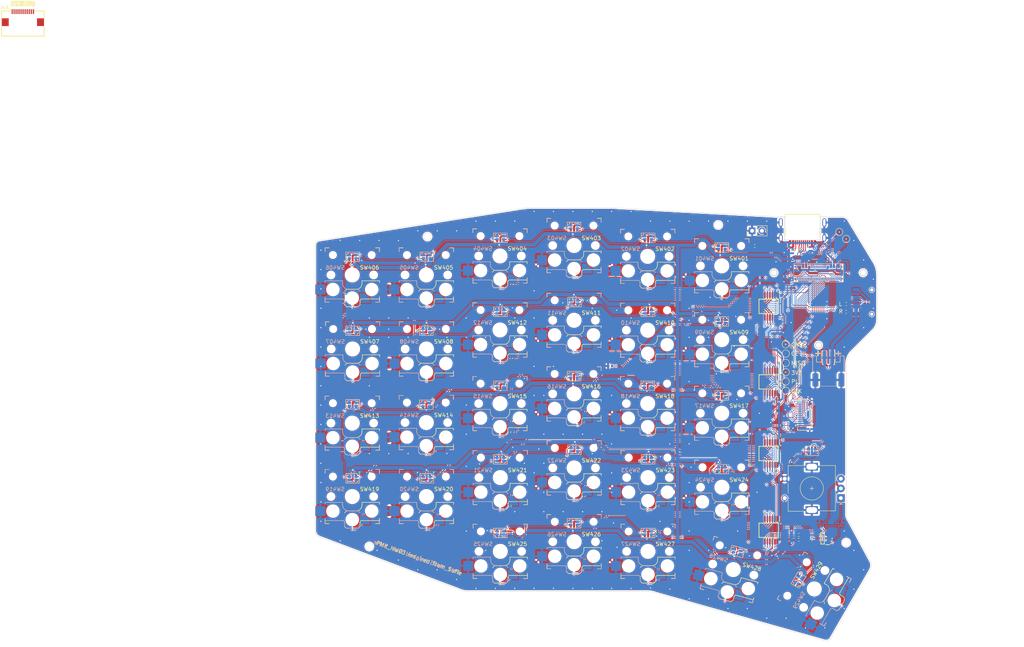
<source format=kicad_pcb>
(kicad_pcb (version 20240108) (generator "pcbnew") (generator_version "8.0")
  (title_block (title "PMK_02_Sofle") (date "2024-06-15") (rev "HW02"))
  (layers (0 "F.Cu" signal) (31 "B.Cu" signal) (34 "B.Paste" user) (35 "F.Paste" user) (36 "B.SilkS" user "B.Silkscreen") (37 "F.SilkS" user "F.Silkscreen") (38 "B.Mask" user) (39 "F.Mask" user) (44 "Edge.Cuts" user))
  (net 0 "")
  (net 1 "GND")
  (net 2 "+3V3")
  (net 3 "/200- PSoM/LED_MOSI")
  (net 4 "Net-(D501-DO)")
  (net 5 "Net-(D502-DO)")
  (net 6 "Net-(D503-DO)")
  (net 7 "Net-(D504-DO)")
  (net 8 "Net-(D505-DO)")
  (net 9 "Net-(D506-DO)")
  (net 10 "Net-(D507-DO)")
  (net 11 "Net-(D508-DO)")
  (net 12 "Net-(D509-DO)")
  (net 13 "Net-(D510-DO)")
  (net 14 "Net-(D511-DO)")
  (net 15 "Net-(D512-DO)")
  (net 16 "/500- LEDs/LED_13_14")
  (net 17 "Net-(D514-DO)")
  (net 18 "Net-(D515-DO)")
  (net 19 "Net-(D516-DO)")
  (net 20 "Net-(D517-DO)")
  (net 21 "Net-(D518-DO)")
  (net 22 "Net-(D519-DO)")
  (net 23 "Net-(D520-DO)")
  (net 24 "Net-(D521-DO)")
  (net 25 "Net-(D522-DO)")
  (net 26 "Net-(D523-DO)")
  (net 27 "Net-(D524-DO)")
  (net 28 "Net-(D525-DO)")
  (net 29 "/500- LEDs/LED_26_27")
  (net 30 "Net-(D527-DO)")
  (net 31 "Net-(D528-DO)")
  (net 32 "Net-(D525-DIN)")
  (net 33 "/200- PSoM/BATTERY_TEMP")
  (net 34 "/200- PSoM/SPI_MOSI")
  (net 35 "/200- PSoM/SPI_MISO")
  (net 36 "/200- PSoM/LED_MOSI_ESP")
  (net 37 "/200- PSoM/PL")
  (net 38 "/200- PSoM/DR")
  (net 39 "/200- PSoM/SPI_CLK_ESP")
  (net 40 "/200- PSoM/SR_CE")
  (net 41 "/200- PSoM/GP_CE")
  (net 43 "/200- PSoM/RX")
  (net 45 "/VBAT")
  (net 46 "/200- PSoM/SCL")
  (net 62 "/200- PSoM/TX")
  (net 68 "/200- PSoM/D+")
  (net 70 "/200- PSoM/D-")
  (net 71 "VBUS")
  (net 75 "VDD")
  (net 95 "unconnected-(D529-DO-Pad4)")
  (net 97 "/300- Connectors/CC1")
  (net 99 "/300- Connectors/CC2")
  (net 100 "/200- PSoM/SPI_CLK")
  (net 101 "/400- Shift Register - Switch/5")
  (net 102 "/400- Shift Register - Switch/6")
  (net 103 "/400- Shift Register - Switch/7")
  (net 104 "/400- Shift Register - Switch/8")
  (net 105 "/400- Shift Register - Switch/1")
  (net 106 "/400- Shift Register - Switch/2")
  (net 107 "/400- Shift Register - Switch/3")
  (net 108 "/400- Shift Register - Switch/4")
  (net 109 "/400- Shift Register - Switch/13")
  (net 110 "/400- Shift Register - Switch/14")
  (net 111 "/400- Shift Register - Switch/15")
  (net 112 "/400- Shift Register - Switch/16")
  (net 113 "/400- Shift Register - Switch/9")
  (net 114 "/400- Shift Register - Switch/10")
  (net 115 "/400- Shift Register - Switch/11")
  (net 116 "/400- Shift Register - Switch/12")
  (net 117 "/400- Shift Register - Switch/21")
  (net 118 "/400- Shift Register - Switch/22")
  (net 119 "/400- Shift Register - Switch/23")
  (net 120 "/400- Shift Register - Switch/24")
  (net 121 "/400- Shift Register - Switch/17")
  (net 122 "/400- Shift Register - Switch/18")
  (net 123 "/400- Shift Register - Switch/19")
  (net 124 "/400- Shift Register - Switch/20")
  (net 125 "/400- Shift Register - Switch/29")
  (net 126 "/400- Shift Register - Switch/30")
  (net 127 "/400- Shift Register - Switch/31")
  (net 128 "/400- Shift Register - Switch/32")
  (net 129 "/400- Shift Register - Switch/25")
  (net 130 "/400- Shift Register - Switch/26")
  (net 131 "/400- Shift Register - Switch/27")
  (net 132 "/400- Shift Register - Switch/28")
  (net 134 "/400- Shift Register - Switch/1-2")
  (net 136 "Net-(SW301-A)")
  (net 137 "Net-(SW301-C)")
  (net 138 "/400- Shift Register - Switch/2-3")
  (net 140 "/400- Shift Register - Switch/3-4")
  (net 143 "Net-(J303-Pin_1)")
  (net 144 "/400- Shift Register - Switch/F_A")
  (net 145 "/400- Shift Register - Switch/F_B")
  (net 147 "/400- Shift Register - Switch/A")
  (net 148 "/400- Shift Register - Switch/B")
  (net 149 "/200- PSoM/DB_A")
  (net 150 "/200- PSoM/DB_B")
  (net 151 "/200- PSoM/SDA")
  (net 152 "/200- PSoM/GPIO3")
  (net 153 "/200- PSoM/GPIO2")
  (net 154 "/200- PSoM/GPIO1")
  (footprint "Component_lib:YF923_2020_WS2812_LED_DUALSIDE" (layer "F.Cu") (at 128.8 135.5)
    (property "Reference" "D529" (hide yes))
    (property "Value" "YF923_2020_WS2812_LED")
  )
  (footprint "Component_lib:YF923_2020_WS2812_LED_DUALSIDE" (layer "F.Cu") (at 128.8 97.5)
    (property "Reference" "D516" (hide yes))
    (property "Value" "YF923_2020_WS2812_LED")
  )
  (footprint "Component_lib:Kailh_socket_PG1350_reversible_V1V2" (layer "F.Cu") (at 90.6 68.9)
    (property "Reference" "SW406")
    (property "Value" "SW_Push")
  )
  (footprint "Component_lib:Kailh_socket_PG1350_reversible_V1V2" (layer "F.Cu") (at 166.8 83.15)
    (property "Reference" "SW410")
    (property "Value" "SW_Push")
  )
  (footprint "Component_lib:YF923_2020_WS2812_LED_DUALSIDE" (layer "F.Cu") (at 189.9 140.3 -15)
    (property "Reference" "D526" (hide yes))
    (property "Value" "YF923_2020_WS2812_LED")
  )
  (footprint "Component_lib:Kailh_socket_PG1350_reversible_V1V2" (layer "F.Cu") (at 166.8 102.1)
    (property "Reference" "SW418")
    (property "Value" "SW_Push")
  )
  (footprint "Component_lib:YF923_2020_WS2812_LED_DUALSIDE" (layer "F.Cu") (at 90.7 64.2)
    (property "Reference" "D506" (hide yes))
    (property "Value" "YF923_2020_WS2812_LED")
  )
  (footprint "Component_lib:YF923_2020_WS2812_LED_DUALSIDE" (layer "F.Cu") (at 166.9 135.5)
    (property "Reference" "D527" (hide yes))
    (property "Value" "YF923_2020_WS2812_LED")
  )
  (footprint "Component_lib:RIC11-22S10D5S-TH" (layer "F.Cu") (at 216.625 126.6 180)
    (property "Reference" "SW430" (hide yes))
    (property "Value" "RIC11-22S10D5S-TH")
  )
  (footprint "vik:vik-keyboard-connector-horizontal" (layer "F.Cu") (at 5.627 2.962)
    (property "Reference" "J306" (hide yes))
    (property "Value" "~")
  )
  (footprint "Component_lib:YF923_2020_WS2812_LED_DUALSIDE" (layer "F.Cu") (at 147.8 56.5)
    (property "Reference" "D503" (hide yes))
    (property "Value" "YF923_2020_WS2812_LED")
  )
  (footprint "Component_lib:Kailh_socket_PG1350_reversible_V1V2" (layer "F.Cu") (at 188.875441 144.954854 -15)
    (property "Reference" "SW428")
    (property "Value" "SW_Push")
  )
  (footprint "Resistor_SMD:R_0402_1005Metric" (layer "F.Cu") (at 218 76.4 180)
    (property "Reference" "R306" (hide yes))
    (property "Value" "0")
  )
  (footprint "Component_lib:Kailh_socket_PG1350_reversible_V1V2" (layer "F.Cu") (at 166.8 64.1)
    (property "Reference" "SW402")
    (property "Value" "SW_Push")
  )
  (footprint "Component_lib:Kailh_socket_PG1350_reversible_V1V2" (layer "F.Cu") (at 147.8 99.6)
    (property "Reference" "SW416")
    (property "Value" "SW_Push")
  )
  (footprint "Component_lib:Kailh_socket_PG1350_reversible_V1V2" (layer "F.Cu") (at 128.7 64)
    (property "Reference" "SW404")
    (property "Value" "SW_Push")
  )
  (footprint "TestPoint:TestPoint_Pad_D1.5mm" (layer "F.Cu") (at 202.4 91.6)
    (property "Reference" "TP205" (hide yes))
    (property "Value" "MISO")
  )
  (footprint "Component_lib:YF923_2020_WS2812_LED_DUALSIDE" (layer "F.Cu") (at 109.8 121.4 180)
    (property "Reference" "D520" (hide yes))
    (property "Value" "YF923_2020_WS2812_LED")
  )
  (footprint "Component_lib:Kailh_socket_PG1350_reversible_V1V2" (layer "F.Cu") (at 128.7 83.1)
    (property "Reference" "SW412")
    (property "Value" "SW_Push")
  )
  (footprint "Component_lib:YF923_2020_WS2812_LED_DUALSIDE" (layer "F.Cu") (at 147.9 75.9 180)
    (property "Reference" "D510" (hide yes))
    (property "Value" "YF923_2020_WS2812_LED")
  )
  (footprint "Component_lib:YF923_2020_WS2812_LED_DUALSIDE" (layer "F.Cu") (at 128.8 116.5 180)
    (property "Reference" "D521" (hide yes))
    (property "Value" "YF923_2020_WS2812_LED")
  )
  (footprint "Component_lib:Kailh_socket_PG1350_reversible_V1V2" (layer "F.Cu") (at 90.6 107.15)
    (property "Reference" "SW413")
    (property "Value" "SW_Push")
  )
  (footprint "Component_lib:Kailh_socket_PG1350_reversible_V1V2" (layer "F.Cu") (at 185.9 66.55)
    (property "Reference" "SW401")
    (property "Value" "SW_Push")
  )
  (footprint "TestPoint:TestPoint_Pad_D1.5mm" (layer "F.Cu") (at 202.4 96.4)
    (property "Reference" "TP202" (hide yes))
    (property "Value" "PL")
  )
  (footprint "TestPoint:TestPoint_Pad_D1.5mm" (layer "F.Cu") (at 202.4 86.8)
    (property "Reference" "TP208" (hide yes))
    (property "Value" "GND")
  )
  (footprint "Component_lib:Kailh_socket_PG1350_reversible_V1V2" (layer "F.Cu") (at 128.775441 121.204854)
    (property "Reference" "SW421")
    (property "Value" "SW_Push")
  )
  (footprint "Component_lib:SOP95P280X145-6N" (layer "F.Cu") (at 211.9 136.9 180)
    (property "Reference" "U405" (hide yes))
    (property "Value" "SN74LVC2G04DBVRG4" (hide yes))
  )
  (footprint "Resistor_SMD:R_0402_1005Metric" (layer "F.Cu") (at 157.109999 92.4 180)
    (property "Reference" "TH201" (hide yes))
    (property "Value" "Thermistor_NTC")
  )
  (footprint "Component_lib:YF923_2020_WS2812_LED_DUALSIDE" (layer "F.Cu") (at 185.9 80.9 180)
    (property "Reference" "D512" (hide yes))
    (property "Value" "YF923_2020_WS2812_LED")
  )
  (footprint "Component_lib:Kailh_socket_PG1350_reversible_V1V2" (layer "F.Cu") (at 147.8 80.6)
    (property "Reference" "SW411")
    (property "Value" "SW_Push")
  )
  (footprint "Component_lib:USB4510031A" (layer "F.Cu") (at 206.736321 56.507494 180)
    (property "Reference" "J301" (hide yes))
    (property "Value" "USB4510-03-1-A" (hide yes))
    (fp_line (start 4.6 2.6) (end 6.1 2.6) (stroke (width 0.12)) (layer "Edge.Cuts"))
    (fp_line (start 4.6 -3.4) (end 4.6 2.6) (stroke (width 0.12)) (layer "Edge.Cuts"))
    (fp_line (start -4.6 2.6) (end -4.6 -3.4) (stroke (width 0.12)) (layer "Edge.Cuts"))
    (fp_line (start -4.6 2.6) (end -6.1 2.6) (stroke (width 0.12)) (layer "Edge.Cuts"))
    (fp_line (start -4.6 -3.4) (end 4.6 -3.4) (stroke (width 0.12)) (layer "Edge.Cuts"))
  )
  (footprint "Component_lib:Kailh_socket_PG1350_reversible_V1V2" (layer "F.Cu") (at 166.875441 140.254854)
    (property "Reference" "SW427")
    (property "Value" "SW_Push")
  )
  (footprint "Component_lib:GCT_FFC2B28-12-G" (layer "F.Cu") (at 207.35 105 90)
    (property "Reference" "J304" (hide yes))
    (property "Value" "FFC2B28-12-G")
  )
  (footprint "Component_lib:YF923_2020_WS2812_LED_DUALSIDE" (layer "F.Cu") (at 166.9 78.4 180)
    (property "Reference" "D511" (hide yes))
    (property "Value" "YF923_2020_WS2812_LED")
  )
  (footprint "Component_lib:Kailh_socket_PG1350_reversible_V1V2" (layer "F.Cu") (at 128.7 102.1)
    (property "Reference" "SW415")
    (property "Value" "SW_Push")
  )
  (footprint "Component_lib:YF923_2020_WS2812_LED_DUALSIDE" (layer "F.Cu") (at 185.9 100)
    (property "Reference" "D513" (hide yes))
    (property "Value" "YF923_2020_WS2812_LED")
  )
  (footprint "Resistor_SMD:R_0402_1005Metric" (layer "F.Cu") (at 218 78.4 180)
    (property "Reference" "R305" (hide yes))
    (property "Value" "0")
  )
  (footprint "Component_lib:YF923_2020_WS2812_LED_DUALSIDE" (layer "F.Cu") (at 166.9 59.3)
    (property "Reference" "D502" (hide yes))
    (property "Value" "YF923_2020_WS2812_LED")
  )
  (footprint "Component_lib:YF923_2020_WS2812_LED_DUALSIDE" (layer "F.Cu") (at 128.8 59.3)
    (property "Reference" "D504" (hide yes))
    (property "Value" "YF923_2020_WS2812_LED")
  )
  (footprint "Component_lib:Kailh_socket_PG1350_reversible_V1V2" (layer "F.Cu") (at 109.725441 126.104854)
    (property "Reference" "SW420")
    (property "Value" "SW_Push")
  )
  (footprint "Component_lib:Kailh_socket_PG1350_reversible_V1V2" (layer "F.Cu") (at 147.825441 118.704854)
    (property "Reference" "SW422")
    (property "Value" "SW_Push")
  )
  (footprint "Component_lib:Kailh_socket_PG1350_reversible_V1V2" (layer "F.Cu") (at 185.9 85.6)
    (property "Reference" "SW409")
    (property "Value" "SW_Push")
  )
  (footprint "Component_lib:YF923_2020_WS2812_LED_DUALSIDE" (layer "F.Cu") (at 205.7 147.7 60)
    (property "Reference" "D525" (hide yes))
    (property "Value" "YF923_2020_WS2812_LED")
  )
  (footprint "Component_lib:Kailh_socket_PG1350_reversible_V1V2" (layer "F.Cu") (at 128.775441 140.254854)
    (property "Reference" "SW425")
    (property "Value" "SW_Push")
  )
  (footprint "Component_lib:PSoM_ESP32S2_00" (layer "F.Cu") (at 210.87 68.33 180)
    (property "Reference" "J201" (hide yes))
    (property "Value" "PSoM_ESP32S2_Carrier_Board")
    (fp_circle (center 11.5 0) (end 12.3 0) (stroke (width 0.12)) (fill none) (layer "Edge.Cuts"))
    (fp_circle (center 0 -18.7) (end 0.8 -18.7) (stroke (width 0.12)) (fill none) (layer "Edge.Cuts"))
    (fp_circle (center -11.5 0) (end -10.7 0) (stroke (width 0.12)) (fill none) (layer "Edge.Cuts"))
  )
  (footprint "Component_lib:SOP65P640X120-16N" (layer "F.Cu") (at 198 115 -90)
    (property "Reference" "U403" (hide yes))
    (property "Value" "SN74HC165PWR" (hide yes))
  )
  (footprint "Component_lib:Kailh_socket_PG1350_reversible_V1V2" (layer "F.Cu") (at 185.925441 123.704854)
    (property "Reference" "SW424")
    (property "Value" "SW_Push")
  )
  (footprint "TestPoint:TestPoint_Pad_D1.5mm" (layer "F.Cu") (at 202.4 89.2)
    (property "Reference" "TP203" (hide yes))
    (property "Value" "SR_CE")
  )
  (footprint "Resistor_SMD:R_0402_1005Metric" (layer "F.Cu") (at 205.74 136.017 180)
    (property "Reference" "R406" (hide yes))
    (property "Value" "R")
  )
  (footprint "Component_lib:YF923_2020_WS2812_LED_DUALSIDE" (layer "F.Cu") (at 166.9 116.5 180)
    (property "Reference" "D523" (hide yes))
    (property "Value" "YF923_2020_WS2812_LED")
  )
  (footprint "Component_lib:Kailh_socket_PG1350_reversible_V1V2" (layer "F.Cu") (at 147.825441 137.754854)
    (property "Reference" "SW426")
    (property "Value" "SW_Push")
  )
  (footprint "Component_lib:YF923_2020_WS2812_LED_DUALSIDE" (layer "F.Cu") (at 109.8 64.2)
    (property "Reference" "D505" (hide yes))
    (property "Value" "YF923_2020_WS2812_LED")
  )
  (footprint "Component_lib:YF923_2020_WS2812_LED_DUALSIDE" (layer "F.Cu") (at 147.9 114 180)
    (property "Reference" "D522" (hide yes))
    (property "Value" "YF923_2020_WS2812_LED")
  )
  (footprint "Component_lib:Kailh_socket_PG1350_reversible_V1V2" (layer "F.Cu") (at 109.7 107)
    (property "Reference" "SW414")
    (property "Value" "SW_Push")
  )
  (footprint "Resistor_SMD:R_0402_1005Metric" (layer "F.Cu") (at 204.2 72.3 180)
    (property "Reference" "R202" (hide yes))
    (property "Value" "R")
  )
  (footprint "Component_lib:YF923_2020_WS2812_LED_DUALSIDE" (layer "F.Cu") (at 166.8 97.5)
    (property "Reference" "D514" (hide yes))
    (property "Value" "YF923_2020_WS2812_LED")
  )
  (footprint "Component_lib:YF923_2020_WS2812_LED_DUALSIDE" (layer "F.Cu") (at 109.7 102.4)
    (property "Reference" "D517" (hide yes))
    (property "Value" "YF923_2020_WS2812_LED")
  )
  (footprint "Component_lib:YF923_2020_WS2812_LED_DUALSIDE" (layer "F.Cu") (at 185.9 61.8)
    (property "Reference" "D501" (hide yes))
    (property "Value" "YF923_2020_WS2812_LED")
  )
  (footprint "Component_lib:SOP65P640X120-16N" (layer "F.Cu") (at 198 77 -90)
    (property "Reference" "U401" (hide yes))
    (property "Value" "SN74HC165PWR" (hide yes))
  )
  (footprint "Component_lib:Kailh_socket_PG1350_reversible_V1V2" (layer "F.Cu") (at 90.6 126.1)
    (property "Reference" "SW419")
    (property "Value" "SW_Push")
  )
  (footprint "TestPoint:TestPoint_Pad_D1.5mm" (layer "F.Cu") (at 218 59.6)
    (property "Reference" "TP207" (hide yes))
    (property "Value" "TX")
  )
  (footprint "Component_lib:YF923_2020_WS2812_LED_DUALSIDE" (layer "F.Cu") (at 147.8 133)
    (property "Reference" "D528" (hide yes))
    (property "Value" "YF923_2020_WS2812_LED")
  )
  (footprint "Component_lib:450405020524_DUALSIDE" (layer "F.Cu") (at 221.5 79 90)
    (property "Reference" "SW301" (hide yes))
    (property "Value" "450405020524")
  )
  (footprint "Component_lib:Kailh_socket_PG1350_reversible_V1V2" (layer "F.Cu") (at 90.675441 88.004854)
    (property "Reference" "SW407")
    (property "Value" "SW_Push")
  )
  (footprint "Component_lib:YF923_2020_WS2812_LED_DUALSIDE" (layer "F.Cu") (at 147.8 95)
    (property "Reference" "D515" (hide yes))
    (property "Value" "YF923_2020_WS2812_LED")
  )
  (footprint "Component_lib:SOP65P640X120-16N" (layer "F.Cu") (at 198 134.8 -90)
    (property "Reference" "U404" (hide yes))
    (property "Value" "SN74HC165PWR" (hide yes))
  )
  (footprint "Component_lib:Kailh_socket_PG1350_reversible_V1V2" (layer "F.Cu") (at 209.765441 149.954854 60)
    (property "Reference" "SW429")
    (property "Value" "SW_Push")
  )
  (footprint "Component_lib:YF923_2020_WS2812_LED_DUALSIDE" (layer "F.Cu") (at 185.9 119 180)
    (property "Reference" "D524" (hide yes))
    (property "Value" "YF923_2020_WS2812_LED")
  )
  (footprint "TestPoint:TestPoint_Pad_D1.5mm" (layer "F.Cu") (at 202.4 94)
    (property "Reference" "TP201" (hide yes))
    (property "Value" "3V3")
  )
  (footprint "Component_lib:YF923_2020_WS2812_LED_DUALSIDE" (layer "F.Cu") (at 109.7 83.3 180)
    (property "Reference" "D508" (hide yes))
    (property "Value" "YF923_2020_WS2812_LED")
  )
  (footprint "Component_lib:Kailh_socket_PG1350_reversible_V1V2" (layer "F.Cu") (at 147.8 61.3)
    (property "Reference" "SW403")
    (property "Value" "SW_Push")
  )
  (footprint "TestPoint:TestPoint_Pad_D1.5mm" (layer "F.Cu") (at 202.4 98.8)
    (property "Reference" "TP204" (hide yes))
    (property "Value" "SPI_CLK")
  )
  (footprint "Component_lib:YF923_2020_WS2812_LED_DUALSIDE" (layer "F.Cu") (at 90.7 102.3)
    (property "Reference" "D518" (hide yes))
    (property "Value" "YF923_2020_WS2812_LED")
  )
  (footprint "Component_lib:Kailh_socket_PG1350_reversible_V1V2" (layer "F.Cu") (at 185.9 104.6)
    (property "Reference" "SW417")
    (property "Value" "SW_Push")
  )
  (footprint "Component_lib:Kailh_socket_PG1350_reversible_V1V2" (layer "F.Cu") (at 109.7 68.9)
    (property "Reference" "SW405")
    (property "Value" "SW_Push")
  )
  (footprint "Component_lib:YF923_2020_WS2812_LED_DUALSIDE" (layer "F.Cu") (at 209.169 114.3)
    (property "Reference" "D530" (hide yes))
    (property "Value" "YF923_2020_WS2812_LED")
  )
  (footprint "Connector_PinHeader_2.54mm:PinHeader_1x02_P2.54mm_Vertical" (layer "F.Cu") (at 193.725 57.5 90)
    (property "Reference" "J302" (hide yes))
    (property "Value" "Conn_01x02")
  )
  (footprint "Component_lib:YF923_2020_WS2812_LED_DUALSIDE" (layer "F.Cu") (at 90.7 121.4 180)
    (property "Reference" "D519" (hide yes))
    (property "Value" "YF923_2020_WS2812_LED")
  )
  (footprint "Component_lib:YF923_2020_WS2812_LED_DUALSIDE" (layer "F.Cu") (at 90.7 83.3 180)
    (property "Reference" "D507" (hide yes))
    (property "Value" "YF923_2020_WS2812_LED")
  )
  (footprint "Resistor_SMD:R_0402_1005Metric" (layer "F.Cu") (at 194.4 61.4 180)
    (property "Reference" "R201" (hide yes))
    (property "Value" "R")
  )
  (footprint "Resistor_SMD:R_0402_1005Metric" (layer "F.Cu") (at 205.74 137.287 180)
    (property "Reference" "R405" (hide yes))
    (property "Value" "R")
  )
  (footprint "Component_lib:Kailh_socket_PG1350_reversible_V1V2" (layer "F.Cu") (at 109.725441 88.004854)
    (property "Reference" "SW408")
    (property "Value" "SW_Push")
  )
  (footprint "Component_lib:Kailh_socket_PG1350_reversible_V1V2" (layer "F.Cu") (at 166.875441 121.204854)
    (property "Reference" "SW423")
    (property "Value" "SW_Push")
  )
  (footprint "Component_lib:SOP65P640X120-16N" (layer "F.Cu") (at 198 96.5 -90)
    (property "Reference" "U402" (hide yes))
    (property "Value" "SN74HC165PWR" (hide yes))
  )
  (footprint "TestPoint:TestPoint_Pad_D1.5mm" (layer "F.Cu") (at 216.2 57.8)
    (property "Reference" "TP206" (hide yes))
    (property "Value" "RX")
  )
  (footprint "Component_lib:YF923_2020_WS2812_LED_DUALSIDE" (layer "F.Cu") (at 128.8 78.4 180)
    (property "Reference" "D509" (hide yes))
    (property "Value" "YF923_2020_WS2812_LED")
  )
  (footprint "Resistor_SMD:R_0201_0603Metric" (layer "B.Cu") (at 212.852 133.35 -90)
    (property "Reference" "R403" (hide yes))
    (property "Value" "10k")
  )
  (footprint "Resistor_SMD:R_0402_1005Metric" (layer "B.Cu") (at 208.8 62.2 -90)
    (property "Reference" "R304" (hide yes))
    (property "Value" "5.1k")
  )
  (footprint "Resistor_SMD:R_0201_0603Metric" (layer "B.Cu") (at 212.052 133.35 90)
    (property "Reference" "R404" (hide yes))
    (property "Value" "10k")
  )
  (footprint "Component_lib:GCT_FFC2B28-12-G" (layer "B.Cu") (at 207.35 105 -90)
    (property "Reference" "J305" (hide yes))
    (property "Value" "FFC2B28-12-G")
  )
  (footprint "Capacitor_SMD:C_0402_1005Metric" (layer "B.Cu") (at 211.152 133.35 90)
    (property "Reference" "C402" (hide yes))
    (property "Value" "10n")
  )
  (footprint "Component_lib:EXB2HV_1" (layer "B.Cu") (at 200.6 76.95 -90)
    (property "Reference" "RN401" (hide yes))
    (property "Value" "EXB-2HV103JV" (hide yes))
  )
  (footprint "Component_lib:EXB2HV_1" (layer "B.Cu") (at 200.6 96.5 -90)
    (property "Reference" "RN402" (hide yes))
    (property "Value" "EXB-2HV103JV" (hide yes))
  )
  (footprint "Capacitor_SMD:C_0402_1005Metric" (layer "B.Cu") (at 216.916 133.314 90)
    (property "Reference" "C401" (hide yes))
    (property "Value" "10n")
  )
  (footprint "Component_lib:JST_PH_S2B-PH-SM4-TB_1x02-1MP_P2.00mm_Horizontal_DUALSIDE" (layer "B.Cu") (at 213.4 93.1 180)
    (property "Reference" "J303" (hide yes))
    (property "Value" "S2B-PH-SM4-TB")
  )
  (footprint "Resistor_SMD:R_0201_0603Metric" (layer "B.Cu") (at 215.265 133.35 -90)
    (property "Reference" "R401" (hide yes))
    (property "Value" "10k")
  )
  (footprint "Capacitor_SMD:C_0402_1005Metric" (layer "B.Cu") (at 211.836 136.906)
    (property "Reference" "C403" (hide yes))
    (property "Value" "100n")
  )
  (footprint "Resistor_SMD:R_0402_1005Metric" (layer "B.Cu") (at 204.2 62.8 -90)
    (property "Reference" "R303" (hide yes))
    (property "Value" "5.1k")
  )
  (footprint "Component_lib:EXB2HV_1" (layer "B.Cu") (at 199.8 114.85 -90)
    (property "Reference" "RN403" (hide yes))
    (property "Value" "EXB-2HV103JV" (hide yes))
  )
  (footprint "Component_lib:PSoM_ESP32S2_00" (layer "B.Cu") (at 210.87 68.33)
    (property "Reference" "J202" (hide yes))
    (property "Value" "PSoM_ESP32S2_Carrier_Board")
    (fp_circle (center -11.5 0) (end -10.7 0) (stroke (width 0.12)) (fill none) (layer "Edge.Cuts"))
    (fp_circle (center 0 18.7) (end 0.8 18.7) (stroke (width 0.12)) (fill none) (layer "Edge.Cuts"))
    (fp_circle (center 11.5 0) (end 12.3 0) (stroke (width 0.12)) (fill none) (layer "Edge.Cuts"))
  )
  (footprint "Resistor_SMD:R_0402_1005Metric" (layer "B.Cu") (at 157.1 92.4 180)
    (property "Reference" "TH202" (hide yes))
    (property "Value" "Thermistor_NTC")
  )
  (footprint "Resistor_SMD:R_0201_0603Metric" (layer "B.Cu") (at 216.027 133.35 90)
    (property "Reference" "R402" (hide yes))
    (property "Value" "10k")
  )
  (footprint "Component_lib:EXB2HV_1" (layer "B.Cu") (at 199.8 135 -90)
    (property "Reference" "RN404" (hide yes))
    (property "Value" "EXB-2HV103JV" (hide yes))
  )
  (gr_line (start 157.475441 51.554854) (end 200.636321 53.907494) (stroke (width 0.1)) (layer "Edge.Cuts"))
  (gr_circle (center 95 139) (end 96 139) (stroke (width 0.1)) (fill none) (layer "Edge.Cuts"))
  (gr_line (start 212.575441 163.304854) (end 169 151) (stroke (width 0.1)) (layer "Edge.Cuts"))
  (gr_circle (center 185 56) (end 186 56) (stroke (width 0.1)) (fill none) (layer "Edge.Cuts"))
  (gr_arc (start 224.275441 142.954854) (mid 224.439793 143.965572) (end 224.175441 144.954854) (stroke (width 0.1)) (layer "Edge.Cuts"))
  (gr_circle (center 199.37 68.33) (end 200.27 68.33) (stroke (width 0.1)) (fill none) (layer "Edge.Cuts"))
  (gr_line (start 226 69) (end 226 80.4) (stroke (width 0.1)) (layer "Edge.Cuts"))
  (gr_line (start 224.175441 144.954854) (end 213.925441 162.754854) (stroke (width 0.1)) (layer "Edge.Cuts"))
  (gr_circle (center 110 59) (end 111 59) (stroke (width 0.1)) (fill none) (layer "Edge.Cuts"))
  (gr_line (start 218.475441 132.204854) (end 224.275441 142.954854) (stroke (width 0.1)) (layer "Edge.Cuts"))
  (gr_arc (start 218 92) (mid 218.256584 90.418861) (end 219 89) (stroke (width 0.1)) (layer "Edge.Cuts"))
  (gr_arc (start 218.475441 132.204854) (mid 218.172792 131.628048) (end 218 131) (stroke (width 0.1)) (layer "Edge.Cuts"))
  (gr_arc (start 213.925441 162.754854) (mid 213.330865 163.22726) (end 212.575441 163.304854) (stroke (width 0.1)) (layer "Edge.Cuts"))
  (gr_line (start 82 60) (end 134 51.8) (stroke (width 0.1)) (layer "Edge.Cuts"))
  (gr_arc (start 82.089046 136.4835) (mid 81.312256 135.855443) (end 81.00526 134.904854) (stroke (width 0.1)) (layer "Edge.Cuts"))
  (gr_line (start 218.468055 54.638181) (end 224.9 65.3) (stroke (width 0.1)) (layer "Edge.Cuts"))
  (gr_arc (start 217.049639 53.891447) (mid 217.852025 54.087822) (end 218.468055 54.638181) (stroke (width 0.1)) (layer "Edge.Cuts"))
  (gr_line (start 118 150) (end 82.089046 136.4835) (stroke (width 0.1)) (layer "Edge.Cuts"))
  (gr_arc (start 120 150.554854) (mid 118.973948 150.371335) (end 118 150) (stroke (width 0.1)) (layer "Edge.Cuts"))
  (gr_circle (center 218 138) (end 219 138) (stroke (width 0.1)) (fill none) (layer "Edge.Cuts"))
  (gr_arc (start 134 51.8) (mid 135.445253 51.621276) (end 136.9 51.554854) (stroke (width 0.1)) (layer "Edge.Cuts"))
  (gr_line (start 136.9 51.554854) (end 157.475441 51.554854) (stroke (width 0.1)) (layer "Edge.Cuts"))
  (gr_line (start 218 92) (end 218 131) (stroke (width 0.1)) (layer "Edge.Cuts"))
  (gr_line (start 81.00526 134.904854) (end 81.03226 61.136756) (stroke (width 0.1)) (layer "Edge.Cuts"))
  (gr_arc (start 81.03226 61.136756) (mid 81.318857 60.400437) (end 82 60.000001) (stroke (width 0.1)) (layer "Edge.Cuts"))
  (gr_line (start 225.1 82.9) (end 219 89) (stroke (width 0.1)) (layer "Edge.Cuts"))
  (gr_arc (start 226 80.4) (mid 225.758108 81.724919) (end 225.1 82.9) (stroke (width 0.1)) (layer "Edge.Cuts"))
  (gr_line (start 120 150.554854) (end 167 150.554854) (stroke (width 0.1)) (layer "Edge.Cuts"))
  (gr_arc (start 224.9 65.3) (mid 225.735552 67.065106) (end 226 69) (stroke (width 0.1)) (layer "Edge.Cuts"))
  (gr_circle (center 210.87 87.03) (end 211.77 87.03) (stroke (width 0.1)) (fill none) (layer "Edge.Cuts"))
  (gr_circle (center 222.37 68.33) (end 223.27 68.33) (stroke (width 0.1)) (fill none) (layer "Edge.Cuts"))
  (gr_line (start 212.836321 53.907494) (end 217.049639 53.891446) (stroke (width 0.1)) (layer "Edge.Cuts"))
  (gr_arc (start 167 150.554854) (mid 168.015335 150.708528) (end 169 151) (stroke (width 0.1)) (layer "Edge.Cuts"))
  (gr_text "PMK_HW03 inspired from Sofle" (at 118.1 146.4 340) (layer "B.SilkS") (effects (font (size 1 1)) (justify left bottom mirror)))
  (gr_text "+   -" (at 217.1 88.4 180) (layer "B.SilkS") (effects (font (size 1.5 1.5) (thickness 0.3) (bold yes)) (justify left bottom)))
  (gr_text "PMK_HW03 inspired from Sofle" (at 96.5 138.5 340) (layer "F.SilkS") (effects (font (size 1 1)) (justify left bottom)))
  (gr_text "+   -" (at 209.6 88.4 180) (layer "F.SilkS") (effects (font (size 1.5 1.5) (thickness 0.3) (bold yes)) (justify left bottom mirror)))
  (gr_text "R" (at 216 78.9 0) (layer "F.SilkS") (effects (font (size 1 1)) (justify left bottom)))
  (gr_text "CE" (at 203.7 89.8 0) (layer "F.SilkS") (effects (font (size 1 1)) (justify left bottom)))
  (gr_text "MISO" (at 203.7 92.25 0) (layer "F.SilkS") (effects (font (size 1 1)) (justify left bottom)))
  (gr_text "L" (at 216 77 0) (layer "F.SilkS") (effects (font (size 1 1)) (justify left bottom)))
  (gr_text "GND" (at 203.7 87.5 0) (layer "F.SilkS") (effects (font (size 1 1)) (justify left bottom)))
  (gr_text "3V3" (at 203.75 94.75 0) (layer "F.SilkS") (effects (font (size 1 1)) (justify left bottom)))
  (gr_text "CLK" (at 203.7 99.5 0) (layer "F.SilkS") (effects (font (size 1 1)) (justify left bottom)))
  (gr_text "PL" (at 203.75 97 0) (layer "F.SilkS") (effects (font (size 1 1)) (justify left bottom)))
  (segment (start 188.392847 141.852135) (end 189.431066 142.890354) (width 0.2) (layer "F.Cu") (net 1))
  (segment (start 209 65.7) (end 208.836111 65.7) (width 0.5) (layer "F.Cu") (net 1))
  (segment (start 205.402444 102.75) (end 205.279889 102.872555) (width 0.15) (layer "F.Cu") (net 1))
  (segment (start 165.95 97.91) (end 164.76 99.1) (width 0.2) (layer "F.Cu") (net 1))
  (segment (start 209.468055 66.798181) (end 209.468055 66.168055) (width 0.2) (layer "F.Cu") (net 1))
  (segment (start 189.431066 142.890354) (end 189.790354 142.890354) (width 0.2) (layer "F.Cu") (net 1))
  (segment (start 208.6 101.3) (end 208.6 100.805) (width 0.5) (layer "F.Cu") (net 1))
  (segment (start 205.279889 102.872555) (end 204.572555 102.872555) (width 0.15) (layer "F.Cu") (net 1))
  (segment (start 206.1 102.75) (end 205.402444 102.75) (width 0.15) (layer "F.Cu") (net 1))
  (segment (start 209.068055 65.768055) (end 209 65.7) (width 0.2) (layer "F.Cu") (net 1))
  (segment (start 204.3 102.6) (end 203.439909 102.6) (width 0.5) (layer "F.Cu") (net 1))
  (segment (start 202.72 69.88) (end 205.07 69.88) (width 0.15) (layer "F.Cu") (net 1))
  (segment (start 213.238 136.9) (end 214.37 136.9) (width 0.25) (layer "F.Cu") (net 1))
  (segment (start 215.57 67.45) (end 216.67 67.45) (width 0.2) (layer "F.Cu") (net 1))
  (segment (start 212.356321 59.357494) (end 212.356321 59.957494) (width 0.5) (layer "F.Cu") (net 1))
  (segment (start 215.47 67.35) (end 215.57 67.45) (width 0.2) (layer "F.Cu") (net 1))
  (segment (start 215.47 67.67) (end 215.8 68) (width 0.2) (layer "F.Cu") (net 1))
  (segment (start 195.897906 149.897906) (end 195.897906 150.718803) (width 0.2) (layer "F.Cu") (net 1))
  (segment (start 216.67 66.8) (end 216.67 65.68) (width 0.15) (layer "F.Cu") (net 1))
  (segment (start 214.37 136.9) (end 214.376 136.906) (width 0.25) (layer "F.Cu") (net 1))
  (segment (start 201.95 70.65) (end 202.72 69.88) (width 0.15) (layer "F.Cu") (net 1))
  (segment (start 208.6 100.805) (end 208.15 100.355) (width 0.5) (layer "F.Cu") (net 1))
  (segment (start 203.439909 102.6) (end 203.19 102.849909) (width 0.5) (layer "F.Cu") (net 1))
  (segment (start 202.4 86.8) (end 201.8 86.2) (width 0.5) (layer "F.Cu") (net 1))
  (segment (start 215.47 65.645844) (end 215.424156 65.6) (width 0.15) (layer "F.Cu") (net 1))
  (segment (start 204.891819 70.058181) (end 205.07 69.88) (width 0.2) (layer "F.Cu") (net 1))
  (segment (start 209.468055 66.168055) (end 209 65.7) (width 0.2) (layer "F.Cu") (net 1))
  (segment (start 215.47 66.8) (end 215.47 67.35) (width 0.2) (layer "F.Cu") (net 1))
  (segment (start 185.9 118.66) (end 185.9 120.7) (width 0.5) (layer "F.Cu") (net 1))
  (segment (start 189.790354 142.890354) (end 192.938033 146.038033) (width 0.2) (layer "F.Cu") (net 1))
  (segment (start 186.75 118.59) (end 185.97 118.59) (width 0.5) (layer "F.Cu") (net 1))
  (segment (start 192.938033 146.938033) (end 195.897906 149.897906) (width 0.2) (layer "F.Cu") (net 1))
  (segment (start 216.668055 70.931945) (end 216.668055 69.878181) (width 0.2) (layer "F.Cu") (net 1))
  (segment (start 216.67 66.8) (end 217.65 66.8) (width 0.15) (layer "F.Cu") (net 1))
  (segment (start 204.572555 102.872555) (end 204.3 102.6) (width 0.15) (layer "F.Cu") (net 1))
  (segment (start 205.07 66.8) (end 205.07 67.93) (width 0.15) (layer "F.Cu") (net 1))
  (segment (start 205.068055 69.878181) (end 203.821819 69.878181) (width 0.2) (layer "F.Cu") (net 1))
  (segment (start 211.806321 60.507494) (end 209.936321 60.507494) (width 0.5) (layer "F.Cu") (net 1))
  (segment (start 201.116321 59.957494) (end 201.116321 59.357494) (width 0.5) (layer "F.Cu") (net 1))
  (segment (start 203.536321 60.507494) (end 201.666321 60.507494) (width 0.5) (layer "F.Cu") (net 1))
  (segment (start 188.392847 141.056033) (end 188.392847 141.852135) (width 0.2) (layer "F.Cu") (net 1))
  (segment (start 216.668055 69.878181) (end 217.478181 69.878181) (width 0.2) (layer "F.Cu") (net 1))
  (segment (start 201.8 86.2) (end 201.8 83.8) (width 0.5) (layer "F.Cu") (net 1))
  (segment (start 205.068055 66.798181) (end 204.201819 66.798181) (width 0.2) (layer "F.Cu") (net 1))
  (segment (start 216.67 67.45) (end 216.67 66.8) (width 0.2) (layer "F.Cu") (net 1))
  (segment (start 213.068055 69.878181) (end 213.068055 71.168055) (width 0.2) (layer "F.Cu") (net 1))
  (segment (start 192.938033 146.038033) (end 192.938033 146.938033) (width 0.2) (layer "F.Cu") (net 1))
  (segment (start 201.666321 60.507494) (end 201.116321 59.957494) (width 0.5) (layer "F.Cu") (net 1))
  (segment (start 212.356321 59.957494) (end 211.806321 60.507494) (width 0.5) (layer "F.Cu") (net 1))
  (segment (start 208.836111 65.7) (end 208.348055 65.211944) (width 0.5) (layer "F.Cu") (net 1))
  (segment (start 185.97 118.59) (end 185.9 118.66) (width 0.5) (layer "F.Cu") (net 1))
  (segment (start 164.76 99.1) (end 164.6 99.1) (width 0.2) (layer "F.Cu") (net 1))
  (segment (start 203.95 70.058181) (end 204.891819 70.058181) (width 0.2) (layer "F.Cu") (net 1))
  (segment (start 215.47 66.8) (end 215.47 67.67) (width 0.2) (layer "F.Cu") (net 1))
  (segment (start 215.47 66.8) (end 215.47 65.645844) (width 0.15) (layer "F.Cu") (net 1))
  (segment (start 205 68) (end 205.07 67.93) (width 0.15) (layer "F.Cu") (net 1))
  (segment (start 209.068055 66.798181) (end 209.068055 65.768055) (width 0.2) (layer "F.Cu") (net 1))
  (segment (start 188.972847 140.476033) (end 188.392847 141.056033) (width 0.2) (layer "F.Cu") (net 1))
  (via (at 137.5 149.8) (size 0.56) (drill 0.3) (layers "F.Cu" "B.Cu") (net 1))
  (via (at 186.9 139.3) (size 0.56) (drill 0.3) (layers "F.Cu" "B.Cu") (net 1))
  (via (at 177.5 127.5) (size 0.56) (drill 0.3) (layers "F.Cu" "B.Cu") (net 1))
  (via (at 82.5 67.5) (size 0.56) (drill 0.3) (layers "F.Cu" "B.Cu") (net 1))
  (via (at 117.5 147.5) (size 0.56) (drill 0.3) (layers "F.Cu" "B.Cu") (net 1))
  (via (at 132.5 80) (size 0.56) (drill 0.3) (layers "F.Cu" "B.Cu") (net 1))
  (via (at 162.5 80) (size 0.56) (drill 0.3) (layers "F.Cu" "B.Cu") (net 1))
  (via (at 189.8 101) (size 0.56) (drill 0.3) (layers "F.Cu" "B.Cu") (net 1))
  (via (at 137.5 92.5) (size 0.56) (drill 0.3) (layers "F.Cu" "B.Cu") (net 1))
  (via (at 102.5 142.5) (size 0.56) (drill 0.3) (layers "F.Cu" "B.Cu") (net 1))
  (via (at 177.5 152.5) (size 0.56) (drill 0.3) (layers "F.Cu" "B.Cu") (net 1))
  (via (at 199.9 65.5) (size 0.56) (drill 0.3) (layers "F.Cu" "B.Cu") (net 1))
  (via (at 214.376 136.906) (size 0.56) (drill 0.3) (layers "F.Cu" "B.Cu") (net 1))
  (via (at 157.5 112.5) (size 0.56) (drill 0.3) (layers "F.Cu" "B.Cu") (net 1))
  (via (at 112.5 57.5) (size 0.56) (drill 0.3) (layers "F.Cu" "B.Cu") (net 1))
  (via (at 222.5 145) (size 0.56) (drill 0.3) (layers "F.Cu" "B.Cu") (net 1))
  (via (at 150 110) (size 0.56) (drill 0.3) (layers "F.Cu" "B.Cu") (net 1))
  (via (at 220 60) (size 0.56) (drill 0.3) (layers "F.Cu" "B.Cu") (net 1))
  (via (at 152.5 149.8) (size 0.56) (drill 0.3) (layers "F.Cu" "B.Cu") (net 1))
  (via (at 204.25 108.45) (size 0.56) (drill 0.3) (layers "F.Cu" "B.Cu") (net 1))
  (via (at 97.5 60) (size 0.56) (drill 0.3) (layers "F.Cu" "B.Cu") (net 1))
  (via (at 111.6 119.8) (size 0.56) (drill 0.3) (layers "F.Cu" "B.Cu") (net 1))
  (via (at 135 117.5) (size 0.56) (drill 0.3) (layers "F.Cu" "B.Cu") (net 1))
  (via (at 202.4 86.8) (size 0.56) (drill 0.3) (layers "F.Cu" "B.Cu") (net 1))
  (via (at 197.5 55) (size 0.56) (drill 0.3) (layers "F.Cu" "B.Cu") (net 1))
  (via (at 182.5 55) (size 0.56) (drill 0.3) (layers "F.Cu" "B.Cu") (net 1))
  (via (at 92.5 60) (size 0.56) (drill 0.3) (layers "F.Cu" "B.Cu") (net 1))
  (via (at 107.5 57.5) (size 0.56) (drill 0.3) (layers "F.Cu" "B.Cu") (net 1))
  (via (at 198.8 141.3) (size 0.56) (drill 0.3) (layers "F.Cu" "B.Cu") (net 1))
  (via (at 137.5 100) (size 0.56) (drill 0.3) (layers "F.Cu" "B.Cu") (net 1))
  (via (at 222.5 82.5) (size 0.56) (drill 0.3) (layers "F.Cu" "B.Cu") (net 1))
  (via (at 167.5 55) (size 0.56) (drill 0.3) (layers "F.Cu" "B.Cu") (net 1))
  (via (at 220 140) (size 0.56) (drill 0.3) (layers "F.Cu" "B.Cu") (net 1))
  (via (at 132.5 130) (size 0.56) (drill 0.3) (layers "F.Cu" "B.Cu") (net 1))
  (via (at 127.5 55) (size 0.56) (drill 0.3) (layers "F.Cu" "B.Cu") (net 1))
  (via (at 132.5 85) (size 0.56) (drill 0.3) (layers "F.Cu" "B.Cu") (net 1))
  (via (at 117.5 57.5) (size 0.56) (drill 0.3) (layers "F.Cu" "B.Cu") (net 1))
  (via (at 203.19 102.849909) (size 0.56) (drill 0.3) (layers "F.Cu" "B.Cu") (net 1))
  (via (at 145 110) (size 0.56) (drill 0.3) (layers "F.Cu" "B.Cu") (net 1))
  (via (at 87.5 137.5) (size 0.56) (drill 0.3) (layers "F.Cu" "B.Cu") (net 1))
  (via (at 208.6 101.27) (size 0.56) (drill 0.3) (layers "F.Cu" "B.Cu") (net 1))
  (via (at 132.5 55) (size 0.56) (drill 0.3) (layers "F.Cu" "B.Cu") (net 1))
  (via (at 82.5 132.5) (size 0.56) (drill 0.3) (layers "F.Cu" "B.Cu") (net 1))
  (via (at 222.5 65) (size 0.56) (drill 0.3) (layers "F.Cu" "B.Cu") (net 1))
  (via (at 172.5 150) (size 0.56) (drill 0.3) (layers "F.Cu" "B.Cu") (net 1))
  (via (at 120 85) (size 0.56) (drill 0.3) (layers "F.Cu" "B.Cu") (net 1))
  (via (at 100 80) (size 0.56) (drill 0.3) (layers "F.Cu" "B.Cu") (net 1))
  (via (at 203.7 66.8) (size 0.56) (drill 0.3) (layers "F.Cu" "B.Cu") (net 1))
  (via (at 140 117.5) (size 0.56) (drill 0.3) (layers "F.Cu" "B.Cu") (net 1))
  (via (at 177.5 96.4) (size 0.56) (drill 0.3) (layers "F.Cu" "B.Cu") (net 1))
  (via (at 132.5 149.8) (size 0.56) (drill 0.3) (layers "F.Cu" "B.Cu") (net 1))
  (via (at 210.4 65.6) (size 0.56) (drill 0.3) (layers "F.Cu" "B.Cu") (net 1))
  (via (at 170.1 115.8) (size 0.56) (drill 0.3) (layers "F.Cu" "B.Cu") (net 1))
  (via (at 147.5 52.5) (size 0.56) (drill 0.3) (layers "F.Cu" "B.Cu") (net 1))
  (via (at 187.5 55) (size 0.56) (drill 0.3) (layers "F.Cu" "B.Cu") (net 1))
  (via (at 201.8 83.8) (size 0.56) (drill 0.3) (layers "F.Cu" "B.Cu") (net 1))
  (via (at 201.95 70.65) (size 0.56) (drill 0.3) (layers "F.Cu" "B.Cu") (net 1))
  (via (at 173.3 133.8) (size 0.56) (drill 0.3) (layers "F.Cu" "B.Cu") (net 1))
  (via (at 105 85) (size 0.56) (drill 0.3) (layers "F.Cu" "B.Cu") (net 1))
  (via (at 170 132.5) (size 0.56) (drill 0.3) (layers "F.Cu" "B.Cu") (net 1))
  (via (at 122.5 149.8) (size 0.56) (drill 0.3) (layers "F.Cu" "B.Cu") (net 1))
  (via (at 225 77.5) (size 0.56) (drill 0.3) (layers "F.Cu" "B.Cu") (net 1))
  (via (at 217.5 135) (size 0.56) (drill 0.3) (layers "F.Cu" "B.Cu") (net 1))
  (via (at 192.5 155) (size 0.56) (drill 0.3) (layers "F.Cu" "B.Cu") (net 1))
  (via (at 131.9 77.4) (size 0.56) (drill 0.3) (layers "F.Cu" "B.Cu") (net 1))
  (via (at 140 130) (size 0.56) (drill 0.3) (layers "F.Cu" "B.Cu") (net 1))
  (via (at 208.15 100.355) (size 0.56) (drill 0.3) (layers "F.Cu" "B.Cu") (net 1))
  (via (at 137.5 52.5) (size 0.56) (drill 0.3) (layers "F.Cu" "B.Cu") (net 1))
  (via (at 182.5 85) (size 0.56) (drill 0.3) (layers "F.Cu" "B.Cu") (net 1))
  (via (at 158 132.9) (size 0.56) (drill 0.3) (layers "F.Cu" "B.Cu") (net 1))
  (via (at 125.4 134.9) (size 0.56) (drill 0.3) (layers "F.Cu" "B.Cu") (net 1))
  (via (at 177.5 85) (size 0.56) (drill 0.3) (layers "F.Cu" "B.Cu") (net 1))
  (via (at 82.5 127.5) (size 0.56) (drill 0.3) (layers "F.Cu" "B.Cu") (net 1))
  (via (at 82.5 97.5) (size 0.56) (drill 0.3) (layers "F.Cu" "B.Cu") (net 1))
  (via (at 105 80) (size 0.56) (drill 0.3) (layers "F.Cu" "B.Cu") (net 1))
  (via (at 82.5 102.5) (size 0.56) (drill 0.3) (layers "F.Cu" "B.Cu") (net 1))
  (via (at 113.1 82.9) (size 0.56) (drill 0.3) (layers "F.Cu" "B.Cu") (net 1))
  (via (at 115 85) (size 0.56) (drill 0.3) (layers "F.Cu" "B.Cu") (net 1))
  (via (at 162.5 52.5) (size 0.56) (drill 0.3) (layers "F.Cu" "B.Cu") (net 1))
  (via (at 225 70) (size 0.56) (drill 0.3) (layers "F.Cu" "B.Cu") (net 1))
  (via (at 187.5 155) (size 0.56) (drill 0.3) (layers "F.Cu" "B.Cu") (net 1))
  (via (at 107.4 119.9) (size 0.56) (drill 0.3) (layers "F.Cu" "B.Cu") (net 1))
  (via (at 82.5 77.5) (size 0.56) (drill 0.3) (layers "F.Cu" "B.Cu") (net 1))
  (via (at 190 135) (size 0.56) (drill 0.3) (layers "F.Cu" "B.Cu") (net 1))
  (via (at 177.5 135) (size 0.56) (drill 0.3) (layers "F.Cu" "B.Cu") (net 1))
  (via (at 212.5 160) (size 0.56) (drill 0.3) (layers "F.Cu" "B.Cu") (net 1))
  (via (at 198.695 86.2) (size 0.56) (drill 0.3) (layers "F.Cu" "B.Cu") (net 1))
  (via (at 82.5 87.5) (size 0.56) (drill 0.3) (layers "F.Cu" "B.Cu") (net 1))
  (via (at 105 115) (size 0.56) (drill 0.3) (layers "F.Cu" "B.Cu") (net 1))
  (via (at 82.5 62.5) (size 0.56) (drill 0.3) (layers "F.Cu" "B.Cu") (net 1))
  (via (at 82.5 72.5) (size 0.56) (drill 0.3) (layers "F.Cu" "B.Cu") (net 1))
  (via (at 92.5 119.8) (size 0.56) (drill 0.3) (layers "F.Cu" "B.Cu") (net 1))
  (via (at 220 150) (size 0.56) (drill 0.3) (layers "F.Cu" "B.Cu") (net 1))
  (via (at 95 115) (size 0.56) (drill 0.3) (layers "F.Cu" "B.Cu") (net 1))
  (via (at 120 102.5) (size 0.56) (drill 0.3) (layers "F.Cu" "B.Cu") (net 1))
  (via (at 120 135) (size 0.56) (drill 0.3) (layers "F.Cu" "B.Cu") (net 1))
  (via (at 107.5 145) (size 0.56) (drill 0.3) (layers "F.Cu" "B.Cu") (net 1))
  (via (at 106.8 65.8) (size 0.56) (drill 0.3) (layers "F.Cu" "B.Cu") (net 1))
  (via (at 157.5 125) (size 0.56) (drill 0.3) (layers "F.Cu" "B.Cu") (net 1))
  (via (at 157.5 149.8) (size 0.56) (drill 0.3) (layers "F.Cu" "B.Cu") (net 1))
  (via (at 100 85) (size 0.56) (drill 0.3) (layers "F.Cu" "B.Cu") (net 1))
  (via (at 207.5 160) (size 0.56) (drill 0.3) (layers "F.Cu" "B.Cu") (net 1))
  (via (at 182.9 74.7) (size 0.56) (drill 0.3) (layers "F.Cu" "B.Cu") (net 1))
  (via (at 140 125) (size 0.56) (drill 0.3) (layers "F.Cu" "B.Cu") (net 1))
  (via (at 159.3 95.7) (size 0.56) (drill 0.3) (layers "F.Cu" "B.Cu") (net 1))
  (via (at 162.5 149.8) (size 0.56) (drill 0.3) (layers "F.Cu" "B.Cu") (net 1))
  (via (at 213 80.2) (size 0.56) (drill 0.3) (layers "F.Cu" "B.Cu") (net 1))
  (via (at 213 75.8) (size 0.56) (drill 0.3) (layers "F.Cu" "B.Cu") (net 1))
  (via (at 206 141.2) (size 0.56) (drill 0.3) (layers "F.Cu" "B.Cu") (net 1))
  (via (at 203.8 81.2) (size 0.56) (drill 0.3) (layers "F.Cu" "B.Cu") (net 1))
  (via (at 177.5 140) (size 0.56) (drill 0.3) (layers "F.Cu" "B.Cu") (net 1))
  (via (at 137.5 120) (size 0.56) (drill 0.3) (layers "F.Cu" "B.Cu") (net 1))
  (via (at 217.5 155) (size 0.56) (drill 0.3) (layers "F.Cu" "B.Cu") (net 1))
  (via (at 184.5 94.4) (size 0.56) (drill 0.3) (layers "F.Cu" "B.Cu") (net 1))
  (via (at 100 82.9) (size 0.56) (drill 0.3) (layers "F.Cu" "B.Cu") (net 1))
  (via (at 202.3 103.7) (size 0.56) (drill 0.3) (layers "F.Cu" "B.Cu") (net 1))
  (via (at 177.5 112.5) (size 0.56) (drill 0.3) (layers "F.Cu" "B.Cu") (net 1))
  (via (at 145 130) (size 0.56) (drill 0.3) (layers "F.Cu" "B.Cu") (net 1))
  (via (at 125 140) (size 0.56) (drill 0.3) (layers "F.Cu" "B.Cu") (net 1))
  (via (at 82.5 82.5) (size 0.56) (drill 0.3) (layers "F.Cu" "B.Cu") (net 1))
  (via (at 162.5 100) (size 0.56) (drill 0.3) (layers "F.Cu" "B.Cu") (net 1))
  (via (at 182.5 122.5) (size 0.56) (drill 0.3) (layers "F.Cu" "B.Cu") (net 1))
  (via (at 162.5 120) (size 0.56) (drill 0.3) (layers "F.Cu" "B.Cu") (net 1))
  (via (at 120 118.3) (size 0.56) (drill 0.3) (layers "F.Cu" "B.Cu") (net 1))
  (via (at 208.6 108.7) (size 0.56) (drill 0.3) (layers "F.Cu" "B.Cu") (net 1))
  (via (at 87.5 60) (size 0.56) (drill 0.3) (layers "F.Cu" "B.Cu") (net 1))
  (via (at 167.5 149.7) (size 0.56) (drill 0.3) (layers "F.Cu" "B.Cu") (net 1))
  (via (at 150 130) (size 0.56) (drill 0.3) (layers "F.Cu" "B.Cu") (net 1))
  (via (at 142.5 52.5) (size 0.56) (drill 0.3) (layers "F.Cu" "B.Cu") (net 1))
  (via (at 192.5 55) (size 0.56) (drill 0.3) (layers "F.Cu" "B.Cu") (net 1))
  (via (at 122.5 55) (size 0.56) (drill 0.3) (layers "F.Cu" "B.Cu") (net 1))
  (via (at 155 130) (size 0.56) (drill 0.3) (layers "F.Cu" "B.Cu") (net 1))
  (via (at 123.4 117.7) (size 0.56) (drill 0.3) (layers "F.Cu" "B.Cu") (net 1))
  (via (at 201.95 105.35) (size 0.56) (drill 0.3) (layers "F.Cu" "B.Cu") (net 1))
  (via (at 152.5 77.5) (size 0.56) (drill 0.3) (layers "F.Cu" "B.Cu") (net 1))
  (via (at 158.9 139.2) (size 0.56) (drill 0.3) (layers "F.Cu" "B.Cu") (net 1))
  (via (at 208.348055 65.211944) (size 0.56) (drill 0.3) (layers "F.Cu" "B.Cu") (net 1))
  (via (at 172.5 55) (size 0.56) (drill 0.3) (layers "F.Cu" "B.Cu") (net 1))
  (via (at 193 141.4) (size 0.56) (drill 0.3) (layers "F.Cu" "B.Cu") (net 1))
  (via (at 132 113.4) (size 0.56) (drill 0.3) (layers "F.Cu" "B.Cu") (net 1))
  (via (at 127.5 149.8) (size 0.56) (drill 0.3) (layers "F.Cu" "B.Cu") (net 1))
  (via (at 155 137.5) (size 0.56) (drill 0.3) (layers "F.Cu" "B.Cu") (net 1))
  (via (at 102.5 60) (size 0.56) (drill 0.3) (layers "F.Cu" "B.Cu") (net 1))
  (via (at 138.7 113.8) (size 0.56) (drill 0.3) (layers "F.Cu" "B.Cu") (net 1))
  (via (at 152.5 52.5) (size 0.56) (drill 0.3) (layers "F.Cu" "B.Cu") (net 1))
  (via (at 137.5 73) (size 0.56) (drill 0.3) (layers "F.Cu" "B.Cu") (net 1))
  (via (at 177.5 55) (size 0.56) (drill 0.3) (layers "F.Cu" "B.Cu") (net 1))
  (via (at 177.5 77.5) (size 0.56) (drill 0.3) (layers "F.Cu" "B.Cu") (net 1))
  (via (at 115 115) (size 0.56) (drill 0.3) (layers "F.Cu" "B.Cu") (net 1))
  (via (at 100 115) (size 0.56) (drill 0.3) (layers "F.Cu" "B.Cu") (net 1))
  (via (at 82.5 112.5) (size 0.56) (drill 0.3) (layers "F.Cu" "B.Cu") (net 1))
  (via (at 120 80) (size 0.56) (drill 0.3) (layers "F.Cu" "B.Cu") (net 1))
  (via (at 140 100) (size 0.56) (drill 0.3) (layers "F.Cu" "B.Cu") (net 1))
  (via (at 182.5 152.5) (size 0.56) (drill 0.3) (layers "F.Cu" "B.Cu") (net 1))
  (via (at 155 110) (size 0.56) (drill 0.3) (layers "F.Cu" "B.Cu") (net 1))
  (via (at 151.2 75.5) (size 0.56) (drill 0.3) (layers "F.Cu" "B.Cu") (net 1))
  (via (at 195 125) (size 0.56) (drill 0.3) (layers "F.Cu" "B.Cu") (net 1))
  (via (at 182.5 80.6) (size 0.56) (drill 0.3) (layers "F.Cu" "B.Cu") (net 1))
  (via (at 177.5 80.6) (size 0.56) (drill 0.3) (layers "F.Cu" "B.Cu") (net 1))
  (via (at 125 85) (size 0.56) (drill 0.3) (layers "F.Cu" "B.Cu") (net 1))
  (via (at 202 63.1) (size 0.56) (drill 0.3) (layers "F.Cu" "B.Cu") (net 1))
  (via (at 172.5 112.5) (size 0.56) (drill 0.3) (layers "F.Cu" "B.Cu") (net 1))
  (via (at 82.5 107.5) (size 0.56) (drill 0.3) (layers "F.Cu" "B.Cu") (net 1))
  (via (at 217.5 87.5) (size 0.56) (drill 0.3) (layers "F.Cu" "B.Cu") (net 1))
  (via (at 82.5 117.5) (size 0.56) (drill 0.3) (layers "F.Cu" "B.Cu") (net 1))
  (via (at 147.5 149.8) (size 0.56) (drill 0.3) (layers "F.Cu" "B.Cu") (net 1))
  (via (at 177.5 122.5) (size 0.56) (drill 0.3) (layers "F.Cu" "B.Cu") (net 1))
  (via (at 202.5 157.5) (size 0.56) (drill 0.3) (layers "F.Cu" "B.Cu") (net 1))
  (via (at 158.8 78) (size 0.56) (drill 0.3) (layers "F.Cu" "B.Cu") (net 1))
  (via (at 189.1 87.3) (size 0.56) (drill 0.3) (layers "F.Cu" "B.Cu") (net 1))
  (via (at 95 97.5) (size 0.56) (drill 0.3) (layers "F.Cu" "B.Cu") (net 1))
  (via (at 217.5 55) (size 0.56) (drill 0.3) (layers "F.Cu" "B.Cu") (net 1))
  (via (at 142.5 149.8) (size 0.56) (drill 0.3) (layers "F.Cu" "B.Cu") (net 1))
  (via (at 189.5 79.6) (size 0.56) (drill 0.3) (layers "F.Cu" "B.Cu") (net 1))
  (via (at 94.1 82.9) (size 0.56) (drill 0.3) (layers "F.Cu" "B.Cu") (net 1))
  (via (at 169.1 136.3) (size 0.56) (drill 0.3) (layers "F.Cu" "B.Cu") (net 1))
  (via (at 82.5 92.5) (size 0.56) (drill 0.3) (layers "F.Cu" "B.Cu") (net 1))
  (via (at 203.95 70.058181) (size 0.56) (drill 0.3) (layers "F.Cu" "B.Cu") (net 1))
  (via (at 157.5 120) (size 0.56) (drill 0.3) (layers "F.Cu" "B.Cu") (net 1))
  (via (at 120 110) (size 0.56) (drill 0.3) (layers "F.Cu" "B.Cu") (net 1))
  (via (at 198.55 107) (size 0.56) (drill 0.3) (layers "F.Cu" "B.Cu") (net 1))
  (via (at 95 80) (size 0.56) (drill 0.3) (layers "F.Cu" "B.Cu") (net 1))
  (via (at 140 110) (size 0.56) (drill 0.3) (layers "F.Cu" "B.Cu") (net 1))
  (via (at 157.5 52.5) (size 0.56) (drill 0.3) (layers "F.Cu" "B.Cu") (net 1))
  (via (at 135 100) (size 0.56) (drill 0.3) (layers "F.Cu" "B.Cu") (net 1))
  (via (at 93 65.2) (size 0.56) (drill 0.3) (layers "F.Cu" "B.Cu") (net 1))
  (via (at 142.5 92.5) (size 0.56) (drill 0.3) (layers "F.Cu" "B.Cu") (net 1))
  (via (at 97 140) (size 0.56) (drill 0.3) (layers "F.Cu" "B.Cu") (net 1))
  (via (at 197.5 157.5) (size 0.56) (drill 0.3) (layers "F.Cu" "B.Cu") (net 1))
  (via (at 178 118.5) (size 0.56) (drill 0.3) (layers "F.Cu" "B.Cu") (net 1))
  (via (at 144.9 76.1) (size 0.56) (drill 0.3) (layers "F.Cu" "B.Cu") (net 1))
  (via (at 195.6 104.6) (size 0.56) (drill 0.3) (layers "F.Cu" "B.Cu") (net 1))
  (via (at 137.5 80) (size 0.56) (drill 0.3) (layers "F.Cu" "B.Cu") (net 1))
  (via (at 152.5 115) (size 0.56) (drill 0.3) (layers "F.Cu" "B.Cu") (net 1))
  (via (at 112.5 145) (size 0.56) (drill 0.3) (layers "F.Cu" "B.Cu") (net 1))
  (via (at 178.8 98.6) (size 0.56) (drill 0.3) (layers "F.Cu" "B.Cu") (net 1))
  (via (at 157.5 100) (size 0.56) (drill 0.3) (layers "F.Cu" "B.Cu") (net 1))
  (via (at 95 85) (size 0.56) (drill 0.3) (layers "F.Cu" "B.Cu") (net 1))
  (via (at 82.5 122.5) (size 0.56) (drill 0.3) (layers "F.Cu" "B.Cu") (net 1))
  (via (at 182.5 140) (size 0.56) (drill 0.3) (layers "F.Cu" "B.Cu") (net 1))
  (via (at 135 95.6) (size 0.56) (drill 0.3) (layers "F.Cu" "B.Cu") (net 1))
  (segment (start 211.919874 65.8) (end 211.5 65.8) (width 0.2) (layer "B.Cu") (net 1))
  (segment (start 208.8 62.71) (end 208.522376 62.71) (width 0.5) (layer "B.Cu") (net 1))
  (segment (start 206.178953 67.45) (end 206.27 67.358953) (width 0.2) (layer "B.Cu") (net 1))
  (segment (start 206.27 67.358953) (end 206.27 66.8) (width 0.2) (layer "B.Cu") (net 1))
  (segment (start 216.668055 69.878181) (end 216.668055 71.031945) (width 0.2) (layer "B.Cu") (net 1))
  (segment (start 212.268055 66.148181) (end 211.919874 65.8) (width 0.2) (layer "B.Cu") (net 1))
  (segment (start 203.92028 66.8) (end 204.57028 67.45) (width 0.2) (layer "B.Cu") (net 1))
  (segment (start 204.128181 69.88) (end 203.95 70.058181) (width 0.2) (layer "B.Cu") (net 1))
  (segment (start 206.268055 66.798181) (end 206.268055 65.5) (width 0.2) (layer "B.Cu") (net 1))
  (segment (start 109.8 63.99) (end 109.8 65) (width 0.25) (layer "B.Cu") (net 1))
  (segment (start 203.19 102.849909) (end 202.649964 103.389945) (width 0.5) (layer "B.Cu") (net 1))
  (segment (start 203.7 66.8) (end 203.92028 66.8) (width 0.2) (layer "B.Cu") (net 1))
  (segment (start 108.95 63.79) (end 109.6 63.79) (width 0.25) (layer "B.Cu") (net 1))
  (segment (start 208.522376 62.71) (end 207.866188 63.366188) (width 0.5) (layer "B.Cu") (net 1))
  (segment (start 202.649964 103.389945) (end 202.610055 103.389945) (width 0.5) (layer "B.Cu") (net 1))
  (segment (start 208.668055 69.878181) (end 208.668055 71.168055) (width 0.2) (layer "B.Cu") (net 1))
  (segment (start 212.668055 66.798181) (end 212.668055 65.968055) (width 0.2) (layer "B.Cu") (net 1))
  (segment (start 212.668055 65.968055) (end 212.5 65.8) (width 0.2) (layer "B.Cu") (net 1))
  (segment (start 212.316 136.906) (end 214.376 136.906) (width 0.25) (layer "B.Cu") (net 1))
  (segment (start 216.668055 69.878181) (end 216.668055 66.798181) (width 0.2) (layer "B.Cu") (net 1))
  (segment (start 205.07 69.88) (end 205.07 71.07) (width 0.2) (layer "B.Cu") (net 1))
  (segment (start 204.57028 67.45) (end 206.178953 67.45) (width 0.2) (layer "B.Cu") (net 1))
  (segment (start 212.268055 66.798181) (end 212.268055 66.148181) (width 0.2) (layer "B.Cu") (net 1))
  (segment (start 216.668055 69.878181) (end 217.378181 69.878181) (width 0.2) (layer "B.Cu") (net 1))
  (segment (start 205.068055 66.798181) (end 205.068055 65.768055) (width 0.2) (layer "B.Cu") (net 1))
  (segment (start 127.95 135.09) (end 127.95 133.85) (width 0.15) (layer "B.Cu") (net 1))
  (segment (start 205.068055 65.768055) (end 205 65.7) (width 0.2) (layer "B.Cu") (net 1))
  (segment (start 202.610055 103.389945) (end 202.3 103.7) (width 0.5) (layer "B.Cu") (net 1))
  (segment (start 204.301819 66.798181) (end 205.068055 66.798181) (width 0.2) (layer "B.Cu") (net 1))
  (segment (start 109.6 63.79) (end 109.8 63.99) (width 0.25) (layer "B.Cu") (net 1))
  (segment (start 205.07 69.88) (end 204.128181 69.88) (width 0.2) (layer "B.Cu") (net 1))
  (segment (start 205.068055 69.878181) (end 205.068055 69.931945) (width 0.2) (layer "B.Cu") (net 1))
  (segment (start 200.3 99.463) (end 200.3 99.438) (width 0.5) (layer "F.Cu") (net 2))
  (segment (start 200.275 79.938) (end 200.883 79.938) (width 0.15) (layer "F.Cu") (net 2))
  (segment (start 200.883 79.938) (end 200.945 80) (width 0.15) (layer "F.Cu") (net 2))
  (segment (start 200.275 117.938) (end 200.633 117.938) (width 0.2) (layer "F.Cu") (net 2))
  (segment (start 208.45 67.43) (end 208.45 66.8) (width 0.4) (layer "F.Cu") (net 2))
  (segment (start 200.67607 137.738) (end 200.3 137.738) (width 0.5) (layer "F.Cu") (net 2))
  (segment (start 205.117555 102.25) (end 206.1 102.25) (width 0.15) (layer "F.Cu") (net 2))
  (segment (start 205.05 102.317555) (end 205.117555 102.25) (width 0.15) (layer "F.Cu") (net 2))
  (segment (start 200.7 101.617624) (end 200.7 99.863) (width 0.5) (layer "F.Cu") (net 2))
  (segment (start 200.684535 137.729535) (end 200.67607 137.738) (width 0.5) (layer "F.Cu") (net 2))
  (segment (start 208.650002 67.630002) (end 208.45 67.43) (width 0.4) (layer "F.Cu") (net 2))
  (segment (start 209.175 136.9) (end 209.169 136.906) (width 0.25) (layer "F.Cu") (net 2))
  (segment (start 200.7 99.863) (end 200.3 99.463) (width 0.5) (layer "F.Cu") (net 2))
  (segment (start 209.95 67.630002) (end 208.650002 67.630002) (width 0.4) (layer "F.Cu") (net 2))
  (segment (start 210.562 136.9) (end 209.175 136.9) (width 0.25) (layer "F.Cu") (net 2))
  (segment (start 200.633 117.938) (end 200.695 118) (width 0.2) (layer "F.Cu") (net 2))
  (via (at 209.95 67.630002) (size 0.56) (drill 0.3) (layers "F.Cu" "B.Cu") (net 2))
  (via (at 200.695 118) (size 0.56) (drill 0.3) (layers "F.Cu" "B.Cu") (net 2))
  (via (at 200.684535 137.729535) (size 0.56) (drill 0.3) (layers "F.Cu" "B.Cu") (net 2))
  (via (at 200.945 80) (size 0.56) (drill 0.3) (layers "F.Cu" "B.Cu") (net 2))
  (via (at 202.4 94) (size 0.56) (drill 0.3) (layers "F.Cu" "B.Cu") (net 2))
  (via (at 209.169 136.906) (size 0.56) (drill 0.3) (layers "F.Cu" "B.Cu") (net 2))
  (via (at 205.05 102.317555) (size 0.56) (drill 0.3) (layers "F.Cu" "B.Cu") (net 2))
  (via (at 200.7 101.617624) (size 0.56) (drill 0.3) (layers "F.Cu" "B.Cu") (net 2))
  (segment (start 202.844888 70.512512) (end 202.2 69.867624) (width 0.5) (layer "B.Cu") (net 2))
  (segment (start 202.844888 73.772376) (end 202.844888 70.512512) (width 0.5) (layer "B.Cu") (net 2))
  (segment (start 202 80) (end 202 82.5) (width 0.5) (layer "B.Cu") (net 2))
  (segment (start 211.356 135.989) (end 211.356 136.906) (width 0.25) (layer "B.Cu") (net 2))
  (segment (start 200.8 134) (end 208.3 134) (width 0.25) (layer "B.Cu") (net 2))
  (segment (start 209.95 67.6) (end 209.95 67.630002) (width 0.5) (layer "B.Cu") (net 2))
  (segment (start 206.73606 67.6) (end 206.806771 67.6) (width 0.4) (layer "B.Cu") (net 2))
  (segment (start 206.1 107.75) (end 204.55 109.3) (width 0.2) (layer "B.Cu") (net 2))
  (segment (start 213.22 67.6) (end 209.95 67.6) (width 0.5) (layer "B.Cu") (net 2))
  (segment (start 203.131819 67.868181) (end 204.210643 67.868181) (width 0.5) (layer "B.Cu") (net 2))
  (segment (start 200.55 134.25) (end 200.8 134) (width 0.25) (layer "B.Cu") (net 2))
  (segment (start 204.342462 68) (end 205.8 68) (width 0.5) (layer "B.Cu") (net 2))
  (segment (start 201.35 75.7) (end 201.35 75.267264) (width 0.5) (layer "B.Cu") (net 2))
  (segment (start 212.852 134.493) (end 211.356 135.989) (width 0.25) (layer "B.Cu") (net 2))
  (segment (start 202 82.5) (end 201.3 83.2) (width 0.5) (layer "B.Cu") (net 2))
  (segment (start 207 67.6) (end 206.806771 67.6) (width 0.5) (layer "B.Cu") (net 2))
  (segment (start 198.55 83.2) (end 197.965 83.785) (width 0.5) (layer "B.Cu") (net 2))
  (segment (start 201.2 118) (end 200.7 117.5) (width 0.5) (layer "B.Cu") (net 2))
  (segment (start 201.4 75.7) (end 201.35 75.7) (width 0.15) (layer "B.Cu") (net 2))
  (segment (start 201.35 75.7) (end 201.35 78.7875) (width 0.5) (layer "B.Cu") (net 2))
  (segment (start 213.22 67.6) (end 213.22 66.8) (width 0.5) (layer "B.Cu") (net 2))
  (segment (start 209.75 107.45) (end 209.342666 107.857334) (width 0.15) (layer "B.Cu") (net 2))
  (segment (start 209.75 102.625) (end 209.75 107.45) (width 0.15) (layer "B.Cu") (net 2))
  (segment (start 209.169 134.869) (end 209.169 136.906) (width 0.25) (layer "B.Cu") (net 2))
  (segment (start 208.95 101.825) (end 209.75 102.625) (width 0.15) (layer "B.Cu") (net 2))
  (segment (start 211.356 136.906) (end 209.169 136.906) (width 0.25) (layer "B.Cu") (net 2))
  (segment (start 212.852 133.67) (end 212.852 134.493) (width 0.25) (layer "B.Cu") (net 2))
  (segment (start 200.55 136.8375) (end 200.55 134.25) (width 0.25) (layer "B.Cu") (net 2))
  (segment (start 205.8 68) (end 206.33606 68) (width 0.4) (layer "B.Cu") (net 2))
  (segment (start 201.2 120.727943) (end 201.2 118) (width 0.5) (layer "B.Cu") (net 2))
  (segment (start 209.342666 107.857334) (end 206.207334 107.857334) (width 0.15) (layer "B.Cu") (net 2))
  (segment (start 198.7 88.2) (end 199.95 88.2) (width 0.5) (layer "B.Cu") (net 2))
  (segment (start 212.852 133.67) (end 215.265 133.67) (width 0.25) (layer "B.Cu") (net 2))
  (segment (start 200.684535 121.243408) (end 201.2 120.727943) (width 0.5) (layer "B.Cu") (net 2))
  (segment (start 197.965 83.785) (end 197.965 87.465) (width 0.5) (layer "B.Cu") (net 2))
  (segment (start 201.35 78.7875) (end 202 79.4375) (width 0.5) (layer "B.Cu") (net 2))
  (segment (start 200.7 107.75) (end 200.7 108.1) (width 0.5) (layer "B.Cu") (net 2))
  (segment (start 197.965 87.465) (end 198.7 88.2) (width 0.5) (layer "B.Cu") (net 2))
  (segment (start 207 67.6) (end 209.95 67.6) (width 0.5) (layer "B.Cu") (net 2))
  (segment (start 199.95 88.2) (end 201.5 89.75) (width 0.5) (layer "B.Cu") (net 2))
  (segment (start 202 79.4375) (end 202 80) (width 0.5) (layer "B.Cu") (net 2))
  (segment (start 206.33606 68) (end 206.73606 67.6) (width 0.4) (layer "B.Cu") (net 2))
  (segment (start 208.3 134) (end 209.169 134.869) (width 0.25) (layer "B.Cu") (net 2))
  (segment (start 206.207334 107.857334) (end 206.1 107.75) (width 0.15) (layer "B.Cu") (net 2))
  (segment (start 200.684535 137.729535) (end 200.684535 121.243408) (width 0.5) (layer "B.Cu") (net 2))
  (segment (start 201.5 93.9) (end 201.6 94) (width 0.5) (layer "B.Cu") (net 2))
  (segment (start 200.7 118) (end 200.7 117.5) (width 0.5) (layer "B.Cu") (net 2))
  (segment (start 201.5 89.75) (end 201.5 93.9) (width 0.5) (layer "B.Cu") (net 2))
  (segment (start 200.7 101.617624) (end 200.7 107.75) (width 0.5) (layer "B.Cu") (net 2))
  (segment (start 201.6 100.717624) (end 200.7 101.617624) (width 0.5) (layer "B.Cu") (net 2))
  (segment (start 202.2 69.867624) (end 202.2 68.8) (width 0.5) (layer "B.Cu") (net 2))
  (segment (start 201.6 94) (end 202.4 94) (width 0.5) (layer "B.Cu") (net 2))
  (segment (start 202.2 68.8) (end 203.131819 67.868181) (width 0.5) (layer "B.Cu") (net 2))
  (segment (start 200.945 80) (end 202 80) (width 0.15) (layer "B.Cu") (net 2))
  (segment (start 201.35 75.267264) (end 202.844888 73.772376) (width 0.5) (layer "B.Cu") (net 2))
  (segment (start 204.55 109.3) (end 200.7 109.3) (width 0.2) (layer "B.Cu") (net 2))
  (segment (start 200.7 108.1) (end 200.7 117.5) (width 0.5) (layer "B.Cu") (net 2))
  (segment (start 201.6 94) (end 201.6 100.717624) (width 0.5) (layer "B.Cu") (net 2))
  (segment (start 205.082445 102.317555) (end 205.575 101.825) (width 0.15) (layer "B.Cu") (net 2))
  (segment (start 205.05 102.317555) (end 205.082445 102.317555) (width 0.15) (layer "B.Cu") (net 2))
  (segment (start 201.3 83.2) (end 198.55 83.2) (width 0.5) (layer "B.Cu") (net 2))
  (segment (start 204.210643 67.868181) (end 204.342462 68) (width 0.5) (layer "B.Cu") (net 2))
  (segment (start 205.575 101.825) (end 208.95 101.825) (width 0.15) (layer "B.Cu") (net 2))
  (segment (start 200.695 118) (end 200.7 118) (width 0.5) (layer "B.Cu") (net 2))
  (segment (start 188.01 62.21) (end 186.75 62.21) (width 0.2) (layer "F.Cu") (net 3))
  (segment (start 188.2 62.4) (end 188.01 62.21) (width 0.2) (layer "F.Cu") (net 3))
  (segment (start 188.6 62.8) (end 192.49 62.8) (width 0.2) (layer "F.Cu") (net 3))
  (segment (start 192.49 62.8) (end 193.89 61.4) (width 0.2) (layer "F.Cu") (net 3))
  (segment (start 188.2 62.4) (end 188.6 62.8) (width 0.2) (layer "F.Cu") (net 3))
  (via (at 188.2 62.4) (size 0.56) (drill 0.3) (layers "F.Cu" "B.Cu") (net 3))
  (segment (start 187.19 61.39) (end 186.75 61.39) (width 0.2) (layer "B.Cu") (net 3))
  (segment (start 188.2 62.4) (end 187.19 61.39) (width 0.2) (layer "B.Cu") (net 3))
  (segment (start 168.89 59.71) (end 167.75 59.71) (width 0.2) (layer "F.Cu") (net 4))
  (segment (start 183.87 61.39) (end 183.785 61.475) (width 0.2) (layer "F.Cu") (net 4))
  (segment (start 168.9 59.7) (end 168.89 59.71) (width 0.2) (layer "F.Cu") (net 4))
  (segment (start 185.05 61.39) (end 183.87 61.39) (width 0.2) (layer "F.Cu") (net 4))
  (via (at 183.785 61.475) (size 0.56) (drill 0.3) (layers "F.Cu" "B.Cu") (net 4))
  (via (at 168.9 59.7) (size 0.56) (drill 0.3) (layers "F.Cu" "B.Cu") (net 4))
  (segment (start 168.9 59.7) (end 169.5 60.3) (width 0.25) (layer "B.Cu") (net 4))
  (segment (start 179.858274 58.975) (end 182.075 58.975) (width 0.25) (layer "B.Cu") (net 4))
  (segment (start 183.7 60.6) (end 183.7 61.39) (width 0.25) (layer "B.Cu") (net 4))
  (segment (start 168.09 58.89) (end 168.9 59.7) (width 0.25) (layer "B.Cu") (net 4))
  (segment (start 184.52 62.21) (end 185.05 62.21) (width 0.25) (layer "B.Cu") (net 4))
  (segment (start 183.785 61.475) (end 184.52 62.21) (width 0.25) (layer "B.Cu") (net 4))
  (segment (start 167.75 58.89) (end 168.09 58.89) (width 0.25) (layer "B.Cu") (net 4))
  (segment (start 178.533274 60.3) (end 179.858274 58.975) (width 0.25) (layer "B.Cu") (net 4))
  (segment (start 182.075 58.975) (end 183.7 60.6) (width 0.25) (layer "B.Cu") (net 4))
  (segment (start 169.5 60.3) (end 178.533274 60.3) (width 0.25) (layer "B.Cu") (net 4))
  (segment (start 183.7 61.39) (end 183.785 61.475) (width 0.25) (layer "B.Cu") (net 4))
  (segment (start 164.9 59.8) (end 164.9 59.56) (width 0.2) (layer "F.Cu") (net 5))
  (segment (start 149.25 56.91) (end 148.65 56.91) (width 0.2) (layer "F.Cu") (net 5))
  (segment (start 149.76 57) (end 149.34 57) (width 0.2) (layer "F.Cu") (net 5))
  (segment (start 165.57 58.89) (end 166.05 58.89) (width 0.2) (layer "F.Cu") (net 5))
  (segment (start 149.34 57) (end 149.25 56.91) (width 0.2) (layer "F.Cu") (net 5))
  (segment (start 164.9 59.56) (end 165.57 58.89) (width 0.2) (layer "F.Cu") (net 5))
  (via (at 149.76 57) (size 0.56) (drill 0.3) (layers "F.Cu" "B.Cu") (net 5))
  (via (at 164.9 59.8) (size 0.56) (drill 0.3) (layers "F.Cu" "B.Cu") (net 5))
  (segment (start 149.18 56.09) (end 149.76 56.67) (width 0.25) (layer "B.Cu") (net 5))
  (segment (start 156.9 60.8) (end 153.625 57.525) (width 0.25) (layer "B.Cu") (net 5))
  (segment (start 150.285 57.525) (end 149.76 57) (width 0.25) (layer "B.Cu") (net 5))
  (segment (start 149.76 56.67) (end 149.76 57) (width 0.25) (layer "B.Cu") (net 5))
  (segment (start 164.9 59.8) (end 164.99 59.71) (width 0.25) (layer "B.Cu") (net 5))
  (segment (start 164.9 59.8) (end 163.9 60.8) (width 0.25) (layer "B.Cu") (net 5))
  (segment (start 163.9 60.8) (end 156.9 60.8) (width 0.25) (layer "B.Cu") (net 5))
  (segment (start 164.99 59.71) (end 166.05 59.71) (width 0.25) (layer "B.Cu") (net 5))
  (segment (start 148.65 56.09) (end 149.18 56.09) (width 0.25) (layer "B.Cu") (net 5))
  (segment (start 153.625 57.525) (end 150.285 57.525) (width 0.25) (layer "B.Cu") (net 5))
  (segment (start 130.26 59.7) (end 130.25 59.71) (width 0.2) (layer "F.Cu") (net 6))
  (segment (start 130.25 59.71) (end 129.65 59.71) (width 0.2) (layer "F.Cu") (net 6))
  (segment (start 146.45 56.09) (end 145.63 56.91) (width 0.2) (layer "F.Cu") (net 6))
  (segment (start 146.95 56.09) (end 146.45 56.09) (width 0.2) (layer "F.Cu") (net 6))
  (segment (start 130.6 59.7) (end 130.26 59.7) (width 0.2) (layer "F.Cu") (net 6))
  (via (at 145.63 56.91) (size 0.56) (drill 0.3) (layers "F.Cu" "B.Cu") (net 6))
  (via (at 130.6 59.7) (size 0.56) (drill 0.3) (layers "F.Cu" "B.Cu") (net 6))
  (segment (start 137.158274 60.275) (end 140.108274 57.325) (width 0.25) (layer "B.Cu") (net 6))
  (segment (start 132.925 60.275) (end 137.158274 60.275) (width 0.25) (layer "B.Cu") (net 6))
  (segment (start 130.6 59.31) (end 130.6 59.7) (width 0.25) (layer "B.Cu") (net 6))
  (segment (start 130.18 58.89) (end 130.6 59.31) (width 0.25) (layer "B.Cu") (net 6))
  (segment (start 132.35 59.7) (end 132.925 60.275) (width 0.25) (layer "B.Cu") (net 6))
  (segment (start 145.63 56.91) (end 146.95 56.91) (width 0.25) (layer "B.Cu") (net 6))
  (segment (start 145.215 57.325) (end 145.63 56.91) (width 0.25) (layer "B.Cu") (net 6))
  (segment (start 130.6 59.7) (end 132.35 59.7) (width 0.25) (layer "B.Cu") (net 6))
  (segment (start 129.65 58.89) (end 130.18 58.89) (width 0.25) (layer "B.Cu") (net 6))
  (segment (start 140.108274 57.325) (end 145.215 57.325) (width 0.25) (layer "B.Cu") (net 6))
  (segment (start 127.95 58.89) (end 127.41 58.89) (width 0.2) (layer "F.Cu") (net 7))
  (segment (start 110.65 64.61) (end 111.25 64.61) (width 0.2) (layer "F.Cu") (net 7))
  (segment (start 127.41 58.89) (end 126.59 59.71) (width 0.2) (layer "F.Cu") (net 7))
  (segment (start 111.25 64.61) (end 111.57 64.29) (width 0.2) (layer "F.Cu") (net 7))
  (segment (start 111.57 64.29) (end 111.57 62.87) (width 0.2) (layer "F.Cu") (net 7))
  (via (at 126.59 59.71) (size 0.56) (drill 0.3) (layers "F.Cu" "B.Cu") (net 7))
  (via (at 111.57 62.87) (size 0.56) (drill 0.3) (layers "F.Cu" "B.Cu") (net 7))
  (segment (start 126.2 60.1) (end 126.59 59.71) (width 0.25) (layer "B.Cu") (net 7))
  (segment (start 110.65 63.79) (end 111.57 62.87) (width 0.25) (layer "B.Cu") (net 7))
  (segment (start 126.59 59.71) (end 127.95 59.71) (width 0.25) (layer "B.Cu") (net 7))
  (segment (start 111.57 62.87) (end 114.34 60.1) (width 0.25) (layer "B.Cu") (net 7))
  (segment (start 114.34 60.1) (end 126.2 60.1) (width 0.25) (layer "B.Cu") (net 7))
  (segment (start 92.6 64.16) (end 92.6 63.79) (width 0.2) (layer "F.Cu") (net 8))
  (segment (start 92.15 64.61) (end 92.6 64.16) (width 0.2) (layer "F.Cu") (net 8))
  (segment (start 108.3 63.79) (end 107.48 64.61) (width 0.2) (layer "F.Cu") (net 8))
  (segment (start 108.95 63.79) (end 108.3 63.79) (width 0.2) (layer "F.Cu") (net 8))
  (segment (start 91.55 64.61) (end 92.15 64.61) (width 0.2) (layer "F.Cu") (net 8))
  (via (at 107.48 64.61) (size 0.56) (drill 0.3) (layers "F.Cu" "B.Cu") (net 8))
  (via (at 92.6 63.79) (size 0.56) (drill 0.3) (layers "F.Cu" "B.Cu") (net 8))
  (segment (start 94.01 65) (end 107.09 65) (width 0.25) (layer "B.Cu") (net 8))
  (segment (start 107.48 64.61) (end 108.95 64.61) (width 0.25) (layer "B.Cu") (net 8))
  (segment (start 92.6 63.79) (end 92.8 63.79) (width 0.25) (layer "B.Cu") (net 8))
  (segment (start 107.09 65) (end 107.48 64.61) (width 0.25) (layer "B.Cu") (net 8))
  (segment (start 91.55 63.79) (end 92.6 63.79) (width 0.25) (layer "B.Cu") (net 8))
  (segment (start 92.8 63.79) (end 94.01 65) (width 0.25) (layer "B.Cu") (net 8))
  (segment (start 88.965 64.075) (end 88.965 65.495) (width 0.2) (layer "F.Cu") (net 9))
  (segment (start 89.85 63.79) (end 89.25 63.79) (width 0.2) (layer "F.Cu") (net 9))
  (segment (start 89.25 63.79) (end 88.965 64.075) (width 0.2) (layer "F.Cu") (net 9))
  (segment (start 89.24 82.89) (end 88.81 83.32) (width 0.2) (layer "F.Cu") (net 9))
  (segment (start 89.85 82.89) (end 89.24 82.89) (width 0.2) (layer "F.Cu") (net 9))
  (via (at 88.81 83.32) (size 0.56) (drill 0.3) (layers "F.Cu" "B.Cu") (net 9))
  (via (at 88.965 65.495) (size 0.56) (drill 0.3) (layers "F.Cu" "B.Cu") (net 9))
  (segment (start 89.2 83.71) (end 88.81 83.32) (width 0.25) (layer "B.Cu") (net 9))
  (segment (start 88.505941 65.954059) (end 88.965 65.495) (width 0.25) (layer "B.Cu") (net 9))
  (segment (start 88.965 65.495) (end 89.85 64.61) (width 0.25) (layer "B.Cu") (net 9))
  (segment (start 89.85 83.71) (end 89.2 83.71) (width 0.25) (layer "B.Cu") (net 9))
  (segment (start 88.505941 83.015941) (end 88.505941 65.954059) (width 0.25) (layer "B.Cu") (net 9))
  (segment (start 88.81 83.32) (end 88.505941 83.015941) (width 0.25) (layer "B.Cu") (net 9))
  (segment (start 107.87 82.89) (end 107.325 83.435) (width 0.2) (layer "F.Cu") (net 10))
  (segment (start 91.89 83.71) (end 92.71 82.89) (width 0.2) (layer "F.Cu") (net 10))
  (segment (start 91.55 83.71) (end 91.89 83.71) (width 0.2) (layer "F.Cu") (net 10))
  (segment (start 108.85 82.89) (end 107.87 82.89) (width 0.2) (layer "F.Cu") (net 10))
  (via (at 107.325 83.435) (size 0.56) (drill 0.3) (layers "F.Cu" "B.Cu") (net 10))
  (via (at 92.71 82.89) (size 0.56) (drill 0.3) (layers "F.Cu" "B.Cu") (net 10))
  (segment (start 107.6 83.71) (end 107.325 83.435) (width 0.25) (layer "B.Cu") (net 10))
  (segment (start 106.56 84.2) (end 94.02 84.2) (width 0.25) (layer "B.Cu") (net 10))
  (segment (start 94.02 84.2) (end 92.71 82.89) (width 0.25) (layer "B.Cu") (net 10))
  (segment (start 92.71 82.89) (end 91.55 82.89) (width 0.25) (layer "B.Cu") (net 10))
  (segment (start 108.85 83.71) (end 107.6 83.71) (width 0.25) (layer "B.Cu") (net 10))
  (segment (start 107.325 83.435) (end 106.56 84.2) (width 0.25) (layer "B.Cu") (net 10))
  (segment (start 110.95 83.71) (end 111.77 82.89) (width 0.2) (layer "F.Cu") (net 11))
  (segment (start 110.55 83.71) (end 110.95 83.71) (width 0.2) (layer "F.Cu") (net 11))
  (segment (start 127.35 77.99) (end 126.95 78.39) (width 0.2) (layer "F.Cu") (net 11))
  (segment (start 127.95 77.99) (end 127.35 77.99) (width 0.2) (layer "F.Cu") (net 11))
  (segment (start 126.95 78.39) (end 126.95 78.81) (width 0.2) (layer "F.Cu") (net 11))
  (via (at 126.95 78.81) (size 0.56) (drill 0.3) (layers "F.Cu" "B.Cu") (net 11))
  (via (at 111.77 82.89) (size 0.56) (drill 0.3) (layers "F.Cu" "B.Cu") (net 11))
  (segment (start 111.77 82.89) (end 110.55 82.89) (width 0.25) (layer "B.Cu") (net 11))
  (segment (start 113.08 84.2) (end 111.77 82.89) (width 0.25) (layer "B.Cu") (net 11))
  (segment (start 120.216726 84.2) (end 113.08 84.2) (width 0.25) (layer "B.Cu") (net 11))
  (segment (start 126.95 78.81) (end 125.606726 78.81) (width 0.25) (layer "B.Cu") (net 11))
  (segment (start 127.95 78.81) (end 126.95 78.81) (width 0.25) (layer "B.Cu") (net 11))
  (segment (start 125.606726 78.81) (end 120.216726 84.2) (width 0.25) (layer "B.Cu") (net 11))
  (segment (start 130.25 78.81) (end 130.61 78.45) (width 0.2) (layer "F.Cu") (net 12))
  (segment (start 129.65 78.81) (end 130.25 78.81) (width 0.2) (layer "F.Cu") (net 12))
  (segment (start 147.05 75.49) (end 146.45 75.49) (width 0.2) (layer "F.Cu") (net 12))
  (segment (start 130.61 78.45) (end 130.61 77.99) (width 0.2) (layer "F.Cu") (net 12))
  (segment (start 146.45 75.49) (end 146.015 75.925) (width 0.2) (layer "F.Cu") (net 12))
  (segment (start 146.015 75.925) (end 146.015 77.345) (width 0.2) (layer "F.Cu") (net 12))
  (via (at 146.015 77.345) (size 0.56) (drill 0.3) (layers "F.Cu" "B.Cu") (net 12))
  (via (at 130.61 77.99) (size 0.56) (drill 0.3) (layers "F.Cu" "B.Cu") (net 12))
  (segment (start 147.05 76.31) (end 146.015 77.345) (width 0.25) (layer "B.Cu") (net 12))
  (segment (start 134.5 79.2) (end 131.82 79.2) (width 0.25) (layer "B.Cu") (net 12))
  (segment (start 130.61 77.99) (end 129.65 77.99) (width 0.25) (layer "B.Cu") (net 12))
  (segment (start 146.015 77.345) (end 136.355 77.345) (width 0.25) (layer "B.Cu") (net 12))
  (segment (start 131.82 79.2) (end 130.61 77.99) (width 0.25) (layer "B.Cu") (net 12))
  (segment (start 136.355 77.345) (end 134.5 79.2) (width 0.25) (layer "B.Cu") (net 12))
  (segment (start 166.05 77.99) (end 165.45 77.99) (width 0.2) (layer "F.Cu") (net 13))
  (segment (start 165.45 77.99) (end 165.01 78.43) (width 0.2) (layer "F.Cu") (net 13))
  (segment (start 149.35 76.31) (end 149.85 75.81) (width 0.2) (layer "F.Cu") (net 13))
  (segment (start 165.01 78.43) (end 165.01 78.81) (width 0.2) (layer "F.Cu") (net 13))
  (segment (start 148.75 76.31) (end 149.35 76.31) (width 0.2) (layer "F.Cu") (net 13))
  (segment (start 149.85 75.81) (end 149.85 75.49) (width 0.2) (layer "F.Cu") (net 13))
  (via (at 149.85 75.49) (size 0.56) (drill 0.3) (layers "F.Cu" "B.Cu") (net 13))
  (via (at 165.01 78.81) (size 0.56) (drill 0.3) (layers "F.Cu" "B.Cu") (net 13))
  (segment (start 151.068124 76.708124) (end 149.85 75.49) (width 0.25) (layer "B.Cu") (net 13))
  (segment (start 165.01 78.81) (end 164.52 79.3) (width 0.25) (layer "B.Cu") (net 13))
  (segment (start 164.52 79.3) (end 157.7 79.3) (width 0.25) (layer "B.Cu") (net 13))
  (segment (start 157.7 79.3) (end 155.108124 76.708124) (width 0.25) (layer "B.Cu") (net 13))
  (segment (start 166.05 78.81) (end 165.01 78.81) (width 0.25) (layer "B.Cu") (net 13))
  (segment (start 155.108124 76.708124) (end 151.068124 76.708124) (width 0.25) (layer "B.Cu") (net 13))
  (segment (start 149.85 75.49) (end 148.75 75.49) (width 0.25) (layer "B.Cu") (net 13))
  (segment (start 175.5 80.4) (end 174.9 80.4) (width 0.25) (layer "F.Cu") (net 14))
  (segment (start 184.45 80.49) (end 184.06 80.88) (width 0.2) (layer "F.Cu") (net 14))
  (segment (start 168.35 78.81) (end 168.82 78.34) (width 0.2) (layer "F.Cu") (net 14))
  (segment (start 174.9 80.4) (end 173.3 78.8) (width 0.25) (layer "F.Cu") (net 14))
  (segment (start 185.05 80.49) (end 184.45 80.49) (width 0.2) (layer "F.Cu") (net 14))
  (segment (start 168.82 78.34) (end 168.82 77.99) (width 0.2) (layer "F.Cu") (net 14))
  (segment (start 184.06 80.88) (end 184.06 81.31) (width 0.2) (layer "F.Cu") (net 14))
  (segment (start 167.75 78.81) (end 168.35 78.81) (width 0.2) (layer "F.Cu") (net 14))
  (via (at 175.5 80.4) (size 0.56) (drill 0.3) (layers "F.Cu" "B.Cu") (net 14))
  (via (at 168.82 77.99) (size 0.56) (drill 0.3) (layers "F.Cu" "B.Cu") (net 14))
  (via (at 173.3 78.8) (size 0.56) (drill 0.3) (layers "F.Cu" "B.Cu") (net 14))
  (via (at 184.06 81.31) (size 0.56) (drill 0.3) (layers "F.Cu" "B.Cu") (net 14))
  (segment (start 184.06 81.31) (end 183.67 81.7) (width 0.25) (layer "B.Cu") (net 14))
  (segment (start 170.03 79.2) (end 168.82 77.99) (width 0.25) (layer "B.Cu") (net 14))
  (segment (start 173.3 78.8) (end 172.9 79.2) (width 0.25) (layer "B.Cu") (net 14))
  (segment (start 168.82 77.99) (end 167.75 77.99) (width 0.25) (layer "B.Cu") (net 14))
  (segment (start 183.67 81.7) (end 176.8 81.7) (width 0.25) (layer "B.Cu") (net 14))
  (segment (start 176.8 81.7) (end 175.5 80.4) (width 0.25) (layer "B.Cu") (net 14))
  (segment (start 185.05 81.31) (end 184.06 81.31) (width 0.25) (layer "B.Cu") (net 14))
  (segment (start 172.9 79.2) (end 170.03 79.2) (width 0.25) (layer "B.Cu") (net 14))
  (segment (start 185.74 82.32) (end 185.39 82.32) (width 0.2) (layer "F.Cu") (net 15))
  (segment (start 187.19 100.41) (end 187.95 99.65) (width 0.2) (layer "F.Cu") (net 15))
  (segment (start 186.75 100.41) (end 187.19 100.41) (width 0.2) (layer "F.Cu") (net 15))
  (segment (start 186.75 81.31) (end 185.74 82.32) (width 0.2) (layer "F.Cu") (net 15))
  (via (at 187.95 99.65) (size 0.56) (drill 0.3) (layers "F.Cu" "B.Cu") (net 15))
  (via (at 185.39 82.32) (size 0.56) (drill 0.3) (layers "F.Cu" "B.Cu") (net 15))
  (segment (start 186.75 99.59) (end 183.4 96.24) (width 0.25) (layer "B.Cu") (net 15))
  (segment (start 185.39 82.32) (end 185.8 81.91) (width 0.25) (layer "B.Cu") (net 15))
  (segment (start 183.4 84.31) (end 185.39 82.32) (width 0.25) (layer "B.Cu") (net 15))
  (segment (start 185.8 80.79) (end 186.1 80.49) (width 0.25) (layer "B.Cu") (net 15))
  (segment (start 185.8 81.91) (end 185.8 80.79) (width 0.25) (layer "B.Cu") (net 15))
  (segment (start 186.81 99.65) (end 186.75 99.59) (width 0.2) (layer "B.Cu") (net 15))
  (segment (start 183.4 96.24) (end 183.4 84.31) (width 0.25) (layer "B.Cu") (net 15))
  (segment (start 186.1 80.49) (end 186.75 80.49) (width 0.25) (layer "B.Cu") (net 15))
  (segment (start 187.95 99.65) (end 186.81 99.65) (width 0.2) (layer "B.Cu") (net 15))
  (segment (start 168.63 97.91) (end 169.45 97.09) (width 0.2) (layer "F.Cu") (net 16))
  (segment (start 184.19 99.59) (end 183.885 99.895) (width 0.2) (layer "F.Cu") (net 16))
  (segment (start 173.3 98.6) (end 175.8 98.6) (width 0.25) (layer "F.Cu") (net 16))
  (segment (start 167.65 97.91) (end 168.63 97.91) (width 0.2) (layer "F.Cu") (net 16))
  (segment (start 185.05 99.59) (end 184.19 99.59) (width 0.2) (layer "F.Cu") (net 16))
  (via (at 173.3 98.6) (size 0.56) (drill 0.3) (layers "F.Cu" "B.Cu") (net 16))
  (via (at 183.885 99.895) (size 0.56) (drill 0.3) (layers "F.Cu" "B.Cu") (net 16))
  (via (at 169.45 97.09) (size 0.56) (drill 0.3) (layers "F.Cu" "B.Cu") (net 16))
  (via (at 175.8 98.6) (size 0.56) (drill 0.3) (layers "F.Cu" "B.Cu") (net 16))
  (segment (start 175.8 98.6) (end 176.8 97.6) (width 0.25) (layer "B.Cu") (net 16))
  (segment (start 169.79 97.09) (end 171.3 98.6) (width 0.25) (layer "B.Cu") (net 16))
  (segment (start 167.65 97.09) (end 169.79 97.09) (width 0.25) (layer "B.Cu") (net 16))
  (segment (start 183.885 98.585) (end 183.885 99.895) (width 0.25) (layer "B.Cu") (net 16))
  (segment (start 183.885 99.895) (end 184.4 100.41) (width 0.25) (layer "B.Cu") (net 16))
  (segment (start 176.8 97.6) (end 182.9 97.6) (width 0.25) (layer "B.Cu") (net 16))
  (segment (start 184.4 100.41) (end 185.05 100.41) (width 0.25) (layer "B.Cu") (net 16))
  (segment (start 182.9 97.6) (end 183.885 98.585) (width 0.25) (layer "B.Cu") (net 16))
  (segment (start 171.3 98.6) (end 173.3 98.6) (width 0.25) (layer "B.Cu") (net 16))
  (segment (start 164.99 97.45) (end 164.99 97.91) (width 0.2) (layer "F.Cu") (net 17))
  (segment (start 148.65 95.41) (end 148.98 95.41) (width 0.2) (layer "F.Cu") (net 17))
  (segment (start 148.98 95.41) (end 149.8 94.59) (width 0.2) (layer "F.Cu") (net 17))
  (segment (start 165.95 97.09) (end 165.35 97.09) (width 0.2) (layer "F.Cu") (net 17))
  (segment (start 165.35 97.09) (end 164.99 97.45) (width 0.2) (layer "F.Cu") (net 17))
  (via (at 149.8 94.59) (size 0.56) (drill 0.3) (layers "F.Cu" "B.Cu") (net 17))
  (via (at 164.99 97.91) (size 0.56) (drill 0.3) (layers "F.Cu" "B.Cu") (net 17))
  (segment (start 154.8 95) (end 154.175 95.625) (width 0.25) (layer "B.Cu") (net 17))
  (segment (start 163.1 95) (end 154.8 95) (width 0.25) (layer "B.Cu") (net 17))
  (segment (start 150.835 95.625) (end 149.8 94.59) (width 0.25) (layer "B.Cu") (net 17))
  (segment (start 154.175 95.625) (end 150.835 95.625) (width 0.25) (layer "B.Cu") (net 17))
  (segment (start 149.8 94.59) (end 148.65 94.59) (width 0.25) (layer "B.Cu") (net 17))
  (segment (start 164.99 97.91) (end 164.99 96.89) (width 0.25) (layer "B.Cu") (net 17))
  (segment (start 165.95 97.91) (end 164.99 97.91) (width 0.25) (layer "B.Cu") (net 17))
  (segment (start 164.99 96.89) (end 163.1 95) (width 0.25) (layer "B.Cu") (net 17))
  (segment (start 146.95 94.59) (end 146.35 94.59) (width 0.2) (layer "F.Cu") (net 18))
  (segment (start 129.65 97.91) (end 130.25 97.91) (width 0.2) (layer "F.Cu") (net 18))
  (segment (start 146.35 94.59) (end 145.83 95.11) (width 0.2) (layer "F.Cu") (net 18))
  (segment (start 130.595 97.565) (end 130.595 96.145) (width 0.2) (layer "F.Cu") (net 18))
  (segment (start 145.83 95.11) (end 145.83 95.4) (width 0.2) (layer "F.Cu") (net 18))
  (segment (start 145.83 95.4) (end 145.84 95.41) (width 0.2) (layer "F.Cu") (net 18))
  (segment (start 130.25 97.91) (end 130.595 97.565) (width 0.2) (layer "F.Cu") (net 18))
  (via (at 145.84 95.41) (size 0.56) (drill 0.3) (layers "F.Cu" "B.Cu") (net 18))
  (via (at 130.595 96.145) (size 0.56) (drill 0.3) (layers "F.Cu" "B.Cu") (net 18))
  (segment (start 131.84 94.9) (end 136.1 94.9) (width 0.25) (layer "B.Cu") (net 18))
  (segment (start 145.45 95.8) (end 145.84 95.41) (width 0.25) (layer "B.Cu") (net 18))
  (segment (start 136.1 94.9) (end 137 95.8) (width 0.25) (layer "B.Cu") (net 18))
  (segment (start 130.595 96.145) (end 131.84 94.9) (width 0.25) (layer "B.Cu") (net 18))
  (segment (start 129.65 97.09) (end 130.595 96.145) (width 0.25) (layer "B.Cu") (net 18))
  (segment (start 145.84 95.41) (end 146.95 95.41) (width 0.25) (layer "B.Cu") (net 18))
  (segment (start 137 95.8) (end 145.45 95.8) (width 0.25) (layer "B.Cu") (net 18))
  (segment (start 110.55 102.81) (end 111.15 102.81) (width 0.2) (layer "F.Cu") (net 19))
  (segment (start 127.49 97.09) (end 126.67 97.91) (width 0.2) (layer "F.Cu") (net 19))
  (segment (start 111.15 102.81) (end 111.445 102.515) (width 0.2) (layer "F.Cu") (net 19))
  (segment (start 111.445 102.515) (end 111.445 101.095) (width 0.2) (layer "F.Cu") (net 19))
  (segment (start 127.95 97.09) (end 127.49 97.09) (width 0.2) (layer "F.Cu") (net 19))
  (via (at 126.67 97.91) (size 0.56) (drill 0.3) (layers "F.Cu" "B.Cu") (net 19))
  (via (at 111.445 101.095) (size 0.56) (drill 0.3) (layers "F.Cu" "B.Cu") (net 19))
  (segment (start 110.55 101.99) (end 111.445 101.095) (width 0.25) (layer "B.Cu") (net 19))
  (segment (start 111.445 101.095) (end 113.84 98.7) (width 0.25) (layer "B.Cu") (net 19))
  (segment (start 113.84 98.7) (end 125.88 98.7) (width 0.25) (layer "B.Cu") (net 19))
  (segment (start 125.88 98.7) (end 126.67 97.91) (width 0.25) (layer "B.Cu") (net 19))
  (segment (start 126.67 97.91) (end 127.95 97.91) (width 0.25) (layer "B.Cu") (net 19))
  (segment (start 108.85 101.99) (end 108.46 101.99) (width 0.2) (layer "F.Cu") (net 20))
  (segment (start 92.49 102.71) (end 92.955 102.245) (width 0.2) (layer "F.Cu") (net 20))
  (segment (start 91.55 102.71) (end 92.49 102.71) (width 0.2) (layer "F.Cu") (net 20))
  (segment (start 108.46 101.99) (end 107.64 102.81) (width 0.2) (layer "F.Cu") (net 20))
  (via (at 92.955 102.245) (size 0.56) (drill 0.3) (layers "F.Cu" "B.Cu") (net 20))
  (via (at 107.64 102.81) (size 0.56) (drill 0.3) (layers "F.Cu" "B.Cu") (net 20))
  (segment (start 106.85 103.6) (end 107.64 102.81) (width 0.25) (layer "B.Cu") (net 20))
  (segment (start 91.55 101.89) (end 92.6 101.89) (width 0.25) (layer "B.Cu") (net 20))
  (segment (start 107.64 102.81) (end 108.85 102.81) (width 0.25) (layer "B.Cu") (net 20))
  (segment (start 94.31 103.6) (end 106.85 103.6) (width 0.25) (layer "B.Cu") (net 20))
  (segment (start 92.6 101.89) (end 92.955 102.245) (width 0.25) (layer "B.Cu") (net 20))
  (segment (start 92.955 102.245) (end 94.31 103.6) (width 0.25) (layer "B.Cu") (net 20))
  (segment (start 89.85 120.99) (end 88.650941 120.99) (width 0.2) (layer "F.Cu") (net 21))
  (segment (start 89.85 101.89) (end 89.25 101.89) (width 0.2) (layer "F.Cu") (net 21))
  (segment (start 89.25 101.89) (end 88.610941 102.529059) (width 0.2) (layer "F.Cu") (net 21))
  (segment (start 88.650941 120.99) (end 88.610941 121.03) (width 0.2) (layer "F.Cu") (net 21))
  (segment (start 88.610941 102.529059) (end 88.610941 103.949059) (width 0.2) (layer "F.Cu") (net 21))
  (via (at 88.610941 121.03) (size 0.56) (drill 0.3) (layers "F.Cu" "B.Cu") (net 21))
  (via (at 88.610941 103.949059) (size 0.56) (drill 0.3) (layers "F.Cu" "B.Cu") (net 21))
  (segment (start 88.610941 103.949059) (end 88 104.56) (width 0.15) (layer "B.Cu") (net 21))
  (segment (start 89.25 121.81) (end 88.610941 121.170941) (width 0.2) (layer "B.Cu") (net 21))
  (segment (start 88.610941 103.949059) (end 89.85 102.71) (width 0.2) (layer "B.Cu") (net 21))
  (segment (start 88.610941 121.170941) (end 88.610941 121.03) (width 0.2) (layer "B.Cu") (net 21))
  (segment (start 88.610941 121.03) (end 88.610941 117) (width 0.2) (layer "B.Cu") (net 21))
  (segment (start 88 104.56) (end 88 116.389059) (width 0.15) (layer "B.Cu") (net 21))
  (segment (start 89.85 121.81) (end 89.25 121.81) (width 0.2) (layer "B.Cu") (net 21))
  (segment (start 88 116.389059) (end 88.610941 117) (width 0.15) (layer "B.Cu") (net 21))
  (segment (start 91.55 121.81) (end 92.15 121.81) (width 0.2) (layer "F.Cu") (net 22))
  (segment (start 108.02 120.99) (end 107.45 121.56) (width 0.2) (layer "F.Cu") (net 22))
  (segment (start 108.95 120.99) (end 108.02 120.99) (width 0.2) (layer "F.Cu") (net 22))
  (segment (start 92.15 121.81) (end 92.5 121.46) (width 0.2) (layer "F.Cu") (net 22))
  (segment (start 92.5 121.46) (end 92.5 120.99) (width 0.2) (layer "F.Cu") (net 22))
  (via (at 92.5 120.99) (size 0.56) (drill 0.3) (layers "F.Cu" "B.Cu") (net 22))
  (via (at 107.45 121.56) (size 0.56) (drill 0.3) (layers "F.Cu" "B.Cu") (net 22))
  (segment (start 93.79 119.7) (end 92.5 120.99) (width 0.25) (layer "B.Cu") (net 22))
  (segment (start 92.5 120.99) (end 91.55 120.99) (width 0.25) (layer "B.Cu") (net 22))
  (segment (start 108.95 121.81) (end 107.7 121.81) (width 0.25) (layer "B.Cu") (net 22))
  (segment (start 105.59 119.7) (end 93.79 119.7) (width 0.25) (layer "B.Cu") (net 22))
  (segment (start 107.7 121.81) (end 107.45 121.56) (width 0.25) (layer "B.Cu") (net 22))
  (segment (start 107.45 121.56) (end 105.59 119.7) (width 0.25) (layer "B.Cu") (net 22))
  (segment (start 127.95 116.09) (end 127.29 116.09) (width 0.2) (layer "F.Cu") (net 23))
  (segment (start 127.29 116.09) (end 126.47 116.91) (width 0.2) (layer "F.Cu") (net 23))
  (segment (start 111.65 121.41) (end 111.65 120.99) (width 0.2) (layer "F.Cu") (net 23))
  (segment (start 111.25 121.81) (end 111.65 121.41) (width 0.2) (layer "F.Cu") (net 23))
  (segment (start 110.65 121.81) (end 111.25 121.81) (width 0.2) (layer "F.Cu") (net 23))
  (via (at 126.47 116.91) (size 0.56) (drill 0.3) (layers "F.Cu" "B.Cu") (net 23))
  (via (at 111.65 120.99) (size 0.56) (drill 0.3) (layers "F.Cu" "B.Cu") (net 23))
  (segment (start 125.654036 116.91) (end 126.47 116.91) (width 0.25) (layer "B.Cu") (net 23))
  (segment (start 111.65 120.99) (end 113.04 119.6) (width 0.25) (layer "B.Cu") (net 23))
  (segment (start 126.47 116.91) (end 127.95 116.91) (width 0.25) (layer "B.Cu") (net 23))
  (segment (start 113.04 119.6) (end 122.964036 119.6) (width 0.25) (layer "B.Cu") (net 23))
  (segment (start 110.65 120.99) (end 111.65 120.99) (width 0.25) (layer "B.Cu") (net 23))
  (segment (start 122.964036 119.6) (end 125.654036 116.91) (width 0.25) (layer "B.Cu") (net 23))
  (segment (start 130.75 116.41) (end 130.75 116.09) (width 0.2) (layer "F.Cu") (net 24))
  (segment (start 129.65 116.91) (end 130.25 116.91) (width 0.2) (layer "F.Cu") (net 24))
  (segment (start 146.45 113.59) (end 146 114.04) (width 0.2) (layer "F.Cu") (net 24))
  (segment (start 147.05 113.59) (end 146.45 113.59) (width 0.2) (layer "F.Cu") (net 24))
  (segment (start 146 114.04) (end 146 115.46) (width 0.2) (layer "F.Cu") (net 24))
  (segment (start 130.25 116.91) (end 130.75 116.41) (width 0.2) (layer "F.Cu") (net 24))
  (via (at 146 115.46) (size 0.56) (drill 0.3) (layers "F.Cu" "B.Cu") (net 24))
  (via (at 130.75 116.09) (size 0.56) (drill 0.3) (layers "F.Cu" "B.Cu") (net 24))
  (segment (start 145.34 114.8) (end 146 115.46) (width 0.25) (layer "B.Cu") (net 24))
  (segment (start 130.75 116.09) (end 132.04 114.8) (width 0.25) (layer "B.Cu") (net 24))
  (segment (start 146 115.46) (end 147.05 114.41) (width 0.25) (layer "B.Cu") (net 24))
  (segment (start 132.04 114.8) (end 145.34 114.8) (width 0.25) (layer "B.Cu") (net 24))
  (segment (start 129.65 116.09) (end 130.75 116.09) (width 0.25) (layer "B.Cu") (net 24))
  (segment (start 149.35 114.41) (end 149.75 114.01) (width 0.2) (layer "F.Cu") (net 25))
  (segment (start 149.75 114.01) (end 149.75 113.59) (width 0.2) (layer "F.Cu") (net 25))
  (segment (start 166.05 116.09) (end 165.66 116.09) (width 0.2) (layer "F.Cu") (net 25))
  (segment (start 165.66 116.09) (end 164.84 116.91) (width 0.2) (layer "F.Cu") (net 25))
  (segment (start 148.75 114.41) (end 149.35 114.41) (width 0.2) (layer "F.Cu") (net 25))
  (via (at 164.84 116.91) (size 0.56) (drill 0.3) (layers "F.Cu" "B.Cu") (net 25))
  (via (at 149.75 113.59) (size 0.56) (drill 0.3) (layers "F.Cu" "B.Cu") (net 25))
  (segment (start 164.84 116.91) (end 164.35 117.4) (width 0.25) (layer "B.Cu") (net 25))
  (segment (start 149.75 113.59) (end 148.75 113.59) (width 0.25) (layer "B.Cu") (net 25))
  (segment (start 151.9 116.9) (end 149.75 114.75) (width 0.25) (layer "B.Cu") (net 25))
  (segment (start 164.35 117.4) (end 157.7 117.4) (width 0.25) (layer "B.Cu") (net 25))
  (segment (start 166.05 116.91) (end 164.84 116.91) (width 0.25) (layer "B.Cu") (net 25))
  (segment (start 157.7 117.4) (end 157.2 116.9) (width 0.25) (layer "B.Cu") (net 25))
  (segment (start 157.2 116.9) (end 151.9 116.9) (width 0.25) (layer "B.Cu") (net 25))
  (segment (start 149.75 114.75) (end 149.75 113.59) (width 0.25) (layer "B.Cu") (net 25))
  (segment (start 167.75 116.91) (end 168.35 116.91) (width 0.2) (layer "F.Cu") (net 26))
  (segment (start 173.1 117.9) (end 175.3 117.9) (width 0.25) (layer "F.Cu") (net 26))
  (segment (start 168.7 116.56) (end 168.7 116.09) (width 0.2) (layer "F.Cu") (net 26))
  (segment (start 185.05 118.59) (end 184.58 118.59) (width 0.2) (layer "F.Cu") (net 26))
  (segment (start 168.35 116.91) (end 168.7 116.56) (width 0.2) (layer "F.Cu") (net 26))
  (segment (start 175.3 117.9) (end 175.7 118.3) (width 0.25) (layer "F.Cu") (net 26))
  (segment (start 184.58 118.59) (end 183.76 119.41) (width 0.2) (layer "F.Cu") (net 26))
  (via (at 183.76 119.41) (size 0.56) (drill 0.3) (layers "F.Cu" "B.Cu") (net 26))
  (via (at 175.7 118.3) (size 0.56) (drill 0.3) (layers "F.Cu" "B.Cu") (net 26))
  (via (at 168.7 116.09) (size 0.56) (drill 0.3) (layers "F.Cu" "B.Cu") (net 26))
  (via (at 173.1 117.9) (size 0.56) (drill 0.3) (layers "F.Cu" "B.Cu") (net 26))
  (segment (start 177.2 119.8) (end 183.37 119.8) (width 0.25) (layer "B.Cu") (net 26))
  (segment (start 168.7 116.09) (end 170.51 117.9) (width 0.25) (layer "B.Cu") (net 26))
  (segment (start 183.37 119.8) (end 183.76 119.41) (width 0.25) (layer "B.Cu") (net 26))
  (segment (start 170.51 117.9) (end 173.1 117.9) (width 0.25) (layer "B.Cu") (net 26))
  (segment (start 167.75 116.09) (end 168.7 116.09) (width 0.25) (layer "B.Cu") (net 26))
  (segment (start 183.76 119.41) (end 185.05 119.41) (width 0.25) (layer "B.Cu") (net 26))
  (segment (start 175.7 118.3) (end 177.2 119.8) (width 0.25) (layer "B.Cu") (net 26))
  (segment (start 201.65 110.875111) (end 199.474889 108.7) (width 0.15) (layer "F.Cu") (net 27))
  (segment (start 210.019 114.71) (end 210.59 114.71) (width 0.15) (layer "F.Cu") (net 27))
  (segment (start 186.75 119.41) (end 187.09 119.41) (width 0.15) (layer "F.Cu") (net 27))
  (segment (start 187.09 119.41) (end 187.85 118.65) (width 0.15) (layer "F.Cu") (net 27))
  (segment (start 210.59 114.71) (end 212.1 113.2) (width 0.15) (layer "F.Cu") (net 27))
  (segment (start 201.65 111.5) (end 201.65 110.875111) (width 0.15) (layer "F.Cu") (net 27))
  (segment (start 199.474889 108.7) (end 198.75 108.7) (width 0.15) (layer "F.Cu") (net 27))
  (via (at 212.1 113.2) (size 0.56) (drill 0.3) (layers "F.Cu" "B.Cu") (net 27))
  (via (at 198.75 108.7) (size 0.56) (drill 0.3) (layers "F.Cu" "B.Cu") (net 27))
  (via (at 187.85 118.65) (size 0.56) (drill 0.3) (layers "F.Cu" "B.Cu") (net 27))
  (via (at 201.65 111.5) (size 0.56) (drill 0.3) (layers "F.Cu" "B.Cu") (net 27))
  (segment (start 187.79 118.59) (end 187.85 118.65) (width 0.15) (layer "B.Cu") (net 27))
  (segment (start 198.75 108.7) (end 195.05 108.7) (width 0.15) (layer "B.Cu") (net 27))
  (segment (start 194.1 118.2) (end 192.620146 119.679854) (width 0.15) (layer "B.Cu") (net 27))
  (segment (start 192.620146 119.679854) (end 188.879854 119.679854) (width 0.15) (layer "B.Cu") (net 27))
  (segment (start 188.879854 119.679854) (end 187.85 118.65) (width 0.15) (layer "B.Cu") (net 27))
  (segment (start 211.25 111.5) (end 212.1 112.35) (width 0.15) (layer "B.Cu") (net 27))
  (segment (start 195.05 108.7) (end 194.1 109.65) (width 0.15) (layer "B.Cu") (net 27))
  (segment (start 212.1 112.35) (end 212.1 113.2) (width 0.15) (layer "B.Cu") (net 27))
  (segment (start 201.65 111.5) (end 211.25 111.5) (width 0.15) (layer "B.Cu") (net 27))
  (segment (start 211.41 113.89) (end 212.1 113.2) (width 0.15) (layer "B.Cu") (net 27))
  (segment (start 186.75 118.59) (end 187.79 118.59) (width 0.15) (layer "B.Cu") (net 27))
  (segment (start 194.1 109.65) (end 194.1 118.2) (width 0.15) (layer "B.Cu") (net 27))
  (segment (start 210.019 113.89) (end 211.41 113.89) (width 0.15) (layer "B.Cu") (net 27))
  (segment (start 191.407941 140.916026) (end 192.2 140.123967) (width 0.2) (layer "F.Cu") (net 28))
  (segment (start 190.614921 140.916026) (end 191.407941 140.916026) (width 0.2) (layer "F.Cu") (net 28))
  (segment (start 204.91993 148.231122) (end 205.30634 147.844712) (width 0.2) (layer "F.Cu") (net 28))
  (segment (start 206.10359 147.844712) (end 206.9 148.641122) (width 0.2) (layer "F.Cu") (net 28))
  (segment (start 205.30634 147.844712) (end 206.10359 147.844712) (width 0.2) (layer "F.Cu") (net 28))
  (via (at 206.9 148.641122) (size 0.56) (drill 0.3) (layers "F.Cu" "B.Cu") (net 28))
  (via (at 192.2 140.123967) (size 0.56) (drill 0.3) (layers "F.Cu" "B.Cu") (net 28))
  (segment (start 198.3444 140.9) (end 198.6494 140.595) (width 0.25) (layer "B.Cu") (net 28))
  (segment (start 196.325258 140.9) (end 198.3444 140.9) (width 0.25) (layer "B.Cu") (net 28))
  (segment (start 209.286978 146.254144) (end 206.9 148.641122) (width 0.25) (layer "B.Cu") (net 28))
  (segment (start 195.524689 140.099431) (end 196.325258 140.9) (width 0.25) (layer "B.Cu") (net 28))
  (segment (start 198.6494 140.595) (end 208.32197 140.595) (width 0.25) (layer "B.Cu") (net 28))
  (segment (start 208.32197 140.595) (end 209.286978 141.560008) (width 0.25) (layer "B.Cu") (net 28))
  (segment (start 190.827153 140.123967) (end 192.2 140.123967) (width 0.25) (layer "B.Cu") (net 28))
  (segment (start 192.2 140.123967) (end 192.224536 140.099431) (width 0.25) (layer "B.Cu") (net 28))
  (segment (start 192.224536 140.099431) (end 195.524689 140.099431) (width 0.25) (layer "B.Cu") (net 28))
  (segment (start 206.9 148.641122) (end 205.63007 148.641122) (width 0.25) (layer "B.Cu") (net 28))
  (segment (start 209.286978 141.560008) (end 209.286978 146.254144) (width 0.25) (layer "B.Cu") (net 28))
  (segment (start 168.8 135.46) (end 168.8 135.09) (width 0.2) (layer "F.Cu") (net 29))
  (segment (start 189.185079 139.683974) (end 188.638611 139.683974) (width 0.2) (layer "F.Cu") (net 29))
  (segment (start 167.75 135.91) (end 168.35 135.91) (width 0.2) (layer "F.Cu") (net 29))
  (segment (start 175.7 136.6) (end 173.2 136.6) (width 0.25) (layer "F.Cu") (net 29))
  (segment (start 187.9 140.422585) (end 187.9 140.476033) (width 0.2) (layer "F.Cu") (net 29))
  (segment (start 168.35 135.91) (end 168.8 135.46) (width 0.2) (layer "F.Cu") (net 29))
  (segment (start 188.638611 139.683974) (end 187.9 140.422585) (width 0.2) (layer "F.Cu") (net 29))
  (via (at 168.8 135.09) (size 0.56) (drill 0.3) (layers "F.Cu" "B.Cu") (net 29))
  (via (at 175.7 136.6) (size 0.56) (drill 0.3) (layers "F.Cu" "B.Cu") (net 29))
  (via (at 187.9 140.476033) (size 0.56) (drill 0.3) (layers "F.Cu" "B.Cu") (net 29))
  (via (at 173.2 136.6) (size 0.56) (drill 0.3) (layers "F.Cu" "B.Cu") (net 29))
  (segment (start 188.972847 140.476033) (end 187.9 140.476033) (width 0.25) (layer "B.Cu") (net 29))
  (segment (start 170.09 135.09) (end 168.8 135.09) (width 0.25) (layer "B.Cu") (net 29))
  (segment (start 184.176033 140.476033) (end 180.3 136.6) (width 0.25) (layer "B.Cu") (net 29))
  (segment (start 171.6 136.6) (end 170.09 135.09) (width 0.25) (layer "B.Cu") (net 29))
  (segment (start 180.3 136.6) (end 175.7 136.6) (width 0.25) (layer "B.Cu") (net 29))
  (segment (start 173.2 136.6) (end 171.6 136.6) (width 0.25) (layer "B.Cu") (net 29))
  (segment (start 187.9 140.476033) (end 184.176033 140.476033) (width 0.25) (layer "B.Cu") (net 29))
  (segment (start 168.8 135.09) (end 167.75 135.09) (width 0.25) (layer "B.Cu") (net 29))
  (segment (start 148.98 133.41) (end 149.8 132.59) (width 0.2) (layer "F.Cu") (net 30))
  (segment (start 148.65 133.41) (end 148.98 133.41) (width 0.2) (layer "F.Cu") (net 30))
  (segment (start 165.16 135.09) (end 164.93 135.32) (width 0.2) (layer "F.Cu") (net 30))
  (segment (start 166.05 135.09) (end 165.16 135.09) (width 0.2) (layer "F.Cu") (net 30))
  (via (at 149.8 132.59) (size 0.56) (drill 0.3) (layers "F.Cu" "B.Cu") (net 30))
  (via (at 164.93 135.32) (size 0.56) (drill 0.3) (layers "F.Cu" "B.Cu") (net 30))
  (segment (start 151.09 131.3) (end 160.91 131.3) (width 0.25) (layer "B.Cu") (net 30))
  (segment (start 160.91 131.3) (end 164.93 135.32) (width 0.25) (layer "B.Cu") (net 30))
  (segment (start 148.65 132.59) (end 149.8 132.59) (width 0.25) (layer "B.Cu") (net 30))
  (segment (start 164.93 135.32) (end 165.52 135.91) (width 0.25) (layer "B.Cu") (net 30))
  (segment (start 149.8 132.59) (end 151.09 131.3) (width 0.25) (layer "B.Cu") (net 30))
  (segment (start 165.52 135.91) (end 166.05 135.91) (width 0.25) (layer "B.Cu") (net 30))
  (segment (start 146.95 132.59) (end 146.52 132.59) (width 0.2) (layer "F.Cu") (net 31))
  (segment (start 146.52 132.59) (end 145.7 133.41) (width 0.2) (layer "F.Cu") (net 31))
  (segment (start 129.65 135.91) (end 129.05 135.91) (width 0.2) (layer "F.Cu") (net 31))
  (segment (start 129.37 134.07) (end 130.67 134.07) (width 0.2) (layer "F.Cu") (net 31))
  (segment (start 128.95 135.81) (end 128.95 134.49) (width 0.2) (layer "F.Cu") (net 31))
  (segment (start 128.95 134.49) (end 129.37 134.07) (width 0.2) (layer "F.Cu") (net 31))
  (segment (start 129.05 135.91) (end 128.95 135.81) (width 0.2) (layer "F.Cu") (net 31))
  (via (at 145.7 133.41) (size 0.56) (drill 0.3) (layers "F.Cu" "B.Cu") (net 31))
  (via (at 130.67 134.07) (size 0.56) (drill 0.3) (layers "F.Cu" "B.Cu") (net 31))
  (segment (start 130.67 134.07) (end 130.84 133.9) (width 0.25) (layer "B.Cu") (net 31))
  (segment (start 145.7 133.41) (end 146.95 133.41) (width 0.25) (layer "B.Cu") (net 31))
  (segment (start 145.21 133.9) (end 145.7 133.41) (width 0.25) (layer "B.Cu") (net 31))
  (segment (start 130.84 133.9) (end 145.21 133.9) (width 0.25) (layer "B.Cu") (net 31))
  (segment (start 129.65 135.09) (end 130.67 134.07) (width 0.25) (layer "B.Cu") (net 31))
  (segment (start 206.77289 146.876058) (end 206.77289 146.35289) (width 0.15) (layer "F.Cu") (net 32))
  (segment (start 211.25533 134.825) (end 211.7495 135.31917) (width 0.15) (layer "F.Cu") (net 32))
  (segment (start 211.7495 135.31917) (end 211.7495 141.899448) (width 0.15) (layer "F.Cu") (net 32))
  (segment (start 206.48007 147.168878) (end 206.77289 146.876058) (width 0.15) (layer "F.Cu") (net 32))
  (segment (start 211.7495 141.899448) (end 206.48007 147.168878) (width 0.15) (layer "F.Cu") (net 32))
  (segment (start 208.319 113.89) (end 207.31 113.89) (width 0.15) (layer "F.Cu") (net 32))
  (segment (start 206.77289 146.35289) (end 206.32 145.9) (width 0.15) (layer "F.Cu") (net 32))
  (segment (start 205.425 133.299696) (end 206.950304 134.825) (width 0.15) (layer "F.Cu") (net 32))
  (segment (start 205.425 115.775) (end 205.425 133.299696) (width 0.15) (layer "F.Cu") (net 32))
  (segment (start 206.950304 134.825) (end 211.25533 134.825) (width 0.15) (layer "F.Cu") (net 32))
  (segment (start 207.31 113.89) (end 207 114.2) (width 0.15) (layer "F.Cu") (net 32))
  (segment (start 207 114.2) (end 205.425 115.775) (width 0.15) (layer "F.Cu") (net 32))
  (via (at 206.32 145.9) (size 0.56) (drill 0.3) (layers "F.Cu" "B.Cu") (net 32))
  (via (at 207 114.2) (size 0.56) (drill 0.3) (layers "F.Cu" "B.Cu") (net 32))
  (segment (start 207.51 114.71) (end 207 114.2) (width 0.2) (layer "B.Cu") (net 32))
  (segment (start 208.319 114.71) (end 207.51 114.71) (width 0.2) (layer "B.Cu") (net 32))
  (segment (start 206.32 146.208808) (end 205.76993 146.758878) (width 0.15) (layer "B.Cu") (net 32))
  (segment (start 206.32 145.9) (end 206.32 146.208808) (width 0.15) (layer "B.Cu") (net 32))
  (segment (start 205.47 69.28) (end 205.47 69.88) (width 0.15) (layer "F.Cu") (net 33))
  (segment (start 178.5 80.6) (end 178.5 77.1) (width 0.15) (layer "F.Cu") (net 33))
  (segment (start 202.93 69.269335) (end 200.945237 69.269335) (width 0.15) (layer "F.Cu") (net 33))
  (segment (start 157.619999 92.4) (end 158.6 92.4) (width 0.15) (layer "F.Cu") (net 33))
  (segment (start 200.945237 69.269335) (end 200.6 69.614572) (width 0.15) (layer "F.Cu") (net 33))
  (segment (start 197.214572 69.614572) (end 197.2 69.6) (width 0.15) (layer "F.Cu") (net 33))
  (segment (start 177.4 81.7) (end 178.5 80.6) (width 0.15) (layer "F.Cu") (net 33))
  (segment (start 173.2 81.7) (end 177.4 81.7) (width 0.15) (layer "F.Cu") (net 33))
  (segment (start 200.6 69.614572) (end 197.214572 69.614572) (width 0.15) (layer "F.Cu") (net 33))
  (segment (start 204.695 69.255) (end 205.445 69.255) (width 0.15) (layer "F.Cu") (net 33))
  (segment (start 204.446819 69.503181) (end 204.695 69.255) (width 0.15) (layer "F.Cu") (net 33))
  (segment (start 203.163846 69.503181) (end 204.446819 69.503181) (width 0.15) (layer "F.Cu") (net 33))
  (segment (start 205.445 69.255) (end 205.47 69.28) (width 0.15) (layer "F.Cu") (net 33))
  (segment (start 202.93 69.269335) (end 203.163846 69.503181) (width 0.15) (layer "F.Cu") (net 33))
  (via (at 173.2 81.7) (size 0.56) (drill 0.3) (layers "F.Cu" "B.Cu") (net 33))
  (via (at 202.93 69.269335) (size 0.56) (drill 0.3) (layers "F.Cu" "B.Cu") (net 33))
  (via (at 178.5 77.1) (size 0.56) (drill 0.3) (layers "F.Cu" "B.Cu") (net 33))
  (via (at 197.2 69.6) (size 0.56) (drill 0.3) (layers "F.Cu" "B.Cu") (net 33))
  (via (at 158.6 92.4) (size 0.56) (drill 0.3) (layers "F.Cu" "B.Cu") (net 33))
  (segment (start 206.867811 68.140001) (end 209.67511 68.140001) (width 0.15) (layer "B.Cu") (net 33))
  (segment (start 170.767144 82.067144) (end 171.134288 81.7) (width 0.15) (layer "B.Cu") (net 33))
  (segment (start 213.437462 68.125) (end 213.562462 68) (width 0.15) (layer "B.Cu") (net 33))
  (segment (start 206.482812 68.525) (end 206.867811 68.140001) (width 0.15) (layer "B.Cu") (net 33))
  (segment (start 203.993181 68.393181) (end 204.125 68.525) (width 0.15) (layer "B.Cu") (net 33))
  (segment (start 171.134288 81.7) (end 173.2 81.7) (width 0.15) (layer "B.Cu") (net 33))
  (segment (start 160.434289 92.4) (end 170.767144 82.067144) (width 0.15) (layer "B.Cu") (net 33))
  (segment (start 204.125 68.525) (end 206.482812 68.525) (width 0.15) (layer "B.Cu") (net 33))
  (segment (start 213.562462 68) (end 216 68) (width 0.15) (layer "B.Cu") (net 33))
  (segment (start 210.179889 68.185002) (end 210.239891 68.125) (width 0.15) (layer "B.Cu") (net 33))
  (segment (start 197.2 69.6) (end 195.07822 69.6) (width 0.15) (layer "B.Cu") (net 33))
  (segment (start 209.67511 68.140001) (end 209.720111 68.185002) (width 0.15) (layer "B.Cu") (net 33))
  (segment (start 216.27 68.27) (end 216.27 69.88) (width 0.15) (layer "B.Cu") (net 33))
  (segment (start 202.93 69.269335) (end 202.93 68.812462) (width 0.15) (layer "B.Cu") (net 33))
  (segment (start 187.57822 77.1) (end 194.63911 70.03911) (width 0.15) (layer "B.Cu") (net 33))
  (segment (start 210.239891 68.125) (end 213.437462 68.125) (width 0.15) (layer "B.Cu") (net 33))
  (segment (start 209.720111 68.185002) (end 210.179889 68.185002) (width 0.15) (layer "B.Cu") (net 33))
  (segment (start 202.93 68.812462) (end 203.349281 68.393181) (width 0.15) (layer "B.Cu") (net 33))
  (segment (start 158.6 92.4) (end 157.61 92.4) (width 0.15) (layer "B.Cu") (net 33))
  (segment (start 203.349281 68.393181) (end 203.993181 68.393181) (width 0.15) (layer "B.Cu") (net 33))
  (segment (start 178.5 77.1) (end 187.57822 77.1) (width 0.15) (layer "B.Cu") (net 33))
  (segment (start 158.6 92.4) (end 160.434289 92.4) (width 0.15) (layer "B.Cu") (net 33))
  (segment (start 216 68) (end 216.27 68.27) (width 0.15) (layer "B.Cu") (net 33))
  (segment (start 195.07822 69.6) (end 194.63911 70.03911) (width 0.15) (layer "B.Cu") (net 33))
  (segment (start 203.49 93.019838) (end 203.49 81.674889) (width 0.15) (layer "F.Cu") (net 34))
  (segment (start 207.355 101.27) (end 207.195 101.43) (width 0.15) (layer "F.Cu") (net 34))
  (segment (start 203.31 101.770111) (end 203 101.460111) (width 0.15) (layer "F.Cu") (net 34))
  (segment (start 203 101.460111) (end 203 100.2) (width 0.15) (layer "F.Cu") (net 34))
  (segment (start 206.150026 68.905) (end 205.87 69.185026) (width 0.15) (layer "F.Cu") (net 34))
  (segment (start 205.355026 70.9) (end 204 70.9) (width 0.15) (layer "F.Cu") (net 34))
  (segment (start 207.45 105.55) (end 207.25 105.75) (width 0.15) (layer "F.Cu") (net 34))
  (segment (start 203.49 81.674889) (end 203 81.184889) (width 0.15) (layer "F.Cu") (net 34))
  (segment (start 206.500148 68.755027) (end 206.350175 68.905) (width 0.15) (layer "F.Cu") (net 34))
  (segment (start 204.279889 101.770111) (end 203.31 101.770111) (width 0.15) (layer "F.Cu") (net 34))
  (segment (start 203 100.2) (end 203.75 99.45) (width 0.15) (layer "F.Cu") (net 34))
  (segment (start 207.195 101.43) (end 207.195 104.215111) (width 0.15) (layer "F.Cu") (net 34))
  (segment (start 205.87 70.385026) (end 205.355026 70.9) (width 0.15) (layer "F.Cu") (net 34))
  (segment (start 203.75 93.279838) (end 203.49 93.019838) (width 0.15) (layer "F.Cu") (net 34))
  (segment (start 206.84026 68.125) (end 206.500148 68.465112) (width 0.15) (layer "F.Cu") (net 34))
  (segment (start 211.120111 68.494998) (end 210.515109 69.1) (width 0.15) (layer "F.Cu") (net 34))
  (segment (start 203 81.184889) (end 203 78.1) (width 0.15) (layer "F.Cu") (net 34))
  (segment (start 210.515109 69.1) (end 208.287588 69.1) (width 0.15) (layer "F.Cu") (net 34))
  (segment (start 208.287588 69.1) (end 207.312588 68.125) (width 0.15) (layer "F.Cu") (net 34))
  (segment (start 206.500148 68.465112) (end 206.500148 68.755027) (width 0.15) (layer "F.Cu") (net 34))
  (segment (start 214.32989 68.6) (end 211.684891 68.6) (width 0.15) (layer "F.Cu") (net 34))
  (segment (start 205.87 69.88) (end 205.87 70.385026) (width 0.15) (layer "F.Cu") (net 34))
  (segment (start 204.425 101.625) (end 204.279889 101.770111) (width 0.15) (layer "F.Cu") (net 34))
  (segment (start 203.75 99.45) (end 203.75 93.279838) (width 0.15) (layer "F.Cu") (net 34))
  (segment (start 211.579889 68.494998) (end 211.120111 68.494998) (width 0.15) (layer "F.Cu") (net 34))
  (segment (start 207.25 105.75) (end 206.1 105.75) (width 0.15) (layer "F.Cu") (net 34))
  (segment (start 206.350175 68.905) (end 206.150026 68.905) (width 0.15) (layer "F.Cu") (net 34))
  (segment (start 214.389945 68.660055) (end 214.32989 68.6) (width 0.15) (layer "F.Cu") (net 34))
  (segment (start 207.312588 68.125) (end 206.84026 68.125) (width 0.15) (layer "F.Cu") (net 34))
  (segment (start 211.684891 68.6) (end 211.579889 68.494998) (width 0.15) (layer "F.Cu") (net 34))
  (segment (start 207.555 104.575111) (end 207.555 105.445) (width 0.15) (layer "F.Cu") (net 34))
  (segment (start 205.87 69.185026) (end 205.87 69.88) (width 0.15) (layer "F.Cu") (net 34))
  (segment (start 207.555 105.445) (end 207.45 105.55) (width 0.15) (layer "F.Cu") (net 34))
  (segment (start 207.195 104.215111) (end 207.555 104.575111) (width 0.15) (layer "F.Cu") (net 34))
  (via (at 203 78.1) (size 0.56) (drill 0.3) (layers "F.Cu" "B.Cu") (net 34))
  (via (at 207.355 101.27) (size 0.56) (drill 0.3) (layers "F.Cu" "B.Cu") (net 34))
  (via (at 204.425 101.625) (size 0.56) (drill 0.3) (layers "F.Cu" "B.Cu") (net 34))
  (via (at 214.389945 68.660055) (size 0.56) (drill 0.3) (layers "F.Cu" "B.Cu") (net 34))
  (via (at 204 70.9) (size 0.56) (drill 0.3) (layers "F.Cu" "B.Cu") (net 34))
  (via (at 207.45 105.55) (size 0.56) (drill 0.3) (layers "F.Cu" "B.Cu") (net 34))
  (segment (start 204.425 101.625) (end 204.575 101.475) (width 0.15) (layer "B.Cu") (net 34))
  (segment (start 214.895 68.905) (end 215.589975 68.905) (width 0.15) (layer "B.Cu") (net 34))
  (segment (start 203 78.1) (end 203 74.359726) (width 0.15) (layer "B.Cu") (net 34))
  (segment (start 207.555 105.445) (end 207.555 104.575111) (width 0.15) (layer "B.Cu") (net 34))
  (segment (start 215.87 69.185025) (end 215.87 69.88) (width 0.15) (layer "B.Cu") (net 34))
  (segment (start 214.389945 68.660055) (end 214.650055 68.660055) (width 0.15) (layer "B.Cu") (net 34))
  (segment (start 203.369888 73.989838) (end 203.369888 71.380112) (width 0.15) (layer "B.Cu") (net 34))
  (segment (start 203 74.359726) (end 203.369888 73.989838) (width 0.15) (layer "B.Cu") (net 34))
  (segment (start 203.369888 71.380112) (end 203.85 70.9) (width 0.15) (layer "B.Cu") (net 34))
  (segment (start 207.15 101.475) (end 207.355 101.27) (width 0.15) (layer "B.Cu") (net 34))
  (segment (start 207.45 105.55) (end 207.555 105.445) (width 0.15) (layer "B.Cu") (net 34))
  (segment (start 207.555 104.575111) (end 207.229889 104.25) (width 0.15) (layer "B.Cu") (net 34))
  (segment (start 204.575 101.475) (end 207.15 101.475) (width 0.15) (layer "B.Cu") (net 34))
  (segment (start 214.650055 68.660055) (end 214.895 68.905) (width 0.15) (layer "B.Cu") (net 34))
  (segment (start 215.589975 68.905) (end 215.87 69.185025) (width 0.15) (layer "B.Cu") (net 34))
  (segment (start 207.229889 104.25) (end 206.1 104.25) (width 0.15) (layer "B.Cu") (net 34))
  (segment (start 203.85 70.9) (end 204 70.9) (width 0.15) (layer "B.Cu") (net 34))
  (segment (start 208.319779 107.25) (end 206.1 107.25) (width 0.15) (layer "F.Cu") (net 35))
  (segment (start 206.295 69.255) (end 206.27 69.28) (width 0.15) (layer "F.Cu") (net 35))
  (segment (start 206.27 69.28) (end 206.27 69.88) (width 0.15) (layer "F.Cu") (net 35))
  (segment (start 206.27 70.48) (end 206.27 69.88) (width 0.15) (layer "F.Cu") (net 35))
  (segment (start 208.767445 102.982555) (end 209.2 103.41511) (width 0.15) (layer "F.Cu") (net 35))
  (segment (start 193.222 79.938) (end 193.167 79.883) (width 0.15) (layer "F.Cu") (net 35))
  (segment (start 207.0977 68.695001) (end 206.537701 69.255) (width 0.15) (layer "F.Cu") (net 35))
  (segment (start 205.15 71.6) (end 206.27 70.48) (width 0.15) (layer "F.Cu") (net 35))
  (segment (start 193.222 82.222) (end 193.222 79.938) (width 0.15) (layer "F.Cu") (net 35))
  (segment (start 208.767445 102.982555) (end 208.817445 102.982555) (width 0.15) (layer "F.Cu") (net 35))
  (segment (start 205.7 99.8) (end 204.9 99) (width 0.15) (layer "F.Cu") (net 35))
  (segment (start 204.9 92.655) (end 204.745 92.5) (width 0.15) (layer "F.Cu") (net 35))
  (segment (start 209.2 106.369779) (end 208.319779 107.25) (width 0.15) (layer "F.Cu") (net 35))
  (segment (start 204.9 99) (end 204.9 92.655) (width 0.15) (layer "F.Cu") (net 35))
  (segment (start 206.537701 69.255) (end 206.295 69.255) (width 0.15) (layer "F.Cu") (net 35))
  (segment (start 200.27 89.47) (end 200.27 84.8) (width 0.15) (layer "F.Cu") (net 35))
  (segment (start 202.4 91.6) (end 200.27 89.47) (width 0.15) (layer "F.Cu") (net 35))
  (segment (start 209.6 102.2) (end 209.6 100.9) (width 0.15) (layer "F.Cu") (net 35))
  (segment (start 200.1 71.6) (end 205.15 71.6) (width 0.15) (layer "F.Cu") (net 35))
  (segment (start 195.725 79.938) (end 193.222 79.938) (width 0.15) (layer "F.Cu") (net 35))
  (segment (start 208.5 99.8) (end 205.7 99.8) (width 0.15) (layer "F.Cu") (net 35))
  (segment (start 209.6 100.9) (end 208.5 99.8) (width 0.15) (layer "F.Cu") (net 35))
  (segment (start 198.695 84.8) (end 195.8 84.8) (width 0.15) (layer "F.Cu") (net 35))
  (segment (start 195.8 84.8) (end 193.222 82.222) (width 0.15) (layer "F.Cu") (net 35))
  (segment (start 209.2 103.41511) (end 209.2 106.369779) (width 0.15) (layer "F.Cu") (net 35))
  (segment (start 208.817445 102.982555) (end 209.6 102.2) (width 0.15) (layer "F.Cu") (net 35))
  (via (at 208.767445 102.982555) (size 0.56) (drill 0.3) (layers "F.Cu" "B.Cu") (net 35))
  (via (at 193.167 79.883) (size 0.56) (drill 0.3) (layers "F.Cu" "B.Cu") (net 35))
  (via (at 207.0977 68.695001) (size 0.56) (drill 0.3) (layers "F.Cu" "B.Cu") (net 35))
  (via (at 200.27 84.8) (size 0.56) (drill 0.3) (layers "F.Cu" "B.Cu") (net 35))
  (via (at 198.695 84.8) (size 0.56) (drill 0.3) (layers "F.Cu" "B.Cu") (net 35))
  (via (at 204.745 92.5) (size 0.56) (drill 0.3) (layers "F.Cu" "B.Cu") (net 35))
  (via (at 200.1 71.6) (size 0.56) (drill 0.3) (layers "F.Cu" "B.Cu") (net 35))
  (segment (start 211.055002 68.494998) (end 213.439998 68.494998) (width 0.15) (layer "B.Cu") (net 35))
  (segment (start 215.47 69.28) (end 215.47 69.88) (width 0.15) (layer "B.Cu") (net 35))
  (segment (start 210.845 68.705) (end 211.055002 68.494998) (width 0.15) (layer "B.Cu") (net 35))
  (segment (start 198.695 84.8) (end 201.2 84.8) (width 0.15) (layer "B.Cu") (net 35))
  (segment (start 204.75 88.35) (end 204.75 92.495) (width 0.15) (layer "B.Cu") (net 35))
  (segment (start 208.53489 102.75) (end 206.1 102.75) (width 0.15) (layer "B.Cu") (net 35))
  (segment (start 207.0977 68.695001) (end 207.107699 68.705) (width 0.15) (layer "B.Cu") (net 35))
  (segment (start 204.75 92.495) (end 204.745 92.5) (width 0.15) (layer "B.Cu") (net 35))
  (segment (start 193.167 73.025) (end 193.167 79.883) (width 0.15) (layer "B.Cu") (net 35))
  (segment (start 215.445 69.255) (end 215.47 69.28) (width 0.15) (layer "B.Cu") (net 35))
  (segment (start 199.493 70.993) (end 195.199 70.993) (width 0.15) (layer "B.Cu") (net 35))
  (segment (start 214.2 69.255) (end 215.445 69.255) (width 0.15) (layer "B.Cu") (net 35))
  (segment (start 213.439998 68.494998) (end 214.2 69.255) (width 0.15) (layer "B.Cu") (net 35))
  (segment (start 200.1 71.6) (end 199.493 70.993) (width 0.15) (layer "B.Cu") (net 35))
  (segment (start 207.107699 68.705) (end 210.845 68.705) (width 0.15) (layer "B.Cu") (net 35))
  (segment (start 195.199 70.993) (end 193.167 73.025) (width 0.15) (layer "B.Cu") (net 35))
  (segment (start 201.2 84.8) (end 204.75 88.35) (width 0.15) (layer "B.Cu") (net 35))
  (segment (start 208.767445 102.982555) (end 208.53489 102.75) (width 0.15) (layer "B.Cu") (net 35))
  (segment (start 212.439998 69.049998) (end 212.67 69.28) (width 0.15) (layer "F.Cu") (net 36))
  (segment (start 203.75 68.948181) (end 203.75 68.25) (width 0.15) (layer "F.Cu") (net 36))
  (segment (start 211.35 69.049998) (end 212.439998 69.049998) (width 0.15) (layer "F.Cu") (net 36))
  (segment (start 203.75 68.25) (end 196.9 61.4) (width 0.15) (layer "F.Cu") (net 36))
  (segment (start 196.9 61.4) (end 194.91 61.4) (width 0.15) (layer "F.Cu") (net 36))
  (segment (start 212.67 69.28) (end 212.67 69.88) (width 0.15) (layer "F.Cu") (net 36))
  (via (at 203.75 68.948181) (size 0.56) (drill 0.3) (layers "F.Cu" "B.Cu") (net 36))
  (via (at 211.35 69.049998) (size 0.56) (drill 0.3) (layers "F.Cu" "B.Cu") (net 36))
  (segment (start 211.144998 69.255) (end 209.095 69.255) (width 0.15) (layer "B.Cu") (net 36))
  (segment (start 209.095 69.255) (end 209.07 69.28) (width 0.15) (layer "B.Cu") (net 36))
  (segment (start 209.07 69.43) (end 209.07 69.88) (width 0.15) (layer "B.Cu") (net 36))
  (segment (start 203.75 68.948181) (end 204.051819 69.25) (width 0.15) (layer "B.Cu") (net 36))
  (segment (start 209.07 69.28) (end 209.07 69.88) (width 0.15) (layer "B.Cu") (net 36))
  (segment (start 211.35 69.049998) (end 211.144998 69.255) (width 0.15) (layer "B.Cu") (net 36))
  (segment (start 204.051819 69.25) (end 208.89 69.25) (width 0.15) (layer "B.Cu") (net 36))
  (segment (start 208.89 69.25) (end 209.07 69.43) (width 0.15) (layer "B.Cu") (net 36))
  (segment (start 200.2 93.637) (end 200.275 93.562) (width 0.15) (layer "F.Cu") (net 37))
  (segment (start 200.275 93.562) (end 200.275 91.5) (width 0.15) (layer "F.Cu") (net 37))
  (segment (start 200.392445 73.944555) (end 200.275 74.062) (width 0.15) (layer "F.Cu") (net 37))
  (segment (start 200.392445 72.892445) (end 200.392445 73.944555) (width 0.15) (layer "F.Cu") (net 37))
  (segment (start 200.275 110.285) (end 200.275 112.062) (width 0.2) (layer "F.Cu") (net 37))
  (segment (start 200.3 123.3) (end 199.166445 122.166445) (width 0.15) (layer "F.Cu") (net 37))
  (segment (start 200.2 95.8) (end 200.2 93.637) (width 0.15) (layer "F.Cu") (net 37))
  (segment (start 199.357555 106.087445) (end 199.195 106.25) (width 0.15) (layer "F.Cu") (net 37))
  (segment (start 201.187 74.062) (end 201.875 74.75) (width 0.15) (layer "F.Cu") (net 37))
  (segment (start 200.375 91.6) (end 200.275 91.5) (width 0.15) (layer "F.Cu") (net 37))
  (segment (start 199.445 109.455) (end 200.275 110.285) (width 0.2) (layer "F.Cu") (net 37))
  (segment (start 208.27 69.88) (end 208.27 72.73) (width 0.15) (layer "F.Cu") (net 37))
  (segment (start 200.5 83.75) (end 199.625 84.625) (width 0.15) (layer "F.Cu") (net 37))
  (segment (start 200.5 82.125) (end 200.5 83.75) (width 0.15) (layer "F.Cu") (net 37))
  (segment (start 200.8 96.4) (end 200.2 95.8) (width 0.15) (layer "F.Cu") (net 37))
  (segment (start 200.275 131.862) (end 200.3 131.837) (width 0.15) (layer "F.Cu") (net 37))
  (segment (start 202.4 96.4) (end 200.8 96.4) (width 0.15) (layer "F.Cu") (net 37))
  (segment (start 201.875 80.75) (end 200.5 82.125) (width 0.15) (layer "F.Cu") (net 37))
  (segment (start 199.195 106.25) (end 199.9 105.545) (width 0.15) (layer "F.Cu") (net 37))
  (segment (start 200.6 91.6) (end 200.375 91.6) (width 0.15) (layer "F.Cu") (net 37))
  (segment (start 200.3 131.837) (end 200.3 123.3) (width 0.15) (layer "F.Cu") (net 37))
  (segment (start 200.275 91.5) (end 200.275 89.969974) (width 0.15) (layer "F.Cu") (net 37))
  (segment (start 200.275 89.969974) (end 199.625 89.319974) (width 0.15) (layer "F.Cu") (net 37))
  (segment (start 208.5 76.25) (end 208.27 76.02) (width 0.15) (layer "F.Cu") (net 37))
  (segment (start 201.875 74.75) (end 201.875 80.75) (width 0.15) (layer "F.Cu") (net 37))
  (segment (start 199.625 89.319974) (end 199.625 84.625) (width 0.15) (layer "F.Cu") (net 37))
  (segment (start 202.114888 73.47) (end 207.53 73.47) (width 0.15) (layer "F.Cu") (net 37))
  (segment (start 208.27 76.02) (end 208.27 72.73) (width 0.15) (layer "F.Cu") (net 37))
  (segment (start 208.27 72.73) (end 207.53 73.47) (width 0.15) (layer "F.Cu") (net 37))
  (segment (start 199.9 105.545) (end 199.9 104.6) (width 0.15) (layer "F.Cu") (net 37))
  (segment (start 200.275 74.062) (end 201.187 74.062) (width 0.15) (layer "F.Cu") (net 37))
  (via (at 200.392445 72.892445) (size 0.56) (drill 0.3) (layers "F.Cu" "B.Cu") (net 37))
  (via (at 202.114888 73.47) (size 0.56) (drill 0.3) (layers "F.Cu" "B.Cu") (net 37))
  (via (at 199.166445 122.166445) (size 0.56) (drill 0.3) (layers "F.Cu" "B.Cu") (net 37))
  (via (at 208.5 76.25) (size 0.56) (drill 0.3) (layers "F.Cu" "B.Cu") (net 37))
  (via (at 199.445 109.455) (size 0.56) (drill 0.3) (layers "F.Cu" "B.Cu") (net 37))
  (via (at 200.6 91.6) (size 0.56) (drill 0.3) (layers "F.Cu" "B.Cu") (net 37))
  (via (at 199.9 104.6) (size 0.56) (drill 0.3) (layers "F.Cu" "B.Cu") (net 37))
  (via (at 199.195 106.25) (size 0.56) (drill 0.3) (layers "F.Cu" "B.Cu") (net 37))
  (segment (start 199.575 121.75789) (end 199.166445 122.166445) (width 0.15) (layer "B.Cu") (net 37))
  (segment (start 200.055 104.445) (end 200.055 101.477735) (width 0.15) (layer "B.Cu") (net 37))
  (segment (start 199.445 109.455) (end 199.305 109.315) (width 0.15) (layer "B.Cu") (net 37))
  (segment (start 199.305 106.36) (end 199.195 106.25) (width 0.15) (layer "B.Cu") (net 37))
  (segment (start 202.114888 73.47) (end 200.97 73.47) (width 0.15) (layer "B.Cu") (net 37))
  (segment (start 199.445 109.455) (end 199.575 109.585) (width 0.15) (layer "B.Cu") (net 37))
  (segment (start 199.305 109.315) (end 199.305 106.36) (width 0.15) (layer "B.Cu") (net 37))
  (segment (start 208.5 75.744974) (end 213.47 70.774974) (width 0.15) (layer "B.Cu") (net 37))
  (segment (start 200.77 91.77) (end 200.6 91.6) (width 0.15) (layer "B.Cu") (net 37))
  (segment (start 200.77 100.762735) (end 200.77 91.77) (width 0.15) (layer "B.Cu") (net 37))
  (segment (start 199.9 104.6) (end 200.055 104.445) (width 0.15) (layer "B.Cu") (net 37))
  (segment (start 200.97 73.47) (end 200.392445 72.892445) (width 0.15) (layer "B.Cu") (net 37))
  (segment (start 213.47 70.774974) (end 213.47 69.88) (width 0.15) (layer "B.Cu") (net 37))
  (segment (start 208.5 76.25) (end 208.5 75.744974) (width 0.15) (layer "B.Cu") (net 37))
  (segment (start 199.575 109.585) (end 199.575 121.75789) (width 0.15) (layer "B.Cu") (net 37))
  (segment (start 200.055 101.477735) (end 200.77 100.762735) (width 0.15) (layer "B.Cu") (net 37))
  (segment (start 209.125 79.625) (end 203.84 84.91) (width 0.15) (layer "F.Cu") (net 38))
  (segment (start 209.07 69.88) (end 209.07 71.049845) (width 0.15) (layer "F.Cu") (net 38))
  (segment (start 204.1 93.134863) (end 204.1 100.694975) (width 0.15) (layer "F.Cu") (net 38))
  (segment (start 209.25 79.5) (end 209.125 79.625) (width 0.15) (layer "F.Cu") (net 38))
  (segment (start 208.305 105.695) (end 207.75 106.25) (width 0.15) (layer "F.Cu") (net 38))
  (segment (start 207.75 106.25) (end 206.1 106.25) (width 0.15) (layer "F.Cu") (net 38))
  (segment (start 209.07 71.049845) (end 209.25 71.229845) (width 0.15) (layer "F.Cu") (net 38))
  (segment (start 207.75 103.805) (end 208.305 104.36) (width 0.15) (layer "F.Cu") (net 38))
  (segment (start 203.84 92.874863) (end 204.1 93.134863) (width 0.15) (layer "F.Cu") (net 38))
  (segment (start 204.1 100.694975) (end 204.355025 100.95) (width 0.15) (layer "F.Cu") (net 38))
  (segment (start 207.925 101.055111) (end 207.925 103.63) (width 0.15) (layer "F.Cu") (net 38))
  (segment (start 205.278329 100.95) (end 206.078329 100.15) (width 0.15) (layer "F.Cu") (net 38))
  (segment (start 207.019889 100.15) (end 207.925 101.055111) (width 0.15) (layer "F.Cu") (net 38))
  (segment (start 209.25 71.229845) (end 209.25 79.5) (width 0.15) (layer "F.Cu") (net 38))
  (segment (start 204.355025 100.95) (end 205.278329 100.95) (width 0.15) (layer "F.Cu") (net 38))
  (segment (start 207.925 103.63) (end 207.75 103.805) (width 0.15) (layer "F.Cu") (net 38))
  (segment (start 206.078329 100.15) (end 207.019889 100.15) (width 0.15) (layer "F.Cu") (net 38))
  (segment (start 203.84 84.91) (end 203.84 92.874863) (width 0.15) (layer "F.Cu") (net 38))
  (segment (start 208.305 104.36) (end 208.305 105.695) (width 0.15) (layer "F.Cu") (net 38))
  (via (at 207.75 103.805) (size 0.56) (drill 0.3) (layers "F.Cu" "B.Cu") (net 38))
  (via (at 209.125 79.625) (size 0.56) (drill 0.3) (layers "F.Cu" "B.Cu") (net 38))
  (segment (start 207.75 103.805) (end 207.695 103.75) (width 0.15) (layer "B.Cu") (net 38))
  (segment (start 207.7 78.95) (end 208.375 79.625) (width 0.15) (layer "B.Cu") (net 38))
  (segment (start 208.375 79.625) (end 209.125 79.625) (width 0.15) (layer "B.Cu") (net 38))
  (segment (start 212.67 69.88) (end 212.67 71.08) (width 0.15) (layer "B.Cu") (net 38))
  (segment (start 207.695 103.75) (end 206.1 103.75) (width 0.15) (layer "B.Cu") (net 38))
  (segment (start 212.67 71.08) (end 207.7 76.05) (width 0.15) (layer "B.Cu") (net 38))
  (segment (start 207.7 76.05) (end 207.7 78.95) (width 0.15) (layer "B.Cu") (net 38))
  (segment (start 204.71 72.3) (end 204.928679 72.3) (width 0.15) (layer "F.Cu") (net 39))
  (segment (start 206.67 70.709999) (end 205.079999 72.3) (width 0.15) (layer "F.Cu") (net 39))
  (segment (start 208 76.75) (end 208.5 77.25) (width 0.15) (layer "F.Cu") (net 39))
  (segment (start 204.195 76.75) (end 208 76.75) (width 0.15) (layer "F.Cu") (net 39))
  (segment (start 213 77.25) (end 215.25 77.25) (width 0.15) (layer "F.Cu") (net 39))
  (segment (start 205.079999 72.3) (end 204.71 72.3) (width 0.15) (layer "F.Cu") (net 39))
  (segment (start 204.928679 72.3) (end 205.07368 72.154999) (width 0.15) (layer "F.Cu") (net 39))
  (segment (start 206.67 69.88) (end 206.67 70.709999) (width 0.15) (layer "F.Cu") (net 39))
  (via (at 213 77.25) (size 0.56) (drill 0.3) (layers "F.Cu" "B.Cu") (net 39))
  (via (at 204.195 76.75) (size 0.56) (drill 0.3) (layers "F.Cu" "B.Cu") (net 39))
  (via (at 215.25 77.25) (size 0.56) (drill 0.3) (layers "F.Cu" "B.Cu") (net 39))
  (via (at 208.5 77.25) (size 0.56) (drill 0.3) (layers "F.Cu" "B.Cu") (net 39))
  (via (at 205.07368 72.154999) (size 0.56) (drill 0.3) (layers "F.Cu" "B.Cu") (net 39))
  (segment (start 215.07 77.07) (end 215.07 69.88) (width 0.15) (layer "B.Cu") (net 39))
  (segment (start 205.07368 72.154999) (end 204.195 73.033679) (width 0.15) (layer "B.Cu") (net 39))
  (segment (start 208.5 77.25) (end 213 77.25) (width 0.15) (layer "B.Cu") (net 39))
  (segment (start 204.195 73.033679) (end 204.195 76.75) (width 0.15) (layer "B.Cu") (net 39))
  (segment (start 215.25 77.25) (end 215.07 77.07) (width 0.15) (layer "B.Cu") (net 39))
  (segment (start 207.07 69.88) (end 207.07 70.943568) (width 0.15) (layer "F.Cu") (net 40))
  (segment (start 201.559888 73.699889) (end 202.25 74.390001) (width 0.15) (layer "F.Cu") (net 40))
  (segment (start 202.25 76.67005) (end 202.914975 77.335025) (width 0.15) (layer "F.Cu") (net 40))
  (segment (start 201.233811 84.1613) (end 200.825 84.570111) (width 0.15) (layer "F.Cu") (net 40))
  (segment (start 213.25 78) (end 213 78.25) (width 0.15) (layer "F.Cu") (net 40))
  (segment (start 207.585025 77.335025) (end 208.5 78.25) (width 0.15) (layer "F.Cu") (net 40))
  (segment (start 202.25 81.217622) (end 202.25 76.5) (width 0.15) (layer "F.Cu") (net 40))
  (segment (start 202.914975 77.335025) (end 207.585025 77.335025) (width 0.15) (layer "F.Cu") (net 40))
  (segment (start 202.25 74.390001) (end 202.25 76.5) (width 0.15) (layer "F.Cu") (net 40))
  (segment (start 205.113568 72.9) (end 201.9 72.9) (width 0.15) (layer "F.Cu") (net 40))
  (segment (start 199.625 139.125) (end 199.7 139.2) (width 0.15) (layer "F.Cu") (net 40))
  (segment (start 200.825 85.029889) (end 200.62 85.234889) (width 0.15) (layer "F.Cu") (net 40))
  (segment (start 214.825 78) (end 213.25 78) (width 0.15) (layer "F.Cu") (net 40))
  (segment (start 199.625 102.075) (end 199.625 99.438) (width 0.15) (layer "F.Cu") (net 40))
  (segment (start 200.1 119.6) (end 200.3 119.4) (width 0.15) (layer "F.Cu") (net 40))
  (segment (start 200.825 84.570111) (end 200.825 85.029889) (width 0.15) (layer "F.Cu") (net 40))
  (segment (start 200.62 87.42) (end 202.4 89.2) (width 0.15) (layer "F.Cu") (net 40))
  (segment (start 197.5 123) (end 197.5 122.5) (width 0.15) (layer "F.Cu") (net 40))
  (segment (start 201.9 72.9) (end 201.559888 73.240112) (width 0.15) (layer "F.Cu") (net 40))
  (segment (start 199.625 79.938) (end 199.625 82.44) (width 0.15) (layer "F.Cu") (net 40))
  (segment (start 207.07 70.943568) (end 205.113568 72.9) (width 0.15) (layer "F.Cu") (net 40))
  (segment (start 200.62 85.234889) (end 200.62 87.42) (width 0.15) (layer "F.Cu") (net 40))
  (segment (start 199.625 137.738) (end 199.625 139.125) (width 0.15) (layer "F.Cu") (net 40))
  (segment (start 197.5 122.5) (end 199.625 120.375) (width 0.15) (layer "F.Cu") (net 40))
  (segment (start 201.233811 82.233811) (end 201.233811 84.1613) (width 0.15) (layer "F.Cu") (net 40))
  (segment (start 199.5 102.2) (end 199.625 102.075) (width 0.15) (layer "F.Cu") (net 40))
  (segment (start 199.625 119.6) (end 199.625 117.938) (width 0.15) (layer "F.Cu") (net 40))
  (segment (start 199.625 120.375) (end 199.625 119.6) (width 0.15) (layer "F.Cu") (net 40))
  (segment (start 199.625 82.44) (end 199.595 82.47) (width 0.15) (layer "F.Cu") (net 40))
  (segment (start 199.625 119.6) (end 200.1 119.6) (width 0.15) (layer "F.Cu") (net 40))
  (segment (start 201.233811 82.233811) (end 202.25 81.217622) (width 0.15) (layer "F.Cu") (net 40))
  (segment (start 201.559888 73.240112) (end 201.559888 73.699889) (width 0.15) (layer "F.Cu") (net 40))
  (segment (start 202.25 76.5) (end 202.25 76.67005) (width 0.15) (layer "F.Cu") (net 40))
  (via (at 199.595 82.47) (size 0.56) (drill 0.3) (layers "F.Cu" "B.Cu") (net 40))
  (via (at 214.825 78) (size 0.56) (drill 0.3) (layers "F.Cu" "B.Cu") (net 40))
  (via (at 200.3 119.4) (size 0.56) (drill 0.3) (layers "F.Cu" "B.Cu") (net 40))
  (via (at 199.7 139.2) (size 0.56) (drill 0.3) (layers "F.Cu" "B.Cu") (net 40))
  (via (at 201.233811 82.233811) (size 0.56) (drill 0.3) (layers "F.Cu" "B.Cu") (net 40))
  (via (at 197.5 123) (size 0.56) (drill 0.3) (layers "F.Cu" "B.Cu") (net 40))
  (via (at 208.5 78.25) (size 0.56) (drill 0.3) (layers "F.Cu" "B.Cu") (net 40))
  (via (at 213 78.25) (size 0.56) (drill 0.3) (layers "F.Cu" "B.Cu") (net 40))
  (via (at 199.5 102.2) (size 0.56) (drill 0.3) (layers "F.Cu" "B.Cu") (net 40))
  (segment (start 199.5 101.3) (end 200.375 100.425) (width 0.15) (layer "B.Cu") (net 40))
  (segment (start 199.5 102.2) (end 199.5 101.3) (width 0.15) (layer "B.Cu") (net 40))
  (segment (start 199.5 102.2) (end 199.3 102.4) (width 0.15) (layer "B.Cu") (net 40))
  (segment (start 214.67 77.845) (end 214.825 78) (width 0.15) (layer "B.Cu") (net 40))
  (segment (start 200.3 119.4) (end 200.1 119.4) (width 0.15) (layer "B.Cu") (net 40))
  (segment (start 199.595 82.58) (end 199.5 82.675) (width 0.15) (layer "B.Cu") (net 40))
  (segment (start 197.44 83.56) (end 198.325 82.675) (width 0.15) (layer "B.Cu") (net 40))
  (segment (start 199.8 92.434314) (end 199.8 90.05) (width 0.15) (layer "B.Cu") (net 40))
  (segment (start 198.325 82.675) (end 199.5 82.675) (width 0.15) (layer "B.Cu") (net 40))
  (segment (start 197.44 87.69) (end 197.44 83.56) (width 0.15) (layer "B.Cu") (net 40))
  (segment (start 199.8 90.05) (end 197.44 87.69) (width 0.15) (layer "B.Cu") (net 40))
  (segment (start 200.375 100.425) (end 200.375 93.009314) (width 0.15) (layer "B.Cu") (net 40))
  (segment (start 199.7 139.2) (end 200 138.9) (width 0.15) (layer "B.Cu") (net 40))
  (segment (start 199.3 105.570111) (end 200 106.270111) (width 0.15) (layer "B.Cu") (net 40))
  (segment (start 199.595 82.47) (end 199.595 82.58) (width 0.15) (layer "B.Cu") (net 40))
  (segment (start 200 119.3) (end 200 122.25) (width 0.15) (layer "B.Cu") (net 40))
  (segment (start 200.1 119.4) (end 200 119.3) (width 0.15) (layer "B.Cu") (net 40))
  (segment (start 199.25 123) (end 200 122.25) (width 0.15) (layer "B.Cu") (net 40))
  (segment (start 200.375 93.009314) (end 199.8 92.434314) (width 0.15) (layer "B.Cu") (net 40))
  (segment (start 200.792622 82.675) (end 199.5 82.675) (width 0.15) (layer "B.Cu") (net 40))
  (segment (start 200 138.9) (end 200 122.25) (width 0.15) (layer "B.Cu") (net 40))
  (segment (start 199.3 102.4) (end 199.3 105.570111) (width 0.15) (layer "B.Cu") (net 40))
  (segment (start 214.67 69.88) (end 214.67 77.845) (width 0.15) (layer "B.Cu") (net 40))
  (segment (start 197.5 123) (end 199.25 123) (width 0.15) (layer "B.Cu") (net 40))
  (segment (start 201.233811 82.233811) (end 200.792622 82.675) (width 0.15) (layer "B.Cu") (net 40))
  (segment (start 200 106.270111) (end 200 119.3) (width 0.15) (layer "B.Cu") (net 40))
  (segment (start 213 78.25) (end 208.5 78.25) (width 0.15) (layer "B.Cu") (net 40))
  (segment (start 204.19 92.729889) (end 204.5 93.039889) (width 0.15) (layer "F.Cu") (net 41))
  (segment (start 204.19 85.56) (end 204.19 92.729889) (width 0.15) (layer "F.Cu") (net 41))
  (segment (start 208.75 81) (end 204.19 85.56) (width 0.15) (layer "F.Cu") (net 41))
  (segment (start 208.03489 106.75) (end 206.1 106.75) (width 0.15) (layer "F.Cu") (net 41))
  (segment (start 208.419945 106.364945) (end 208.03489 106.75) (width 0.15) (layer "F.Cu") (net 41))
  (segment (start 204.5 99.65) (end 204.5 100.05) (width 0.15) (layer "F.Cu") (net 41))
  (segment (start 209.47 70.95487) (end 209.47 69.88) (width 0.15) (layer "F.Cu") (net 41))
  (segment (start 204.5 93.039889) (end 204.5 99.65) (width 0.15) (layer "F.Cu") (net 41))
  (segment (start 209.75 80) (end 209.75 71.23487) (width 0.15) (layer "F.Cu") (net 41))
  (segment (start 204.5 100.05) (end 204.75 100.3) (width 0.15) (layer "F.Cu") (net 41))
  (segment (start 209.75 71.23487) (end 209.47 70.95487) (width 0.15) (layer "F.Cu") (net 41))
  (segment (start 208.75 81) (end 209.75 80) (width 0.15) (layer "F.Cu") (net 41))
  (via (at 208.75 81) (size 0.56) (drill 0.3) (layers "F.Cu" "B.Cu") (net 41))
  (via (at 204.75 100.3) (size 0.56) (drill 0.3) (layers "F.Cu" "B.Cu") (net 41))
  (via (at 208.419945 106.364945) (size 0.56) (drill 0.3) (layers "F.Cu" "B.Cu") (net 41))
  (segment (start 207.35 80.6) (end 207.75 81) (width 0.15) (layer "B.Cu") (net 41))
  (segment (start 207.75 81) (end 208.75 81) (width 0.15) (layer "B.Cu") (net 41))
  (segment (start 204.140055 103.25) (end 206.1 103.25) (width 0.15) (layer "B.Cu") (net 41))
  (segment (start 208.419945 106.364945) (end 208.75 106.03489) (width 0.15) (layer "B.Cu") (net 41))
  (segment (start 207.35 75.9) (end 207.35 80.6) (width 0.15) (layer "B.Cu") (net 41))
  (segment (start 203.745 101.305) (end 203.745 102.854945) (width 0.15) (layer "B.Cu") (net 41))
  (segment (start 208.75 106.03489) (end 208.75 103.75) (width 0.15) (layer "B.Cu") (net 41))
  (segment (start 212.27 70.98) (end 207.35 75.9) (width 0.15) (layer "B.Cu") (net 41))
  (segment (start 208.75 103.75) (end 208.25 103.25) (width 0.15) (layer "B.Cu") (net 41))
  (segment (start 204.75 100.3) (end 203.745 101.305) (width 0.15) (layer "B.Cu") (net 41))
  (segment (start 208.25 103.25) (end 206.1 103.25) (width 0.15) (layer "B.Cu") (net 41))
  (segment (start 212.27 69.88) (end 212.27 70.98) (width 0.15) (layer "B.Cu") (net 41))
  (segment (start 203.745 102.854945) (end 204.140055 103.25) (width 0.15) (layer "B.Cu") (net 41))
  (segment (start 211.6 61.815111) (end 215.615111 57.8) (width 0.15) (layer "F.Cu") (net 43))
  (segment (start 214.27 63.73) (end 214.27 66.8) (width 0.15) (layer "F.Cu") (net 43))
  (segment (start 215.615111 57.8) (end 216.2 57.8) (width 0.15) (layer "F.Cu") (net 43))
  (segment (start 214.5 63.5) (end 214.27 63.73) (width 0.15) (layer "F.Cu") (net 43))
  (segment (start 211.6 62.155) (end 211.6 61.815111) (width 0.15) (layer "F.Cu") (net 43))
  (via (at 214.5 63.5) (size 0.56) (drill 0.3) (layers "F.Cu" "B.Cu") (net 43))
  (via (at 211.6 62.155) (size 0.56) (drill 0.3) (layers "F.Cu" "B.Cu") (net 43))
  (via (at 216.2 57.8) (size 0.56) (drill 0.3) (layers "F.Cu" "B.Cu") (net 43))
  (segment (start 214.5 59.5) (end 216.2 57.8) (width 0.15) (layer "B.Cu") (net 43))
  (segment (start 208.875 66.175) (end 207.575 66.175) (width 0.15) (layer "B.Cu") (net 43))
  (segment (start 207.47 66.28) (end 207.47 66.8) (width 0.15) (layer "B.Cu") (net 43))
  (segment (start 211.6 62.155) (end 211.6 63.45) (width 0.15) (layer "B.Cu") (net 43))
  (segment (start 214.5 63.5) (end 214.5 59.5) (width 0.15) (layer "B.Cu") (net 43))
  (segment (start 207.575 66.175) (end 207.47 66.28) (width 0.15) (layer "B.Cu") (net 43))
  (segment (start 211.6 63.45) (end 208.875 66.175) (width 0.15) (layer "B.Cu") (net 43))
  (segment (start 215.462266 68.7) (end 214.562266 67.8) (width 0.5) (layer "F.Cu") (net 45))
  (segment (start 208.460764 68.360002) (end 207.700762 67.6) (width 0.5) (layer "F.Cu") (net 45))
  (segment (start 206.12 67.6) (end 205.87 67.35) (width 0.5) (layer "F.Cu") (net 45))
  (segment (start 218.44 75.272183) (end 218.44 68.5) (width 0.5) (layer "F.Cu") (net 45))
  (segment (start 210.512645 68.360002) (end 208.460764 68.360002) (width 0.5) (layer "F.Cu") (net 45))
  (segment (start 218.24 68.7) (end 215.462266 68.7) (width 0.5) (layer "F.Cu") (net 45))
  (segment (start 211.072647 67.8) (end 210.512645 68.360002) (width 0.5) (layer "F.Cu") (net 45))
  (segment (start 214.562266 67.8) (end 211.072647 67.8) (width 0.5) (layer "F.Cu") (net 45))
  (segment (start 205.868055 66.798181) (end 205.618055 66.798181) (width 0.5) (layer "F.Cu") (net 45))
  (segment (start 218.44 68.5) (end 218.24 68.7) (width 0.5) (layer "F.Cu") (net 45))
  (segment (start 205.868055 66.798181) (end 206.118055 66.798181) (width 0.5) (layer "F.Cu") (net 45))
  (segment (start 207.700762 67.6) (end 206.42 67.6) (width 0.5) (layer "F.Cu") (net 45))
  (segment (start 206.42 67.6) (end 206.12 67.6) (width 0.5) (layer "F.Cu") (net 45))
  (segment (start 217.64 76.072183) (end 218.44 75.272183) (width 0.5) (layer "F.Cu") (net 45))
  (segment (start 217.64 78.4) (end 217.64 76.072183) (width 0.5) (layer "F.Cu") (net 45))
  (segment (start 205.87 67.35) (end 205.87 66.8) (width 0.5) (layer "F.Cu") (net 45))
  (via (at 218.44 68.5) (size 0.8) (drill 0.4) (layers "F.Cu" "B.Cu") (net 45))
  (segment (start 218.44 65.64) (end 218.44 68.5) (width 0.5) (layer "B.Cu") (net 45))
  (segment (start 215.868055 66.798181) (end 215.868055 66.131945) (width 0.5) (layer "B.Cu") (net 45))
  (segment (start 218.2 65.4) (end 218.44 65.64) (width 0.5) (layer "B.Cu") (net 45))
  (segment (start 215.868055 66.798181) (end 216.118055 66.798181) (width 0.5) (layer "B.Cu") (net 45))
  (segment (start 215.868055 66.131945) (end 216.6 65.4) (width 0.5) (layer "B.Cu") (net 45))
  (segment (start 216.6 65.4) (end 218.2 65.4) (width 0.5) (layer "B.Cu") (net 45))
  (segment (start 215.868055 66.798181) (end 215.618055 66.798181) (width 0.5) (layer "B.Cu") (net 45))
  (segment (start 204.169945 103.914945) (end 204.33489 103.75) (width 0.15) (layer "F.Cu") (net 46))
  (segment (start 204.33489 103.75) (end 206.1 103.75) (width 0.15) (layer "F.Cu") (net 46))
  (segment (start 207.87 71.73) (end 207.87 69.88) (width 0.15) (layer "F.Cu") (net 46))
  (segment (start 207.7 71.9) (end 207.87 71.73) (width 0.15) (layer "F.Cu") (net 46))
  (via (at 207.7 71.9) (size 0.56) (drill 0.3) (layers "F.Cu" "B.Cu") (net 46))
  (via (at 204.169945 103.914945) (size 0.56) (drill 0.3) (layers "F.Cu" "B.Cu") (net 46))
  (segment (start 202 104.5) (end 203.58489 104.5) (width 0.15) (layer "B.Cu") (net 46))
  (segment (start 204.1 105.9) (end 204.45 106.25) (width 0.15) (layer "B.Cu") (net 46))
  (segment (start 208.4 86.6) (end 208.4 89) (width 0.15) (layer "B.Cu") (net 46))
  (segment (start 205.8 96.65) (end 202.125 100.325) (width 0.15) (layer "B.Cu") (net 46))
  (segment (start 208.4 89) (end 208.4 90.305025) (width 0.15) (layer "B.Cu") (net 46))
  (segment (start 213.87 81.13) (end 208.4 86.6) (width 0.15) (layer "B.Cu") (net 46))
  (segment (start 204.1 103.98489) (end 204.1 105.9) (width 0.15) (layer "B.Cu") (net 46))
  (segment (start 205.1 87.710051) (end 205.1 74.5) (width 0.15) (layer "B.Cu") (net 46))
  (segment (start 206.389949 89) (end 205.1 87.710051) (width 0.15) (layer "B.Cu") (net 46))
  (segment (start 202.125 100.325) (end 202.125 101.725) (width 0.15) (layer "B.Cu") (net 46))
  (segment (start 208.4 90.305025) (end 205.8 92.905025) (width 0.15) (layer "B.Cu") (net 46))
  (segment (start 205.8 92.905025) (end 205.8 96.65) (width 0.15) (layer "B.Cu") (net 46))
  (segment (start 204.169945 103.914945) (end 204.1 103.98489) (width 0.15) (layer "B.Cu") (net 46))
  (segment (start 201.55 104.05) (end 202 104.5) (width 0.15) (layer "B.Cu") (net 46))
  (segment (start 202.125 101.725) (end 201.55 102.3) (width 0.15) (layer "B.Cu") (net 46))
  (segment (start 205.1 74.5) (end 207.7 71.9) (width 0.15) (layer "B.Cu") (net 46))
  (segment (start 204.45 106.25) (end 206.1 106.25) (width 0.15) (layer "B.Cu") (net 46))
  (segment (start 208.4 89) (end 206.389949 89) (width 0.15) (layer "B.Cu") (net 46))
  (segment (start 203.58489 104.5) (end 204.169945 103.914945) (width 0.15) (layer "B.Cu") (net 46))
  (segment (start 201.55 102.3) (end 201.55 104.05) (width 0.15) (layer "B.Cu") (net 46))
  (segment (start 213.87 69.88) (end 213.87 81.13) (width 0.15) (layer "B.Cu") (net 46))
  (segment (start 212.383811 61.816189) (end 214.6 59.6) (width 0.15) (layer "F.Cu") (net 62))
  (segment (start 214.67 66.8) (end 214.67 64.58) (width 0.15) (layer "F.Cu") (net 62))
  (segment (start 214.6 59.6) (end 218 59.6) (width 0.15) (layer "F.Cu") (net 62))
  (segment (start 214.67 64.58) (end 215.016189 64.233811) (width 0.15) (layer "F.Cu") (net 62))
  (via (at 212.383811 61.816189) (size 0.56) (drill 0.3) (layers "F.Cu" "B.Cu") (net 62))
  (via (at 218 59.6) (size 0.56) (drill 0.3) (layers "F.Cu" "B.Cu") (net 62))
  (via (at 215.016189 64.233811) (size 0.56) (drill 0.3) (layers "F.Cu" "B.Cu") (net 62))
  (segment (start 212.167622 61.6) (end 211.370111 61.6) (width 0.15) (layer "B.Cu") (net 62))
  (segment (start 218 61.25) (end 218 59.6) (width 0.15) (layer "B.Cu") (net 62))
  (segment (start 207.07 66.185025) (end 207.07 66.8) (width 0.15) (layer "B.Cu") (net 62))
  (segment (start 211.045 63.510026) (end 208.730026 65.825) (width 0.15) (layer "B.Cu") (net 62))
  (segment (start 212.383811 61.816189) (end 212.167622 61.6) (width 0.15) (layer "B.Cu") (net 62))
  (segment (start 211.045 61.925111) (end 211.045 63.510026) (width 0.15) (layer "B.Cu") (net 62))
  (segment (start 208.730026 65.825) (end 207.430025 65.825) (width 0.15) (layer "B.Cu") (net 62))
  (segment (start 211.370111 61.6) (end 211.045 61.925111) (width 0.15) (layer "B.Cu") (net 62))
  (segment (start 207.430025 65.825) (end 207.07 66.185025) (width 0.15) (layer "B.Cu") (net 62))
  (segment (start 215.016189 64.233811) (end 218 61.25) (width 0.15) (layer "B.Cu") (net 62))
  (segment (start 213.386256 63.431944) (end 206.421296 63.431944) (width 0.2) (layer "F.Cu") (net 68))
  (segment (start 205.826821 62.837469) (end 205.826821 61.373179) (width 0.2) (layer "F.Cu") (net 68))
  (segment (start 215.87 66.8) (end 215.87 63.4382) (width 0.2) (layer "F.Cu") (net 68))
  (segment (start 205.986321 61.213679) (end 205.986321 60.507494) (width 0.2) (layer "F.Cu") (net 68))
  (segment (start 205.826821 61.373179) (end 205.986321 61.213679) (width 0.2) (layer "F.Cu") (net 68))
  (segment (start 215.87 63.4382) (end 215.1568 62.725) (width 0.2) (layer "F.Cu") (net 68))
  (segment (start 206.421296 63.431944) (end 206.421296 62.95846) (width 0.2) (layer "F.Cu") (net 68))
  (segment (start 206.421296 63.431944) (end 205.826821 62.837469) (width 0.2) (layer "F.Cu") (net 68))
  (segment (start 215.1568 62.725) (end 214.0932 62.725) (width 0.2) (layer "F.Cu") (net 68))
  (segment (start 206.986321 62.393435) (end 206.986321 60.507494) (width 0.2) (layer "F.Cu") (net 68))
  (segment (start 214.0932 62.725) (end 213.386256 63.431944) (width 0.2) (layer "F.Cu") (net 68))
  (segment (start 206.421296 62.95846) (end 206.986321 62.393435) (width 0.2) (layer "F.Cu") (net 68))
  (via (at 206.421296 63.431944) (size 0.56) (drill 0.3) (layers "F.Cu" "B.Cu") (net 68))
  (segment (start 206.421296 63.431944) (end 205.868055 63.985185) (width 0.2) (layer "B.Cu") (net 68))
  (segment (start 205.868055 63.985185) (end 205.868055 66.798181) (width 0.2) (layer "B.Cu") (net 68))
  (segment (start 216.27 63.2018) (end 216.27 66.8) (width 0.2) (layer "F.Cu") (net 70))
  (segment (start 206.406821 62) (end 206.486321 61.9205) (width 0.2) (layer "F.Cu") (net 70))
  (segment (start 213.9068 62.275) (end 215.3432 62.275) (width 0.2) (layer "F.Cu") (net 70))
  (segment (start 207.4 62.8) (end 207.581943 62.981943) (width 0.2) (layer "F.Cu") (net 70))
  (segment (start 207.486321 62.713679) (end 207.486321 60.507494) (width 0.2) (layer "F.Cu") (net 70))
  (segment (start 215.3432 62.275) (end 216.27 63.2018) (width 0.2) (layer "F.Cu") (net 70))
  (segment (start 213.199857 62.981943) (end 213.9068 62.275) (width 0.2) (layer "F.Cu") (net 70))
  (segment (start 207.4 62.8) (end 207.486321 62.713679) (width 0.2) (layer "F.Cu") (net 70))
  (segment (start 207.581943 62.981943) (end 213.199857 62.981943) (width 0.2) (layer "F.Cu") (net 70))
  (segment (start 206.486321 61.9205) (end 206.486321 60.507494) (width 0.2) (layer "F.Cu") (net 70))
  (via (at 207.4 62.8) (size 0.56) (drill 0.3) (layers "F.Cu" "B.Cu") (net 70))
  (via (at 206.406821 62) (size 0.56) (drill 0.3) (layers "F.Cu" "B.Cu") (net 70))
  (segment (start 206 62.8) (end 206.406821 62.393179) (width 0.2) (layer "B.Cu") (net 70))
  (segment (start 206 62.8) (end 207.4 62.8) (width 0.2) (layer "B.Cu") (net 70))
  (segment (start 206.406821 62.393179) (end 206.406821 62) (width 0.2) (layer "B.Cu") (net 70))
  (segment (start 205.468055 66.798181) (end 205.468055 63.331945) (width 0.2) (layer "B.Cu") (net 70))
  (segment (start 205.468055 63.331945) (end 206 62.8) (width 0.2) (layer "B.Cu") (net 70))
  (segment (start 203.4 61.8) (end 203.2 62) (width 0.5) (layer "F.Cu") (net 71))
  (segment (start 206.818055 65.998181) (end 206.918055 66.098181) (width 0.5) (layer "F.Cu") (net 71))
  (segment (start 206.918055 66.098181) (end 206.918055 66.8) (width 0.5) (layer "F.Cu") (net 71))
  (segment (start 200.765 62) (end 203.2 62) (width 0.5) (layer "F.Cu") (net 71))
  (segment (start 209.136321 61.336321) (end 209.8 62) (width 0.5) (layer "F.Cu") (net 71))
  (segment (start 204.336321 61.557494) (end 204.093815 61.8) (width 0.5) (layer "F.Cu") (net 71))
  (segment (start 204.336321 60.507494) (end 204.336321 61.557494) (width 0.5) (layer "F.Cu") (net 71))
  (segment (start 209.136321 60.507494) (end 209.136321 61.336321) (width 0.5) (layer "F.Cu") (net 71))
  (segment (start 203.2 65.2) (end 203.998181 65.998181) (width 0.5) (layer "F.Cu") (net 71))
  (segment (start 196.265 57.5) (end 200.765 62) (width 0.5) (layer "F.Cu") (net 71))
  (segment (start 204.093815 61.8) (end 203.4 61.8) (width 0.5) (layer "F.Cu") (net 71))
  (segment (start 203.2 62) (end 203.2 65.2) (width 0.5) (layer "F.Cu") (net 71))
  (segment (start 203.998181 65.998181) (end 206.818055 65.998181) (width 0.5) (layer "F.Cu") (net 71))
  (via (at 209.8 62) (size 0.8) (drill 0.3) (layers "F.Cu" "B.Cu") (net 71))
  (via (at 203.2 62) (size 0.8) (drill 0.3) (layers "F.Cu" "B.Cu") (net 71))
  (segment (start 214.818055 66.8) (end 214.818055 65.068055) (width 0.5) (layer "B.Cu") (net 71))
  (segment (start 212.4 60.8) (end 209.8 60.8) (width 0.5) (layer "B.Cu") (net 71))
  (segment (start 203.4 60.6) (end 203.2 60.8) (width 0.5) (layer "B.Cu") (net 71))
  (segment (start 203.2 60.8) (end 203.2 62) (width 0.5) (layer "B.Cu") (net 71))
  (segment (start 213.175 63.425) (end 213.175 61.575) (width 0.5) (layer "B.Cu") (net 71))
  (segment (start 214.818055 65.068055) (end 213.175 63.425) (width 0.5) (layer "B.Cu") (net 71))
  (segment (start 209.8 62) (end 209.8 60.8) (width 0.5) (layer "B.Cu") (net 71))
  (segment (start 213.175 61.575) (end 212.4 60.8) (width 0.5) (layer "B.Cu") (net 71))
  (segment (start 209.6 60.6) (end 203.4 60.6) (width 0.5) (layer "B.Cu") (net 71))
  (segment (start 209.8 60.8) (end 209.6 60.6) (width 0.5) (layer "B.Cu") (net 71))
  (segment (start 207.618055 64.818055) (end 207.618055 66.8) (width 0.5) (layer "F.Cu") (net 75))
  (segment (start 131.59 135.09) (end 131.89 135.39) (width 0.5) (layer "F.Cu") (net 75))
  (segment (start 109.73 121.81) (end 109.8 121.74) (width 0.5) (layer "F.Cu") (net 75))
  (segment (start 91.53 103.6) (end 90.84 103.6) (width 0.5) (layer "F.Cu") (net 75))
  (segment (start 166.97 58.89) (end 166.9 58.96) (width 0.5) (layer "F.Cu") (net 75))
  (segment (start 212.3 64.8) (end 213.2 64.8) (width 1) (layer "F.Cu") (net 75))
  (segment (start 128.8 114.7) (end 129 114.5) (width 0.5) (layer "F.Cu") (net 75))
  (segment (start 128.8 78.74) (end 128.8 76.55) (width 0.5) (layer "F.Cu") (net 75))
  (segment (start 186.75 99.59) (end 185.91 99.59) (width 0.5) (layer "F.Cu") (net 75))
  (segment (start 128.8 76.55) (end 128.75 76.5) (width 0.5) (layer "F.Cu") (net 75))
  (segment (start 147.9 114.34) (end 147.9 112.1) (width 0.5) (layer "F.Cu") (net 75))
  (segment (start 129.65 135.09) (end 131.59 135.09) (width 0.5) (layer "F.Cu") (net 75))
  (segment (start 166.97 135.09) (end 166.9 135.16) (width 0.5) (layer "F.Cu") (net 75))
  (segment (start 90.75 101.75) (end 90.7 101.8) (width 0.5) (layer "F.Cu") (net 75))
  (segment (start 109.76 101.99) (end 109.7 102.05) (width 0.5) (layer "F.Cu") (net 75))
  (segment (start 90.7 121.74) (end 90.7 119.3) (width 0.5) (layer "F.Cu") (net 75))
  (segment (start 91.55 101.89) (end 91.41 101.75) (width 0.5) (layer "F.Cu") (net 75))
  (segment (start 109.7 103.81) (end 109.7 102.06) (width 0.5) (layer "F.Cu") (net 75))
  (segment (start 203.9 138.1) (end 203.6 138.1) (width 1) (layer "F.Cu") (net 75))
  (segment (start 147.9 76.24) (end 147.9 74.15) (width 0.5) (layer "F.Cu") (net 75))
  (segment (start 185.9 61.46) (end 185.9 63.35) (width 0.5) (layer "F.Cu") (net 75))
  (segment (start 205.76993 146.758878) (end 205.5405 146.529448) (width 0.5) (layer "F.Cu") (net 75))
  (segment (start 167.75 58.89) (end 166.97 58.89) (width 0.5) (layer "F.Cu") (net 75))
  (segment (start 90.7 101.8) (end 90.7 102.8) (width 0.5) (layer "F.Cu") (net 75))
  (segment (start 166.8 98.71) (end 166.6 98.91) (width 0.5) (layer "F.Cu") (net 75))
  (segment (start 184.887624 117.25) (end 183.03 119.107624) (width 0.5) (layer "F.Cu") (net 75))
  (segment (start 207.6 64.8) (end 207.618055 64.818055) (width 0.5) (layer "F.Cu") (net 75))
  (segment (start 166.91 135.09) (end 166.9 135.1) (width 0.5) (layer "F.Cu") (net 75))
  (segment (start 148.65 132.59) (end 147.87 132.59) (width 0.5) (layer "F.Cu") (net 75))
  (segment (start 109.63 83.71) (end 109.7 83.64) (width 0.5) (layer "F.Cu") (net 75))
  (segment (start 166.9 60.85) (end 166.5 61.25) (width 0.5) (layer "F.Cu") (net 75))
  (segment (start 109.799777 65.900223) (end 109.5 66.2) (width 0.5) (layer "F.Cu") (net 75))
  (segment (start 166.9 114.6) (end 167 114.5) (width 0.5) (layer "F.Cu") (net 75))
  (segment (start 90.7 66.05) (end 90.7 63.86) (width 0.5) (layer "F.Cu") (net 75))
  (segment (start 185.9 101.3) (end 185.8 101.4) (width 0.5) (layer "F.Cu") (net 75))
  (segment (start 128.73 116.91) (end 128.8 116.84) (width 0.5) (layer "F.Cu") (net 75))
  (segment (start 147.87 132.59) (end 147.8 132.66) (width 0.5) (layer "F.Cu") (net 75))
  (segment (start 89.85 121.81) (end 90.63 121.81) (width 0.5) (layer "F.Cu") (net 75))
  (segment (start 108.85 83.71) (end 109.63 83.71) (width 0.5) (layer "F.Cu") (net 75))
  (segment (start 207.568056 64.231944) (end 211.731944 64.231944) (width 1) (layer "F.Cu") (net 75))
  (segment (start 148.61 94.55) (end 147.91 94.55) (width 0.5) (layer "F.Cu") (net 75))
  (segment (start 127.95 116.91) (end 128.73 116.91) (width 0.5) (layer "F.Cu") (net 75))
  (segment (start 185.05 81.31) (end 185.83 81.31) (width 0.5) (layer "F.Cu") (net 75))
  (segment (start 190.076033 140.123967) (end 189.761863 140.438137) (width 0.25) (layer "F.Cu") (net 75))
  (segment (start 147.8 96.6) (end 147.5 96.9) (width 0.5) (layer "F.Cu") (net 75))
  (segment (start 185.9 81.24) (end 185.9 79.74) (width 0.5) (layer "F.Cu") (net 75))
  (segment (start 185.97 61.39) (end 185.9 61.46) (width 0.5) (layer "F.Cu") (net 75))
  (segment (start 147.8 58.05) (end 147.5 58.35) (width 0.5) (layer "F.Cu") (net 75))
  (segment (start 147.8 56.327114) (end 147.8 58.05) (width 0.5) (layer "F.Cu") (net 75))
  (segment (start 166.83 116.91) (end 166.9 116.84) (width 0.5) (layer "F.Cu") (net 75))
  (segment (start 109.7 102.06) (end 109.77 101.99) (width 0.5) (layer "F.Cu") (net 75))
  (segment (start 90.84 103.6) (end 90.7 103.46) (width 0.5) (layer "F.Cu") (net 75))
  (segment (start 147.8 94.66) (end 147.8 96.6) (width 0.5) (layer "F.Cu") (net 75))
  (segment (start 167.75 135.09) (end 166.97 135.09) (width 0.5) (layer "F.Cu") (net 75))
  (segment (start 90.7 119.3) (end 90.75 119.25) (width 0.5) (layer "F.Cu") (net 75))
  (segment (start 147.9 112.1) (end 148 112) (width 0.5) (layer "F.Cu") (net 75))
  (segment (start 185.91 99.59) (end 185.9 99.6) (width 0.5) (layer "F.Cu") (net 75))
  (segment (start 128.73 78.81) (end 128.8 78.74) (width 0.5) (layer "F.Cu") (net 75))
  (segment (start 147.8 132.66) (end 147.8 134.6) (width 0.5) (layer "F.Cu") (net 75))
  (segment (start 91.41 101.75) (end 90.75 101.75) (width 0.5) (layer "F.Cu") (net 75))
  (segment (start 185.83 81.31) (end 185.9 81.24) (width 0.5) (layer "F.Cu") (net 75))
  (segment (start 203.924999 134.875001) (end 203.924999 117.2) (width 1) (layer "F.Cu") (net 75))
  (segment (start 129.65 58.89) (end 129.11 58.89) (width 0.5) (layer "F.Cu") (net 75))
  (segment (start 185.9 99.6) (end 185.9 101.3) (width 0.5) (layer "F.Cu") (net 75))
  (segment (start 167.75 135.09) (end 166.91 135.09) (width 0.5) (layer "F.Cu") (net 75))
  (segment (start 90.63 121.81) (end 90.7 121.74) (width 0.5) (layer "F.Cu") (net 75))
  (segment (start 90.7 63.86) (end 90.77 63.79) (width 0.5) (layer "F.Cu") (net 75))
  (segment (start 189.761863 140.907475) (end 189.1 141.569338) (width 0.25) (layer "F.Cu") (net 75))
  (segment (start 211.731944 64.231944) (end 212.3 64.8) (width 1) (layer "F.Cu") (net 75))
  (segment (start 90.5 66.25) (end 90.7 66.05) (width 0.5) (layer "F.Cu") (net 75))
  (segment (start 90.54 83.71) (end 90.7 83.55) (width 0.5) (layer "F.Cu") (net 75))
  (segment (start 166.9 116.84) (end 166.9 114.6) (width 0.5) (layer "F.Cu") (net 75))
  (segment (start 185.41 79.25) (end 185 79.25) (width 0.5) (layer "F.Cu") (net 75))
  (segment (start 186.75 61.39) (end 185.97 61.39) (width 0.5) (layer "F.Cu") (net 75))
  (segment (start 90.7 103.46) (end 90.7 102.8) (width 0.5) (layer "F.Cu") (net 75))
  (segment (start 109.87 63.79) (end 109.799777 63.860223) (width 0.5) (layer "F.Cu") (net 75))
  (segment (start 166.05 78.81) (end 166.83 78.81) (width 0.5) (layer "F.Cu") (net 75))
  (segment (start 129.11 58.89) (end 128.8 59.2) (width 0.5) (layer "F.Cu") (net 75))
  (segment (start 128.87 97.09) (end 128.799933 97.160067) (width 0.5) (layer "F.Cu") (net 75))
  (segment (start 207.42 64.411944) (end 207.42 64.38) (width 1) (layer "F.Cu") (net 75))
  (segment (start 147.05 114.41) (end 147.83 114.41) (width 0.5) (layer "F.Cu") (net 75))
  (segment (start 166.9 136.765) (end 166.6 137.065) (width 0.5) (layer "F.Cu") (net 75))
  (segment (start 128.799933 97.160067) (end 128.799933 98.8) (width 0.5) (layer "F.Cu") (net 75))
  (segment (start 203.6 138.1) (end 200.2 141.5) (width 1) (layer "F.Cu") (net 75))
  (segment (start 184.32 120.14) (end 185.05 119.41) (width 0.5) (layer "F.Cu") (net 75))
  (segment (start 210.019 113.89) (end 210.019 113.119) (width 0.5) (layer "F.Cu") (net 75))
  (segment (start 167.65 97.09) (end 166.91 97.09) (width 0.5) (layer "F.Cu") (net 75))
  (segment (start 207.42 64.38) (end 207.568056 64.231944) (width 1) (layer "F.Cu") (net 75))
  (segment (start 166.8 97.2) (end 166.8 98.71) (width 0.5) (layer "F.Cu") (net 75))
  (segment (start 183.457624 120.14) (end 184.32 120.14) (width 0.5) (layer "F.Cu") (net 75))
  (segment (start 166.9 78.74) (end 166.9 76.85) (width 0.5) (layer "F.Cu") (net 75))
  (segment (start 128.8 59.2) (end 128.8 60.8) (width 0.5) (layer "F.Cu") (net 75))
  (segment (start 109.7 83.64) (end 109.7 81.3) (width 0.5) (layer "F.Cu") (net 75))
  (segment (start 166.83 78.81) (end 166.9 78.74) (width 0.5) (layer "F.Cu") (net 75))
  (segment (start 205.5405 144.8895) (end 206.215 144.215) (width 0.5) (layer "F.Cu") (net 75))
  (segment (start 109.8 121.74) (end 109.8 119.3) (width 0.5) (layer "F.Cu") (net 75))
  (segment (start 166.9 58.96) (end 166.9 60.85) (width 0.5) (layer "F.Cu") (net 75))
  (segment (start 108.95 121.81) (end 109.73 121.81) (width 0.5) (layer "F.Cu") (net 75))
  (segment (start 128.8 60.8) (end 128.5 61.1) (width 0.5) (layer "F.Cu") (net 75))
  (segment (start 109.8 119.3) (end 109.75 119.25) (width 0.5) (layer "F.Cu") (net 75))
  (segment (start 147.9 74.15) (end 147.75 74) (width 0.5) (layer "F.Cu") (net 75))
  (segment (start 89.85 83.71) (end 90.54 83.71) (width 0.5) (layer "F.Cu") (net 75))
  (segment (start 109.77 101.99) (end 110.55 101.99) (width 0.5) (layer "F.Cu") (net 75))
  (segment (start 148.037114 56.09) (end 147.8 56.327114) (width 0.5) (layer "F.Cu") (net 75))
  (segment (start 185.9 79.74) (end 185.41 79.25) (width 0.5) (layer "F.Cu") (net 75))
  (segment (start 147.05 76.31) (end 147.83 76.31) (width 0.5) (layer "F.Cu") (net 75))
  (segment (start 166.9 76.85) (end 167.25 76.5) (width 0.5) (layer "F.Cu") (net 75))
  (segment (start 90.7 81.3) (end 90.75 81.25) (width 0.5) (layer "F.Cu") (net 75))
  (segment (start 147.83 76.31) (end 147.9 76.24) (width 0.5) (layer "F.Cu") (net 75))
  (segment (start 147.83 114.41) (end 147.9 114.34) (width 0.5) (layer "F.Cu") (net 75))
  (segment (start 183.03 119.712376) (end 183.457624 120.14) (width 0.5) (layer "F.Cu") (net 75))
  (segment (start 148.65 56.09) (end 148.037114 56.09) (width 0.5) (layer "F.Cu") (net 75))
  (segment (start 128.8 116.84) (end 128.8 114.7) (width 0.5) (layer "F.Cu") (net 75))
  (segment (start 109.799777 63.860223) (end 109.799777 65.900223) (width 0.5) (layer "F.Cu") (net 75))
  (segment (start 166.9 135.16) (end 166.9 136.765) (width 0.5) (layer "F.Cu") (net 75))
  (segment (start 129.65 97.09) (end 128.87 97.09) (width 0.5) (layer "F.Cu") (net 75))
  (segment (start 204.2 64.8) (end 204.588056 64.411944) (width 1) (layer "F.Cu") (net 75))
  (segment (start 183.03 119.107624) (end 183.03 119.712376) (width 0.5) (layer "F.Cu") (net 75))
  (segment (start 203.9 134.9) (end 203.924999 134.875001) (width 1) (layer "F.Cu") (net 75))
  (segment (start 166.91 97.09) (end 166.8 97.2) (width 0.5) (layer "F.Cu") (net 75))
  (segment (start 205.5405 146.529448) (end 205.5405 144.8895) (width 0.5) (layer "F.Cu") (net 75))
  (segment (start 185.9 63.35) (end 185.5 63.75) (width 0.5) (layer "F.Cu") (net 75))
  (segment (start 110.65 63.79) (end 109.87 63.79) (width 0.5) (layer "F.Cu") (net 75))
  (segment (start 110.55 101.99) (end 109.76 101.99) (width 0.5) (layer "F.Cu") (net 75))
  (segment (start 189.761863 140.438137) (end 189.761863 140.907475) (width 0.25) (layer "F.Cu") (net 75))
  (segment (start 109.7 81.3) (end 109.75 81.25) (width 0.5) (layer "F.Cu") (net 75))
  (segment (start 190.827153 140.123967) (end 190.076033 140.123967) (width 0.25) (layer "F.Cu") (net 75))
  (segment (start 185 117.25) (end 184.887624 117.25) (width 0.5) (layer "F.Cu") (net 75))
  (segment (start 90.7 83.55) (end 90.7 81.3) (width 0.5) (layer "F.Cu") (net 75))
  (segment (start 166.05 116.91) (end 166.83 116.91) (width 0.5) (layer "F.Cu") (net 75))
  (segment (start 147.91 94.55) (end 147.8 94.66) (width 0.5) (layer "F.Cu") (net 75))
  (segment (start 204.588056 64.411944) (end 207.42 64.411944) (width 1) (layer "F.Cu") (net 75))
  (segment (start 148.65 94.59) (end 148.61 94.55) (width 0.5) (layer "F.Cu") (net 75))
  (segment (start 90.77 63.79) (end 91.55 63.79) (width 0.5) (layer "F.Cu") (net 75))
  (segment (start 127.95 78.81) (end 128.73 78.81) (width 0.5) (layer "F.Cu") (net 75))
  (segment (start 210.019 113.119) (end 209.8 112.9) (width 0.5) (layer "F.Cu") (net 75))
  (segment (start 147.8 134.6) (end 147.5 134.9) (width 0.5) (layer "F.Cu") (net 75))
  (via (at 128.75 76.5) (size 0.8) (drill 0.4) (layers "F.Cu" "B.Cu") (net 75))
  (via (at 213.2 64.8) (size 0.8) (drill 0.3) (layers "F.Cu" "B.Cu") (net 75))
  (via (at 131.89 135.39) (size 0.8) (drill 0.4) (layers "F.Cu" "B.Cu") (net 75))
  (via (at 128.5 61.1) (size 0.8) (drill 0.4) (layers "F.Cu" "B.Cu") (net 75))
  (via (at 166.6 98.91) (size 0.56) (drill 0.3) (layers "F.Cu" "B.Cu") (net 75))
  (via (at 166.6 137.065) (size 0.56) (drill 0.3) (layers "F.Cu" "B.Cu") (net 75))
  (via (at 109.75 81.25) (size 0.8) (drill 0.4) (layers "F.Cu" "B.Cu") (net 75))
  (via (at 109.7 103.81) (size 0.56) (drill 0.3) (layers "F.Cu" "B.Cu") (net 75))
  (via (at 147.75 74) (size 0.8) (drill 0.4) (layers "F.Cu" "B.Cu") (net 75))
  (via (at 185.5 63.75) (size 0.8) (drill 0.4) (layers "F.Cu" "B.Cu") (net 75))
  (via (at 189.1 141.569338) (size 0.8) (drill 0.4) (layers "F.Cu" "B.Cu") (net 75))
  (via (at 203.924999 117.2) (size 0.8) (drill 0.3) (layers "F.Cu" "B.Cu") (net 75))
  (via (at 167 114.5) (size 0.8) (drill 0.4) (layers "F.Cu" "B.Cu") (net 75))
  (via (at 147.5 96.9) (size 0.8) (drill 0.4) (layers "F.Cu" "B.Cu") (net 75))
  (via (at 185 79.25) (size 0.8) (drill 0.4) (layers "F.Cu" "B.Cu") (net 75))
  (via (at 109.75 119.25) (size 0.8) (drill 0.4) (layers "F.Cu" "B.Cu") (net 75))
  (via (at 200.2 141.5) (size 0.56) (drill 0.3) (layers "F.Cu" "B.Cu") (net 75))
  (via (at 185.8 101.4) (size 0.56) (drill 0.3) (layers "F.Cu" "B.Cu") (net 75))
  (via (at 185 117.25) (size 0.8) (drill 0.4) (layers "F.Cu" "B.Cu") (net 75))
  (via (at 90.75 119.25) (size 0.8) (drill 0.4) (layers "F.Cu" "B.Cu") (net 75))
  (via (at 167.25 76.5) (size 0.8) (drill 0.4) (layers "F.Cu" "B.Cu") (net 75))
  (via (at 203.9 138.1) (size 0.8) (drill 0.3) (layers "F.Cu" "B.Cu") (net 75))
  (via (at 109.5 66.2) (size 0.8) (drill 0.4) (layers "F.Cu" "B.Cu") (net 75))
  (via (at 147.5 58.35) (size 0.8) (drill 0.4) (layers "F.Cu" "B.Cu") (net 75))
  (via (at 203.9 134.9) (size 0.8) (drill 0.3) (layers "F.Cu" "B.Cu") (net 75))
  (via (at 129 114.5) (size 0.8) (drill 0.4) (layers "F.Cu" "B.Cu") (net 75))
  (via (at 147.5 134.9) (size 0.8) (drill 0.4) (layers "F.Cu" "B.Cu") (net 75))
  (via (at 90.5 66.25) (size 0.8) (drill 0.4) (layers "F.Cu" "B.Cu") (net 75))
  (via (at 209.8 112.9) (size 0.8) (drill 0.3) (layers "F.Cu" "B.Cu") (net 75))
  (via (at 206.215 144.215) (size 0.8) (drill 0.3) (layers "F.Cu" "B.Cu") (net 75))
  (via (at 204.2 64.8) (size 0.8) (drill 0.3) (layers "F.Cu" "B.Cu") (net 75))
  (via (at 90.75 81.25) (size 0.8) (drill 0.4) (layers "F.Cu" "B.Cu") (net 75))
  (via (at 166.5 61.25) (size 0.8) (drill 0.4) (layers "F.Cu" "B.Cu") (net 75))
  (via (at 91.53 103.6) (size 0.56) (drill 0.3) (layers "F.Cu" "B.Cu") (net 75))
  (via (at 128.799933 98.8) (size 0.56) (drill 0.3) (layers "F.Cu" "B.Cu") (net 75))
  (via (at 148 112) (size 0.8) (drill 0.4) (layers "F.Cu" "B.Cu") (net 75))
  (segment (start 178.4 137.8) (end 182.169338 141.569338) (width 1) (layer "B.Cu") (net 75))
  (segment (start 109.75 119.25) (end 110.4 118.6) (width 1) (layer "B.Cu") (net 75))
  (segment (start 91.53 103.6) (end 91.53 102.73) (width 0.5) (layer "B.Cu") (net 75))
  (segment (start 138.9 76) (end 141 73.9) (width 1) (layer "B.Cu") (net 75))
  (segment (start 165.49 61.25) (end 165.04 61.7) (width 1) (layer "B.Cu") (net 75))
  (segment (start 129.8 98.91) (end 134.59 98.91) (width 1) (layer "B.Cu") (net 75))
  (segment (start 90 119.25) (end 90.75 119.25) (width 1) (layer "B.Cu") (net 75))
  (segment (start 127.5 76) (end 138.9 76) (width 1) (layer "B.Cu") (net 75))
  (segment (start 189.75 141.569338) (end 190.262855 141.569338) (width 1) (layer "B.Cu") (net 75))
  (segment (start 122.020791 76) (end 127.5 76) (width 1) (layer "B.Cu") (net 75))
  (segment (start 116.770791 81.25) (end 122.020791 76) (width 1) (layer "B.Cu") (net 75))
  (segment (start 203.924999 117.2) (end 205.414999 115.71) (width 1) (layer "B.Cu") (net 75))
  (segment (start 148.63 134.9) (end 159.1 134.9) (width 1) (layer "B.Cu") (net 75))
  (segment (start 154.25 112) (end 156.75 114.5) (width 1) (layer "B.Cu") (net 75))
  (segment (start 109 81.25) (end 109.75 81.25) (width 1) (layer "B.Cu") (net 75))
  (segment (start 110.65 66.15) (end 110.65 65.55) (width 1) (layer "B.Cu") (net 75))
  (segment (start 89.85 120.89) (end 89.85 119.1) (width 0.5) (layer "B.Cu") (net 75))
  (segment (start 115.1 61.1) (end 128.5 61.1) (width 1) (layer "B.Cu") (net 75))
  (segment (start 141 73.9) (end 145.4 73.9) (width 1) (layer "B.Cu") (net 75))
  (segment (start 108.85 119.4) (end 109 119.25) (width 0.5) (layer "B.Cu") (net 75))
  (segment (start 158.2 96.9) (end 160.2 98.9) (width 1) (layer "B.Cu") (net 75))
  (segment (start 127.95 114.55) (end 128 114.5) (width 0.5) (layer "B.Cu") (net 75))
  (segment (start 137.5 61.1) (end 140.25 58.35) (width 1) (layer "B.Cu") (net 75))
  (segment (start 156.65 76.4) (end 166.15 76.4) (width 1) (layer "B.Cu") (net 75))
  (segment (start 136.6 96.9) (end 147.5 96.9) (width 1) (layer "B.Cu") (net 75))
  (segment (start 174.5 117.25) (end 174.5 137.8) (width 1) (layer "B.Cu") (net 75))
  (segment (start 203.5 141.5) (end 206.215 144.215) (width 1) (layer "B.Cu") (net 75))
  (segment (start 148.63 96.9) (end 148.63 95.43) (width 0.5) (layer "B.Cu") (net 75))
  (segment (start 147.75 74) (end 147.95 73.8) (width 1) (layer "B.Cu") (net 75))
  (segment (start 168.065 137.065) (end 167.75 136.75) (width 0.5) (layer "B.Cu") (net 75))
  (segment (start 184.49 63.75) (end 185.5 63.75) (width 1) (layer "B.Cu") (net 75))
  (segment (start 91.55 64.61) (end 91.55 66.2) (width 0.5) (layer "B.Cu") (net 75))
  (segment (start 185.05 118.49) (end 185.05 117.3) (width 0.5) (layer "B.Cu") (net 75))
  (segment (start 168.065 137.065) (end 168.8 137.8) (width 1) (layer "B.Cu") (net 75))
  (segment (start 174.25 76.3) (end 174.45 76.5) (width 1) (layer "B.Cu") (net 75))
  (segment (start 167 114.5) (end 174.45 114.5) (width 1) (layer "B.Cu") (net 75))
  (segment (start 90.75 81.25) (end 109 81.25) (width 1) (layer "B.Cu") (net 75))
  (segment (start 129 114.5) (end 131.5 112) (width 1) (layer "B.Cu") (net 75))
  (segment (start 128.367644 98.91) (end 127.627644 99.65) (width 1) (layer "B.Cu") (net 75))
  (segment (start 174.5 61.25) (end 178.75 61.25) (width 1) (layer "B.Cu") (net 75))
  (segment (start 214.018055 65.818055) (end 214.018055 66.8) (width 0.5) (layer "B.Cu") (net 75))
  (segment (start 117.5 118.6) (end 121.6 114.5) (width 1) (layer "B.Cu") (net 75))
  (segment (start 167.45 76.3) (end 174.25 76.3) (width 1) (layer "B.Cu") (net 75))
  (segment (start 131.37 135.91) (end 131.89 135.39) (width 0.5) (layer "B.Cu") (net 75))
  (segment (start 207.3 145.3) (end 206.215 144.215) (width 1) (layer "B.Cu") (net 75))
  (segment (start 108.85 82.89) (end 108.85 81.4) (width 0.5) (layer "B.Cu") (net 75))
  (segment (start 164.57 98.9) (end 164.58 98.91) (width 1) (layer "B.Cu") (net 75))
  (segment (start 186.75 62.21) (end 186.75 63.75) (width 0.5) (layer "B.Cu") (net 75))
  (segment (start 166.25 114.5) (end 167 114.5) (width 1) (layer "B.Cu") (net 75))
  (segment (start 121.6 114.5) (end 128 114.5) (width 1) (layer "B.Cu") (net 75))
  (segment (start 109 119.25) (end 109.75 119.25) (width 1) (layer "B.Cu") (net 75))
  (segment (start 185 117.25) (end 184.45 116.7) (width 1) (layer "B.Cu") (net 75))
  (segment (start 110.6 103.81) (end 110.6 102.99) (width 1) (layer "B.Cu") (net 75))
  (segment (start 166.6 137.065) (end 168.065 137.065) (width 1) (layer "B.Cu") (net 75))
  (segment (start 128.5 61.1) (end 129.65 61.1) (width 1) (layer "B.Cu") (net 75))
  (segment (start 148.65 56.91) (end 148.65 58.35) (width 0.5) (layer "B.Cu") (net 75))
  (segment (start 175.05 116.7) (end 174.5 117.25) (width 1) (layer "B.Cu") (net 75))
  (segment (start 178.75 61.25) (end 180.2 59.8) (width 1) (layer "B.Cu") (net 75))
  (segment (start 167.75 61.25) (end 174.5 61.25) (width 1) (layer "B.Cu") (net 75))
  (segment (start 156.75 114.5) (end 166.25 114.5) (width 1) (layer "B.Cu") (net 75))
  (segment (start 184.65 78.9) (end 174.9 78.9) (width 1) (layer "B.Cu") (net 75))
  (segment (start 147.5 134.9) (end 148.63 134.9) (width 1) (layer "B.Cu") (net 75))
  (segment (start 131.89 135.39) (end 132.904854 136.404854) (width 0.5) (layer "B.Cu") (net 75))
  (segment (start 184.45 116.7) (end 175.05 116.7) (width 1) (layer "B.Cu") (net 75))
  (segment (start 209.199 115.71) (end 210.019 114.89) (width 1) (layer "B.Cu") (net 75))
  (segment (start 145.4 73.9) (end 145.5 74) (width 1) (layer "B.Cu") (net 75))
  (segment (start 209.169 115.68) (end 209.199 115.71) (width 0.5) (layer "B.Cu") (net 75))
  (segment (start 166.05 77.99) (end 166.05 76.7) (width 0.5) (layer "B.Cu") (net 75))
  (segment (start 129.8 98.91) (end 128.367644 98.91) (width 1) (layer "B.Cu") (net 75))
  (segment (start 90.75 119.25) (end 91.3 118.7) (width 1) (layer "B.Cu") (net 75))
  (segment (start 166.15 76.4) (end 166.25 76.5) (width 1) (layer "B.Cu") (net 75))
  (segment (start 108.914671 66.2) (end 108.114671 67) (width 1) (layer "B.Cu") (net 75))
  (segment (start 131.5 112) (end 147 112) (width 1) (layer "B.Cu") (net 75))
  (segment (start 206.693084 147.381892) (end 207.3 146.774976) (width 1) (layer "B.Cu") (net 75))
  (segment (start 166.05 115.99) (end 166.05 114.7) (width 0.5) (layer "B.Cu") (net 75))
  (segment (start 147.05 112.05) (end 147 112) (width 0.5) (layer "B.Cu") (net 75))
  (segment (start 110.6 102.99) (end 110.55 102.99) (width 1) (layer "B.Cu") (net 75))
  (segment (start 207.3 146.774976) (end 207.3 145.3) (width 1) (layer "B.Cu") (net 75))
  (segment (start 114.65 99.65) (end 110.6 103.7) (width 1) (layer "B.Cu") (net 75))
  (segment (start 174.5 79.2) (end 174.5 114.55) (width 1) (layer "B.Cu") (net 75))
  (segment (start 189.1 141.569338) (end 189.75 141.569338) (width 1) (layer "B.Cu") (net 75))
  (segment (start 185.05 80.49) (end 185.05 79.3) (width 0.5) (layer "B.Cu") (net 75))
  (segment (start 154.05 73.8) (end 156.65 76.4) (width 1) (layer "B.Cu") (net 75))
  (segment (start 147.5 58.35) (end 148.65 58.35) (width 1) (layer "B.Cu") (net 75))
  (segment (start 91.53 102.73) (end 91.55 102.71) (width 0.5) (layer "B.Cu") (net 75))
  (segment (start 209.8 112.9) (end 209.409 112.9) (width 0.5) (layer "B.Cu") (net 75))
  (segment (start 185.8 101.36) (end 186.75 100.41) (width 0.5) (layer "B.Cu") (net 75))
  (segment (start 129.8 98.09) (end 129.65 98.09) (width 1) (layer "B.Cu") (net 75))
  (segment (start 205.414999 115.71) (end 209.199 115.71) (width 1) (layer "B.Cu") (net 75))
  (segment (start 204.1 64.7) (end 204.2 64.8) (width 1) (layer "B.Cu") (net 75))
  (segment (start 182.2 101.2) (end 182.4 101.4) (width 0.5) (layer "B.Cu") (net 75))
  (segment (start 167.75 59.71) (end 167.75 61.25) (width 0.5) (layer "B.Cu") (net 75))
  (segment (start 174.5 114.55) (end 174.5 117.25) (width 1) (layer "B.Cu") (net 75))
  (segment (start 200.5 63.75) (end 185.5 63.75) (width 1) (layer "B.Cu") (net 75))
  (segment (start 127.95 76.55) (end 128 76.5) (width 0.5) (layer "B.Cu") (net 75))
  (segment (start 129.8 98.91) (end 129.8 98.09) (width 1) (layer "B.Cu") (net 75))
  (segment (start 140.25 58.35) (end 147.5 58.35) (width 1) (layer "B.Cu") (net 75))
  (segment (start 90 81.25) (end 90.75 81.25) (width 1) (layer "B.Cu") (net 75))
  (segment (start 90.55 66.2) (end 90.5 66.25) (width 0.5) (layer "B.Cu") (net 75))
  (segment (start 174.5 137.8) (end 178.4 137.8) (width 1) (layer "B.Cu") (net 75))
  (segment (start 108.39 103.81) (end 107.775 104.425) (width 1) (layer "B.Cu") (net 75))
  (segment (start 109.5 66.2) (end 108.914671 66.2) (width 1) (layer "B.Cu") (net 75))
  (segment (start 134.59 98.91) (end 136.6 96.9) (width 1) (layer "B.Cu") (net 75))
  (segment (start 168.8 137.8) (end 174.5 137.8) (width 1) (layer "B.Cu") (net 75))
  (segment (start 198.7 143) (end 200.2 141.5) (width 1) (layer "B.Cu") (net 75))
  (segment (start 110.65 66.15) (end 110.6 66.2) (width 1) (layer "B.Cu") (net 75))
  (segment (start 180.457969 101.2) (end 179.057969 99.8) (width 1) (layer "B.Cu") (net 75))
  (segment (start 148 112) (end 154.25 112) (width 1) (layer "B.Cu") (net 75))
  (segment (start 147 74) (end 147.75 74) (width 1) (layer "B.Cu") (net 75))
  (segment (start 213.2 64.8) (end 213.2 65) (width 0.5) (layer "B.Cu") (net 75))
  (segment (start 185 79.25) (end 184.65 78.9) (width 1) (layer "B.Cu") (net 75))
  (segment (start 148.63 133.46) (end 148.63 134.9) (width 0.5) (layer "B.Cu") (net 75))
  (segment (start 108.45 118.7) (end 109 119.25) (width 1) (layer "B.Cu") (net 75))
  (segment (start 160.2 98.9) (end 164.57 98.9) (width 1) (layer "B.Cu") (net 75))
  (segment (start 110.4 118.6) (end 117.5 118.6) (width 1) (layer "B.Cu") (net 75))
  (segment (start 156.6 61.7) (end 153.25 58.35) (width 1) (layer "B.Cu") (net 75))
  (segment (start 164.58 98.91) (end 166.6 98.91) (width 1) (layer "B.Cu") (net 75))
  (segment (start 161.1 136.9) (end 164.57 136.9) (width 1) (layer "B.Cu") (net 75))
  (segment (start 108.85 81.4) (end 109 81.25) (width 0.5) (layer "B.Cu") (net 75))
  (segment (start 213.2 65) (end 214.018055 65.818055) (width 0.5) (layer "B.Cu") (net 75))
  (segment (start 110.6 66.2) (end 109.5 66.2) (width 1) (layer "B.Cu") (net 75))
  (segment (start 191.180662 143) (end 198.7 143) (width 1) (layer "B.Cu") (net 75))
  (segment (start 110.6 103.81) (end 108.39 103.81) (width 1) (layer "B.Cu") (net 75))
  (segment (start 159.1 134.9) (end 161.1 136.9) (width 1) (layer "B.Cu") (net 75))
  (segment (start 167.91 98.91) (end 167.91 98.17) (width 1) (layer "B.Cu") (net 75))
  (segment (start 209.169 113.14) (end 209.169 115.68) (width 0.5) (layer "B.Cu") (net 75))
  (segment (start 108.114671 67) (end 92.35 67) (width 1) (layer "B.Cu") (net 75))
  (segment (start 91.55 66.2) (end 90.55 66.2) (width 0.5) (layer "B.Cu") (net 75))
  (segment (start 127.5 76) (end 128 76.5) (width 1) (layer "B.Cu") (net 75))
  (segment (start 110.65 64.61) (end 110.65 66.15) (width 0.5) (layer "B.Cu") (net 75))
  (segment (start 129.65 61.1) (end 137.5 61.1) (width 1) (layer "B.Cu") (net 75))
  (segment (start 166.05 114.7) (end 166.25 114.5) (width 0.5) (layer "B.Cu") (net 75))
  (segment (start 109.75 81.25) (end 116.770791 81.25) (width 1) (layer "B.Cu") (net 75))
  (segment (start 110.6 103.81) (end 109.7 103.81) (width 1) (layer "B.Cu") (net 75))
  (segment (start 201.55 64.8) (end 200.5 63.75) (width 1) (layer "B.Cu") (net 75))
  (segment (start 153.25 58.35) (end 148.65 58.35) (width 1) (layer "B.Cu") (net 75))
  (segment (start 166.25 76.5) (end 167.25 76.5) (width 1) (layer "B.Cu") (net 75))
  (segment (start 110.63 102.89) (end 110.55 102.81) (width 0.5) (layer "B.Cu") (net 75))
  (segment (start 174.5 76.45) (end 174.5 79.2) (width 1) (layer "B.Cu") (net 75))
  (segment (start 190.262855 141.569338) (end 190.614921 141.217272) (width 1) (layer "B.Cu") (net 75))
  (segment (start 166.05 76.7) (end 166.25 76.5) (width 0.5) (layer "B.Cu") (net 75))
  (segment (start 89.85 82.89) (end 89.85 81.1) (width 0.5) (layer "B.Cu") (net 75))
  (segment (start 166.5 61.25) (end 165.49 61.25) (width 1) (layer "B.Cu") (net 75))
  (segment (start 127.95 77.99) (end 127.95 76.55) (width 0.5) (layer "B.Cu") (net 75))
  (segment (start 180.2 59.8) (end 181.492031 59.8) (width 1) (layer "B.Cu") (net 75))
  (segment (start 148.63 95.43) (end 148.65 95.41) (width 0.5) (layer "B.Cu") (net 75))
  (segment (start 110.6 103.7) (end 110.6 103.81) (width 1) (layer "B.Cu") (net 75))
  (segment (start 147.95 73.8) (end 154.05 73.8) (width 1) (layer "B.Cu") (net 75))
  (segment (start 182.4 101.4) (end 185.8 101.4) (width 0.5) (layer "B.Cu") (net 75))
  (segment (start 182.169338 141.569338) (end 189.1 141.569338) (width 1) (layer "B.Cu") (net 75))
  (segment (start 185.05 79.3) (end 185 79.25) (width 0.5) (layer "B.Cu") (net 75))
  (segment (start 92.35 67) (end 91.55 66.2) (width 1) (layer "B.Cu") (net 75))
  (segment (start 129.65 135.91) (end 131.37 135.91) (width 0.5) (layer "B.Cu") (net 75))
  (segment (start 167.25 76.5) (end 167.45 76.3) (width 1) (layer "B.Cu") (net 75))
  (segment (start 167.91 98.17) (end 167.83 98.09) (width 1) (layer "B.Cu") (net 75))
  (segment (start 182.692135 61.952135) (end 184.49 63.75) (width 1) (layer "B.Cu") (net 75))
  (segment (start 128 114.5) (end 129 114.5) (width 1) (layer "B.Cu") (net 75))
  (segment (start 147.05 74.05) (end 147 74) (width 0.5) (layer "B.Cu") (net 75))
  (segment (start 108.85 120.89) (end 108.85 119.4) (width 0.5) (layer "B.Cu") (net 75))
  (segment (start 164.57 136.9) (end 164.735 137.065) (width 1) (layer "B.Cu") (net 75))
  (segment (start 182.692135 61.000104) (end 182.692135 61.952135) (width 1) (layer "B.Cu") (net 75))
  (segment (start 89.85 81.1) (end 90 81.25) (width 1) (layer "B.Cu") (net 75))
  (segment (start 110.65 65.55) (end 115.1 61.1) (width 1) (layer "B.Cu") (net 75))
  (segment (start 147.05 113.49) (end 147.05 112.05) (width 0.5) (layer "B.Cu") (net 75))
  (segment (start 185.8 101.4) (end 185.8 101.36) (width 0.5) (layer "B.Cu") (net 75))
  (segment (start 107.775 104.425) (end 93.968274 104.425) (width 1) (layer "B.Cu") (net 75))
  (segment (start 164.735 137.065) (end 166.6 137.065) (width 1) (layer "B.Cu") (net 75))
  (segment (start 185.05 117.3) (end 185 117.25) (width 0.5) (layer "B.Cu") (net 75))
  (segment (start 179.057969 99.8) (end 168.8 99.8) (width 1) (layer "B.Cu") (net 75))
  (segment (start 132.904854 136.404854) (end 134.495146 136.404854) (width 0.5) (layer "B.Cu") (net 75))
  (segment (start 136 134.9) (end 147.5 134.9) (width 1) (layer "B.Cu") (net 75))
  (segment (start 168.8 99.8) (end 167.91 98.91) (width 1) (layer "B.Cu") (net 75))
  (segment (start 166.6 98.91) (end 167.91 98.91) (width 1) (layer "B.Cu") (net 75))
  (segment (start 147 112) (end 148 112) (width 1) (layer "B.Cu") (net 75))
  (segment (start 127.95 115.99) (end 127.95 114.55) (width 0.5) (layer "B.Cu") (net 75))
  (segment (start 134.495146 136.404854) (end 136 134.9) (width 0.5) (layer "B.Cu") (net 75))
  (segment (start 174.9 78.9) (end 174.55 79.25) (width 1) (layer "B.Cu") (net 75))
  (segment (start 182.2 101.2) (end 180.457969 101.2) (width 1) (layer "B.Cu") (net 75))
  (segment (start 147.05 75.49) (end 147.05 74.05) (width 0.5) (layer "B.Cu") (net 75))
  (segment (start 147.5 96.9) (end 148.63 96.9) (width 1) (layer "B.Cu") (net 75))
  (segment (start 129.63 97.93) (end 129.65 97.91) (width 0.5) (layer "B.Cu") (net 75))
  (segment (start 148.63 96.9) (end 158.2 96.9) (width 1) (layer "B.Cu") (net 75))
  (segment (start 127.627644 99.65) (end 114.65 99.65) (width 1) (layer "B.Cu") (net 75))
  (segment (start 167.83 98.09) (end 167.65 98.09) (width 1) (layer "B.Cu") (net 75))
  (segment (start 203.9 134.9) (end 203.9 138.1) (width 1) (layer "B.Cu") (net 75))
  (segment (start 165.04 61.7) (end 156.6 61.7) (width 1) (layer "B.Cu") (net 75))
  (segment (start 209.409 112.9) (end 209.169 113.14) (width 0.5) (layer "B.Cu") (net 75))
  (segment (start 128 76.5) (end 128.75 76.5) (width 1) (layer "B.Cu") (net 75))
  (segment (start 167.75 136.75) (end 167.75 135.91) (width 0.5) (layer "B.Cu") (net 75))
  (segment (start 129.65 59.71) (end 129.65 61.1) (width 0.5) (layer "B.Cu") (net 75))
  (segment (start 91.3 118.7) (end 108.45 118.7) (width 1) (layer "B.Cu") (net 75))
  (segment (start 189.75 141.569338) (end 191.180662 143) (width 1) (layer "B.Cu") (net 75))
  (segment (start 200.2 141.5) (end 203.5 141.5) (width 1) (layer "B.Cu") (net 75))
  (segment (start 174.5 61.25) (end 174.5 76.45) (width 1) (layer "B.Cu") (net 75))
  (segment (start 166.5 61.25) (end 167.75 61.25) (width 1) (layer "B.Cu") (net 75))
  (segment (start 93.968274 104.425) (end 93.143274 103.6) (width 1) (layer "B.Cu") (net 75))
  (segment (start 181.492031 59.8) (end 182.692135 61.000104) (width 1) (layer "B.Cu") (net 75))
  (segment (start 204.2 64.8) (end 201.55 64.8) (width 1) (layer "B.Cu") (net 75))
  (segment (start 145.5 74) (end 147 74) (width 1) (layer "B.Cu") (net 75))
  (segment (start 93.143274 103.6) (end 91.53 103.6) (width 1) (layer "B.Cu") (net 75))
  (segment (start 127.86 135) (end 127.95 135.09) (width 0.15) (layer "F.Cu") (net 95))
  (segment (start 126.5 135) (end 127.86 135) (width 0.15) (layer "F.Cu") (net 95))
  (via (at 126.5 135) (size 0.56) (drill 0.3) (layers "F.Cu" "B.Cu") (net 95))
  (segment (start 127.41 135.91) (end 126.5 135) (width 0.15) (layer "B.Cu") (net 95))
  (segment (start 127.95 135.91) (end 127.41 135.91) (width 0.15) (layer "B.Cu") (net 95))
  (segment (start 207.986321 60.507494) (end 207.986321 61.386321) (width 0.2) (layer "F.Cu") (net 97))
  (segment (start 207.986321 61.386321) (end 208.2 61.6) (width 0.2) (layer "F.Cu") (net 97))
  (via (at 208.2 61.6) (size 0.56) (drill 0.3) (layers "F.Cu" "B.Cu") (net 97))
  (segment (start 208.8 61.69) (end 208.29 61.69) (width 0.2) (layer "B.Cu") (net 97))
  (segment (start 208.29 61.69) (end 208.2 61.6) (width 0.2) (layer "B.Cu") (net 97))
  (segment (start 208.2 61.6) (end 208.52 61.6) (width 0.2) (layer "B.Cu") (net 97))
  (segment (start 204.986321 62.013679) (end 204.6 62.4) (width 0.2) (layer "F.Cu") (net 99))
  (segment (start 204.986321 60.507494) (end 204.986321 62.013679) (width 0.2) (layer "F.Cu") (net 99))
  (via (at 204.6 62.4) (size 0.56) (drill 0.3) (layers "F.Cu" "B.Cu") (net 99))
  (segment (start 204.2 62.48) (end 204.52 62.48) (width 0.2) (layer "B.Cu") (net 99))
  (segment (start 204.49 62.29) (end 204.6 62.4) (width 0.2) (layer "B.Cu") (net 99))
  (segment (start 204.52 62.48) (end 204.6 62.4) (width 0.2) (layer "B.Cu") (net 99))
  (segment (start 204.2 62.29) (end 204.49 62.29) (width 0.2) (layer "B.Cu") (net 99))
  (segment (start 200.2 72.3) (end 199.625 72.875) (width 0.15) (layer "F.Cu") (net 100))
  (segment (start 199.625 113.025) (end 201.25 114.65) (width 0.15) (layer "F.Cu") (net 100))
  (segment (start 199.625 89.814948) (end 199.275 89.464948) (width 0.15) (layer "F.Cu") (net 100))
  (segment (start 200.15 81.85) (end 201.5 80.5) (width 0.15) (layer "F.Cu") (net 100))
  (segment (start 200.15 83.605026) (end 200.15 81.85) (width 0.15) (layer "F.Cu") (net 100))
  (segment (start 199.275 84.480026) (end 200.15 83.605026) (width 0.15) (layer "F.Cu") (net 100))
  (segment (start 206.1 107.75) (end 208.604668 107.75) (width 0.15) (layer "F.Cu") (net 100))
  (segment (start 201.75 98.75) (end 201.75 101.6) (width 0.15) (layer "F.Cu") (net 100))
  (segment (start 201.5 80.5) (end 201.5 76.8245) (width 0.15) (layer "F.Cu") (net 100))
  (segment (start 201.5 76.8245) (end 199.625 74.9495) (width 0.15) (layer "F.Cu") (net 100))
  (segment (start 199.625 112.062) (end 199.625 113.025) (width 0.15) (layer "F.Cu") (net 100))
  (segment (start 201.25 114.65) (end 201.25 119.298) (width 0.15) (layer "F.Cu") (net 100))
  (segment (start 208.604668 107.75) (end 209.052334 107.302334) (width 0.15) (layer "F.Cu") (net 100))
  (segment (start 198.611445 122.396334) (end 199.625 123.409889) (width 0.15) (layer "F.Cu") (net 100))
  (segment (start 199.625 93.562) (end 199.625 89.814948) (width 0.15) (layer "F.Cu") (net 100))
  (segment (start 198.611445 121.936555) (end 198.611445 122.396334) (width 0.15) (layer "F.Cu") (net 100))
  (segment (start 199.41 110.01) (end 199.625 110.225) (width 0.15) (layer "F.Cu") (net 100))
  (segment (start 199.625 110.225) (end 199.625 112.062) (width 0.15) (layer "F.Cu") (net 100))
  (segment (start 197.8 108.7) (end 199.11 110.01) (width 0.15) (layer "F.Cu") (net 100))
  (segment (start 199.625 72.875) (end 199.625 74.062) (width 0.15) (layer "F.Cu") (net 100))
  (segment (start 199.275 89.464948) (end 199.275 84.480026) (width 0.15) (layer "F.Cu") (net 100))
  (segment (start 199.625 74.9495) (end 199.625 74.062) (width 0.15) (layer "F.Cu") (net 100))
  (segment (start 199.625 93.562) (end 199.625 96.625) (width 0.15) (layer "F.Cu") (net 100))
  (segment (start 197.85 107.75) (end 206.1 107.75) (width 0.15) (layer "F.Cu") (net 100))
  (segment (start 199.625 123.409889) (end 199.625 131.862) (width 0.15) (layer "F.Cu") (net 100))
  (segment (start 202.4 98.8) (end 201.8 98.8) (width 0.2) (layer "F.Cu") (net 100))
  (segment (start 201.25 119.298) (end 198.611445 121.936555) (width 0.15) (layer "F.Cu") (net 100))
  (segment (start 199.11 110.01) (end 199.41 110.01) (width 0.15) (layer "F.Cu") (net 100))
  (segment (start 199.625 96.625) (end 201.75 98.75) (width 0.15) (layer "F.Cu") (net 100))
  (segment (start 197.8 105.55) (end 197.8 108.7) (width 0.15) (layer "F.Cu") (net 100))
  (segment (start 203.69 72.3) (end 200.2 72.3) (width 0.15) (layer "F.Cu") (net 100))
  (segment (start 201.8 98.8) (end 201.75 98.75) (width 0.2) (layer "F.Cu") (net 100))
  (segment (start 201.75 101.6) (end 197.8 105.55) (width 0.15) (layer "F.Cu") (net 100))
  (via (at 209.052334 107.302334) (size 0.56) (drill 0.3) (layers "F.Cu" "B.Cu") (net 100))
  (segment (start 208.819779 102.25) (end 206.1 102.25) (width 0.15) (layer "B.Cu") (net 100))
  (segment (start 209.4 106.954668) (end 209.4 102.830221) (width 0.15) (layer "B.Cu") (net 100))
  (segment (start 209.4 102.830221) (end 208.819779 102.25) (width 0.15) (layer "B.Cu") (net 100))
  (segment (start 209.052334 107.302334) (end 209.4 106.954668) (width 0.15) (layer "B.Cu") (net 100))
  (segment (start 178.590812 73.9) (end 181.615312 76.9245) (width 0.25) (layer "F.Cu") (net 101))
  (segment (start 198.975 81.405) (end 199.07 81.5) (width 0.15) (layer "F.Cu") (net 101))
  (segment (start 162.852208 73.9) (end 178.590812 73.9) (width 0.25) (layer "F.Cu") (net 101))
  (segment (start 108.670146 77.095146) (end 109.824559 77.095146) (width 0.25) (layer "F.Cu") (net 101))
  (segment (start 198.975 78.838604) (end 198.975 79.938) (width 0.25) (layer "F.Cu") (net 101))
  (segment (start 133.3 70.55) (end 159.502208 70.55) (width 0.25) (layer "F.Cu") (net 101))
  (segment (start 198.975 79.938) (end 198.975 81.405) (width 0.15) (layer "F.Cu") (net 101))
  (segment (start 109.824559 77.095146) (end 117.204854 77.095146) (width 0.25) (layer "F.Cu") (net 101))
  (segment (start 181.615312 76.9245) (end 197.060896 76.9245) (width 0.25) (layer "F.Cu") (net 101))
  (segment (start 159.502208 70.55) (end 162.852208 73.9) (width 0.25) (layer "F.Cu") (net 101))
  (segment (start 117.204854 77.095146) (end 121.4 72.9) (width 0.25) (layer "F.Cu") (net 101))
  (segment (start 106.425 74.85) (end 108.670146 77.095146) (width 0.25) (layer "F.Cu") (net 101))
  (segment (start 121.4 72.9) (end 130.95 72.9) (width 0.25) (layer "F.Cu") (net 101))
  (segment (start 130.95 72.9) (end 133.3 70.55) (width 0.25) (layer "F.Cu") (net 101))
  (segment (start 197.060896 76.9245) (end 198.975 78.838604) (width 0.25) (layer "F.Cu") (net 101))
  (via (at 199.07 81.5) (size 0.56) (drill 0.3) (layers "F.Cu" "B.Cu") (net 101))
  (via (at 109.824559 77.095146) (size 0.56) (drill 0.3) (layers "F.Cu" "B.Cu") (net 101))
  (segment (start 199.3125 78.7875) (end 199.85 78.7875) (width 0.15) (layer "B.Cu") (net 101))
  (segment (start 199.07 79.03) (end 199.3125 78.7875) (width 0.15) (layer "B.Cu") (net 101))
  (segment (start 199.07 81.5) (end 199.07 79.03) (width 0.15) (layer "B.Cu") (net 101))
  (segment (start 110.729854 77.095146) (end 112.975 74.85) (width 0.25) (layer "B.Cu") (net 101))
  (segment (start 109.824559 77.095146) (end 110.729854 77.095146) (width 0.25) (layer "B.Cu") (net 101))
  (segment (start 106.929854 78.3) (end 116.636396 78.3) (width 0.25) (layer "F.Cu") (net 102))
  (segment (start 87.325 74.85) (end 89.570146 77.095146) (width 0.25) (layer "F.Cu") (net 102))
  (segment (start 162.665812 74.35) (end 178.404416 74.35) (width 0.25) (layer "F.Cu") (net 102))
  (segment (start 196.8745 77.3745) (end 198.325 78.825) (width 0.25) (layer "F.Cu") (net 102))
  (segment (start 89.570146 77.095146) (end 90.674559 77.095146) (width 0.25) (layer "F.Cu") (net 102))
  (segment (start 159.315812 71) (end 162.665812 74.35) (width 0.25) (layer "F.Cu") (net 102))
  (segment (start 116.636396 78.3) (end 121.586396 73.35) (width 0.25) (layer "F.Cu") (net 102))
  (segment (start 131.136396 73.35) (end 133.486396 71) (width 0.25) (layer "F.Cu") (net 102))
  (segment (start 198.325 79.938) (end 198.325 81.539889) (width 0.15) (layer "F.Cu") (net 102))
  (segment (start 121.586396 73.35) (end 131.136396 73.35) (width 0.25) (layer "F.Cu") (net 102))
  (segment (start 106.3 77.670146) (end 106.929854 78.3) (width 0.25) (layer "F.Cu") (net 102))
  (segment (start 198.325 78.825) (end 198.325 79.938) (width 0.25) (layer "F.Cu") (net 102))
  (segment (start 198.325 81.539889) (end 198.5 81.714889) (width 0.15) (layer "F.Cu") (net 102))
  (segment (start 178.404416 74.35) (end 181.428916 77.3745) (width 0.25) (layer "F.Cu") (net 102))
  (segment (start 181.428916 77.3745) (end 196.8745 77.3745) (width 0.25) (layer "F.Cu") (net 102))
  (segment (start 133.486396 71) (end 159.315812 71) (width 0.25) (layer "F.Cu") (net 102))
  (segment (start 198.5 81.714889) (end 198.5 82.1) (width 0.15) (layer "F.Cu") (net 102))
  (segment (start 91.249559 77.670146) (end 106.3 77.670146) (width 0.25) (layer "F.Cu") (net 102))
  (segment (start 90.674559 77.095146) (end 91.249559 77.670146) (width 0.25) (layer "F.Cu") (net 102))
  (via (at 90.674559 77.095146) (size 0.56) (drill 0.3) (layers "F.Cu" "B.Cu") (net 102))
  (via (at 198.5 82.1) (size 0.56) (drill 0.3) (layers "F.Cu" "B.Cu") (net 102))
  (segment (start 198.7 78.2) (end 199.85 78.2) (width 0.15) (layer "B.Cu") (net 102))
  (segment (start 90.674559 77.095146) (end 91.629854 77.095146) (width 0.25) (layer "B.Cu") (net 102))
  (segment (start 198.5 78.4) (end 198.7 78.2) (width 0.15) (layer "B.Cu") (net 102))
  (segment (start 198.5 82.1) (end 198.5 78.4) (width 0.15) (layer "B.Cu") (net 102))
  (segment (start 91.629854 77.095146) (end 93.875 74.85) (width 0.25) (layer "B.Cu") (net 102))
  (segment (start 121.772792 73.8) (end 131.55 73.8) (width 0.25) (layer "F.Cu") (net 103))
  (segment (start 90.75 96.25) (end 89.695587 96.25) (width 0.25) (layer "F.Cu") (net 103))
  (segment (start 89.779854 78.120146) (end 105.3 78.120146) (width 0.25) (layer "F.Cu") (net 103))
  (segment (start 87.400441 93.954854) (end 87.550441 93.804854) (width 0.25) (layer "F.Cu") (net 103))
  (segment (start 87.550441 93.804854) (end 87.550441 80.349559) (width 0.25) (layer "F.Cu") (net 103))
  (segment (start 197.675 81.517145) (end 197.775468 81.617613) (width 0.15) (layer "F.Cu") (net 103))
  (segment (start 106.479854 79.3) (end 116.272792 79.3) (width 0.25) (layer "F.Cu") (net 103))
  (segment (start 197.675 79.938) (end 197.675 81.517145) (width 0.15) (layer "F.Cu") (net 103))
  (segment (start 105.3 78.120146) (end 106.479854 79.3) (width 0.25) (layer "F.Cu") (net 103))
  (segment (start 159.129416 71.45) (end 162.479416 74.8) (width 0.25) (layer "F.Cu") (net 103))
  (segment (start 162.479416 74.8) (end 178.21802 74.8) (width 0.25) (layer "F.Cu") (net 103))
  (segment (start 196.549 77.8245) (end 197.675 78.9505) (width 0.25) (layer "F.Cu") (net 103))
  (segment (start 87.550441 80.349559) (end 89.779854 78.120146) (width 0.25) (layer "F.Cu") (net 103))
  (segment (start 133.9 71.45) (end 159.129416 71.45) (width 0.25) (layer "F.Cu") (net 103))
  (segment (start 178.21802 74.8) (end 181.24252 77.8245) (width 0.25) (layer "F.Cu") (net 103))
  (segment (start 89.695587 96.25) (end 87.400441 93.954854) (width 0.25) (layer "F.Cu") (net 103))
  (segment (start 116.272792 79.3) (end 121.772792 73.8) (width 0.25) (layer "F.Cu") (net 103))
  (segment (start 197.675 78.9505) (end 197.675 79.938) (width 0.25) (layer "F.Cu") (net 103))
  (segment (start 181.24252 77.8245) (end 196.549 77.8245) (width 0.25) (layer "F.Cu") (net 103))
  (segment (start 131.55 73.8) (end 133.9 71.45) (width 0.25) (layer "F.Cu") (net 103))
  (via (at 90.75 96.25) (size 0.56) (drill 0.3) (layers "F.Cu" "B.Cu") (net 103))
  (via (at 197.775468 81.617613) (size 0.56) (drill 0.3) (layers "F.Cu" "B.Cu") (net 103))
  (segment (start 198.2 77.7) (end 199.85 77.7) (width 0.15) (layer "B.Cu") (net 103))
  (segment (start 93.950441 93.954854) (end 91.655295 96.25) (width 0.25) (layer "B.Cu") (net 103))
  (segment (start 91.655295 96.25) (end 90.75 96.25) (width 0.25) (layer "B.Cu") (net 103))
  (segment (start 197.775468 81.617613) (end 197.8 81.593081) (width 0.15) (layer "B.Cu") (net 103))
  (segment (start 197.8 81.593081) (end 197.8 78.1) (width 0.15) (layer "B.Cu") (net 103))
  (segment (start 197.8 78.1) (end 198.2 77.7) (width 0.15) (layer "B.Cu") (net 103))
  (segment (start 131.85 74.25) (end 134.2 71.9) (width 0.25) (layer "F.Cu") (net 104))
  (segment (start 181.056124 78.2745) (end 196.349 78.2745) (width 0.25) (layer "F.Cu") (net 104))
  (segment (start 134.2 71.9) (end 158.94302 71.9) (width 0.25) (layer "F.Cu") (net 104))
  (segment (start 106.600441 80.269705) (end 107.085073 79.785073) (width 0.25) (layer "F.Cu") (net 104))
  (segment (start 197.025 79.938) (end 197.025 82.075) (width 0.15) (layer "F.Cu") (net 104))
  (segment (start 116.424115 79.785073) (end 121.959188 74.25) (width 0.25) (layer "F.Cu") (net 104))
  (segment (start 196.349 78.2745) (end 197.025 78.9505) (width 0.25) (layer "F.Cu") (net 104))
  (segment (start 108.745587 96.25) (end 106.450441 93.954854) (width 0.25) (layer "F.Cu") (net 104))
  (segment (start 107.085073 79.785073) (end 116.424115 79.785073) (width 0.25) (layer "F.Cu") (net 104))
  (segment (start 162.29302 75.25) (end 178.031624 75.25) (width 0.25) (layer "F.Cu") (net 104))
  (segment (start 121.959188 74.25) (end 131.85 74.25) (width 0.25) (layer "F.Cu") (net 104))
  (segment (start 106.450441 93.954854) (end 106.600441 93.804854) (width 0.25) (layer "F.Cu") (net 104))
  (segment (start 158.94302 71.9) (end 162.29302 75.25) (width 0.25) (layer "F.Cu") (net 104))
  (segment (start 197.025 82.075) (end 197 82.1) (width 0.15) (layer "F.Cu") (net 104))
  (segment (start 178.031624 75.25) (end 181.056124 78.2745) (width 0.25) (layer "F.Cu") (net 104))
  (segment (start 106.600441 93.804854) (end 106.600441 80.269705) (width 0.25) (layer "F.Cu") (net 104))
  (segment (start 109.75 96.25) (end 108.745587 96.25) (width 0.25) (layer "F.Cu") (net 104))
  (segment (start 197.025 78.9505) (end 197.025 79.938) (width 0.25) (layer "F.Cu") (net 104))
  (via (at 109.75 96.25) (size 0.56) (drill 0.3) (layers "F.Cu" "B.Cu") (net 104))
  (via (at 197 82.1) (size 0.56) (drill 0.3) (layers "F.Cu" "B.Cu") (net 104))
  (segment (start 198 77.2) (end 199.85 77.2) (width 0.15) (layer "B.Cu") (net 104))
  (segment (start 197 78.2) (end 198 77.2) (width 0.15) (layer "B.Cu") (net 104))
  (segment (start 197 82.1) (end 197 78.2) (width 0.15) (layer "B.Cu") (net 104))
  (segment (start 113.000441 93.954854) (end 110.705295 96.25) (width 0.25) (layer "B.Cu") (net 104))
  (segment (start 110.705295 96.25) (end 109.75 96.25) (width 0.25) (layer "B.Cu") (net 104))
  (segment (start 197.025 75.0495) (end 197.025 74.062) (width 0.25) (layer "F.Cu") (net 105))
  (segment (start 197.025 74.062) (end 197.025 72.225) (width 0.15) (layer "F.Cu") (net 105))
  (segment (start 184.970146 74.845146) (end 185.974559 74.845146) (width 0.25) (layer "F.Cu") (net 105))
  (segment (start 196.95 75.1245) (end 197.025 75.0495) (width 0.25) (layer "F.Cu") (net 105))
  (segment (start 185.974559 74.845146) (end 186.253913 75.1245) (width 0.25) (layer "F.Cu") (net 105))
  (segment (start 182.625 72.5) (end 184.970146 74.845146) (width 0.25) (layer "F.Cu") (net 105))
  (segment (start 186.253913 75.1245) (end 196.95 75.1245) (width 0.25) (layer "F.Cu") (net 105))
  (segment (start 197.025 72.225) (end 197 72.2) (width 0.15) (layer "F.Cu") (net 105))
  (via (at 197 72.2) (size 0.56) (drill 0.3) (layers "F.Cu" "B.Cu") (net 105))
  (via (at 185.974559 74.845146) (size 0.56) (drill 0.3) (layers "F.Cu" "B.Cu") (net 105))
  (segment (start 198.1 76.7) (end 199.85 76.7) (width 0.15) (layer "B.Cu") (net 105))
  (segment (start 197 75.6) (end 198.1 76.7) (width 0.15) (layer "B.Cu") (net 105))
  (segment (start 186.829854 74.845146) (end 189.175 72.5) (width 0.25) (layer "B.Cu") (net 105))
  (segment (start 197 72.2) (end 197 75.6) (width 0.15) (layer "B.Cu") (net 105))
  (segment (start 185.974559 74.845146) (end 186.829854 74.845146) (width 0.25) (layer "B.Cu") (net 105))
  (segment (start 165.870146 72.395146) (end 166.824559 72.395146) (width 0.25) (layer "F.Cu") (net 106))
  (segment (start 182.1745 75.5745) (end 197.15 75.5745) (width 0.25) (layer "F.Cu") (net 106))
  (segment (start 197.15 75.5745) (end 197.675 75.0495) (width 0.25) (layer "F.Cu") (net 106))
  (segment (start 197.675 74.062) (end 197.675 72.87) (width 0.15) (layer "F.Cu") (net 106))
  (segment (start 166.824559 72.395146) (end 178.995146 72.395146) (width 0.25) (layer "F.Cu") (net 106))
  (segment (start 178.995146 72.395146) (end 182.1745 75.5745) (width 0.25) (layer "F.Cu") (net 106))
  (segment (start 163.525 70.05) (end 165.870146 72.395146) (width 0.25) (layer "F.Cu") (net 106))
  (segment (start 197.675 72.87) (end 197.745 72.8) (width 0.15) (layer "F.Cu") (net 106))
  (segment (start 197.675 75.0495) (end 197.675 74.062) (width 0.25) (layer "F.Cu") (net 106))
  (via (at 166.824559 72.395146) (size 0.56) (drill 0.3) (layers "F.Cu" "B.Cu") (net 106))
  (via (at 197.745 72.8) (size 0.56) (drill 0.3) (layers "F.Cu" "B.Cu") (net 106))
  (segment (start 198.2 76.2) (end 199.85 76.2) (width 0.15) (layer "B.Cu") (net 106))
  (segment (start 197.745 72.8) (end 197.745 75.745) (width 0.15) (layer "B.Cu") (net 106))
  (segment (start 167.729854 72.395146) (end 170.075 70.05) (width 0.25) (layer "B.Cu") (net 106))
  (segment (start 166.824559 72.395146) (end 167.729854 72.395146) (width 0.25) (layer "B.Cu") (net 106))
  (segment (start 197.745 75.745) (end 198.2 76.2) (width 0.15) (layer "B.Cu") (net 106))
  (segment (start 147.774559 69.495146) (end 147.779413 69.5) (width 0.25) (layer "F.Cu") (net 107))
  (segment (start 198.325 72.225) (end 198.3 72.2) (width 0.15) (layer "F.Cu") (net 107))
  (segment (start 181.988104 76.0245) (end 197.35 76.0245) (width 0.25) (layer "F.Cu") (net 107))
  (segment (start 198.325 75.0495) (end 198.325 74.062) (width 0.25) (layer "F.Cu") (net 107))
  (segment (start 147.779413 69.5) (end 159.725 69.5) (width 0.25) (layer "F.Cu") (net 107))
  (segment (start 198.325 74.062) (end 198.325 72.225) (width 0.15) (layer "F.Cu") (net 107))
  (segment (start 197.35 76.0245) (end 198.325 75.0495) (width 0.25) (layer "F.Cu") (net 107))
  (segment (start 144.525 67.25) (end 146.770146 69.495146) (width 0.25) (layer "F.Cu") (net 107))
  (segment (start 163.225 73) (end 178.963604 73) (width 0.25) (layer "F.Cu") (net 107))
  (segment (start 146.770146 69.495146) (end 147.774559 69.495146) (width 0.25) (layer "F.Cu") (net 107))
  (segment (start 178.963604 73) (end 181.988104 76.0245) (width 0.25) (layer "F.Cu") (net 107))
  (segment (start 159.725 69.5) (end 163.225 73) (width 0.25) (layer "F.Cu") (net 107))
  (via (at 198.3 72.2) (size 0.56) (drill 0.3) (layers "F.Cu" "B.Cu") (net 107))
  (via (at 147.774559 69.495146) (size 0.56) (drill 0.3) (layers "F.Cu" "B.Cu") (net 107))
  (segment (start 148.829854 69.495146) (end 151.075 67.25) (width 0.25) (layer "B.Cu") (net 107))
  (segment (start 198.3 72.2) (end 198.3 75.4) (width 0.15) (layer "B.Cu") (net 107))
  (segment (start 198.3 75.4) (end 198.6 75.7) (width 0.15) (layer "B.Cu") (net 107))
  (segment (start 198.6 75.7) (end 199.85 75.7) (width 0.15) (layer "B.Cu") (net 107))
  (segment (start 147.774559 69.495146) (end 148.829854 69.495146) (width 0.25) (layer "B.Cu") (net 107))
  (segment (start 197.536396 76.4745) (end 198.975 75.035896) (width 0.25) (layer "F.Cu") (net 108))
  (segment (start 125.425 69.95) (end 127.770146 72.295146) (width 0.25) (layer "F.Cu") (net 108))
  (segment (start 198.975 74.062) (end 198.975 72.725) (width 0.15) (layer "F.Cu") (net 108))
  (segment (start 133 70.1) (end 159.688604 70.1) (width 0.25) (layer "F.Cu") (net 108))
  (segment (start 198.975 75.035896) (end 198.975 74.062) (width 0.25) (layer "F.Cu") (net 108))
  (segment (start 163.038604 73.45) (end 178.777208 73.45) (width 0.25) (layer "F.Cu") (net 108))
  (segment (start 127.770146 72.295146) (end 128.874559 72.295146) (width 0.25) (layer "F.Cu") (net 108))
  (segment (start 130.804854 72.295146) (end 133 70.1) (width 0.25) (layer "F.Cu") (net 108))
  (segment (start 128.874559 72.295146) (end 130.804854 72.295146) (width 0.25) (layer "F.Cu") (net 108))
  (segment (start 178.777208 73.45) (end 181.801708 76.4745) (width 0.25) (layer "F.Cu") (net 108))
  (segment (start 198.975 72.725) (end 199 72.7) (width 0.15) (layer "F.Cu") (net 108))
  (segment (start 181.801708 76.4745) (end 197.536396 76.4745) (width 0.25) (layer "F.Cu") (net 108))
  (segment (start 159.688604 70.1) (end 163.038604 73.45) (width 0.25) (layer "F.Cu") (net 108))
  (via (at 199 72.7) (size 0.56) (drill 0.3) (layers "F.Cu" "B.Cu") (net 108))
  (via (at 128.874559 72.295146) (size 0.56) (drill 0.3) (layers "F.Cu" "B.Cu") (net 108))
  (segment (start 199 74.7) (end 199.4125 75.1125) (width 0.15) (layer "B.Cu") (net 108))
  (segment (start 129.629854 72.295146) (end 131.975 69.95) (width 0.25) (layer "B.Cu") (net 108))
  (segment (start 199.4125 75.1125) (end 199.85 75.1125) (width 0.15) (layer "B.Cu") (net 108))
  (segment (start 199 72.7) (end 199 74.7) (width 0.15) (layer "B.Cu") (net 108))
  (segment (start 128.874559 72.295146) (end 129.629854 72.295146) (width 0.25) (layer "B.Cu") (net 108))
  (segment (start 108.575 97.2) (end 112.1 97.2) (width 0.25) (layer "F.Cu") (net 109))
  (segment (start 121.031802 92.668198) (end 129.368198 92.668198) (width 0.25) (layer "F.Cu") (net 109))
  (segment (start 87.325 113.1) (end 89.570146 115.345146) (width 0.25) (layer "F.Cu") (net 109))
  (segment (start 179.140812 93.25) (end 182.315312 96.4245) (width 0.25) (layer "F.Cu") (net 109))
  (segment (start 93.4 106.1) (end 102.675 96.825) (width 0.25) (layer "F.Cu") (net 109))
  (segment (start 108.2 96.825) (end 108.575 97.2) (width 0.25) (layer "F.Cu") (net 109))
  (segment (start 129.368198 92.668198) (end 132.186396 89.85) (width 0.25) (layer "F.Cu") (net 109))
  (segment (start 182.315312 96.4245) (end 196.949 96.4245) (width 0.25) (layer "F.Cu") (net 109))
  (segment (start 159.313604 89.85) (end 162.713604 93.25) (width 0.25) (layer "F.Cu") (net 109))
  (segment (start 91.754854 115.345146) (end 93.4 113.7) (width 0.25) (layer "F.Cu") (net 109))
  (segment (start 198.975 99.438) (end 198.975 100.705) (width 0.25) (layer "F.Cu") (net 109))
  (segment (start 198.975 98.4505) (end 198.975 99.438) (width 0.25) (layer "F.Cu") (net 109))
  (segment (start 162.713604 93.25) (end 179.140812 93.25) (width 0.25) (layer "F.Cu") (net 109))
  (segment (start 112.1 97.2) (end 112.475 96.825) (width 0.25) (layer "F.Cu") (net 109))
  (segment (start 116.875 96.825) (end 121.031802 92.668198) (width 0.25) (layer "F.Cu") (net 109))
  (segment (start 93.4 113.7) (end 93.4 106.1) (width 0.25) (layer "F.Cu") (net 109))
  (segment (start 89.570146 115.345146) (end 90.674559 115.345146) (width 0.25) (layer "F.Cu") (net 109))
  (segment (start 102.675 96.825) (end 108.2 96.825) (width 0.25) (layer "F.Cu") (net 109))
  (segment (start 196.949 96.4245) (end 198.975 98.4505) (width 0.25) (layer "F.Cu") (net 109))
  (segment (start 198.975 100.705) (end 199.07 100.8) (width 0.25) (layer "F.Cu") (net 109))
  (segment (start 90.674559 115.345146) (end 91.754854 115.345146) (width 0.25) (layer "F.Cu") (net 109))
  (segment (start 132.186396 89.85) (end 159.313604 89.85) (width 0.25) (layer "F.Cu") (net 109))
  (segment (start 112.475 96.825) (end 116.875 96.825) (width 0.25) (layer "F.Cu") (net 109))
  (via (at 90.674559 115.345146) (size 0.56) (drill 0.3) (layers "F.Cu" "B.Cu") (net 109))
  (via (at 199.07 100.8) (size 0.56) (drill 0.3) (layers "F.Cu" "B.Cu") (net 109))
  (segment (start 91.629854 115.345146) (end 93.875 113.1) (width 0.25) (layer "B.Cu") (net 109))
  (segment (start 199.85 100.02) (end 199.85 98.3375) (width 0.25) (layer "B.Cu") (net 109))
  (segment (start 90.674559 115.345146) (end 91.629854 115.345146) (width 0.25) (layer "B.Cu") (net 109))
  (segment (start 199.07 100.8) (end 199.85 100.02) (width 0.25) (layer "B.Cu") (net 109))
  (segment (start 112.4 113.8) (end 112.4 101.936396) (width 0.25) (layer "F.Cu") (net 110))
  (segment (start 108.670146 115.195146) (end 109.724559 115.195146) (width 0.25) (layer "F.Cu") (net 110))
  (segment (start 159.127208 90.3) (end 162.527208 93.7) (width 0.25) (layer "F.Cu") (net 110))
  (segment (start 111.004854 115.195146) (end 112.4 113.8) (width 0.25) (layer "F.Cu") (net 110))
  (segment (start 112.4 101.936396) (end 121.218198 93.118198) (width 0.25) (layer "F.Cu") (net 110))
  (segment (start 162.527208 93.7) (end 178.954416 93.7) (width 0.25) (layer "F.Cu") (net 110))
  (segment (start 198.325 98.4505) (end 198.325 99.438) (width 0.25) (layer "F.Cu") (net 110))
  (segment (start 109.724559 115.195146) (end 111.004854 115.195146) (width 0.25) (layer "F.Cu") (net 110))
  (segment (start 178.954416 93.7) (end 182.128916 96.8745) (width 0.25) (layer "F.Cu") (net 110))
  (segment (start 132.4 90.3) (end 159.127208 90.3) (width 0.25) (layer "F.Cu") (net 110))
  (segment (start 106.425 112.95) (end 108.670146 115.195146) (width 0.25) (layer "F.Cu") (net 110))
  (segment (start 182.128916 96.8745) (end 196.749 96.8745) (width 0.25) (layer "F.Cu") (net 110))
  (segment (start 121.218198 93.118198) (end 129.581802 93.118198) (width 0.25) (layer "F.Cu") (net 110))
  (segment (start 129.581802 93.118198) (end 132.4 90.3) (width 0.25) (layer "F.Cu") (net 110))
  (segment (start 198.325 99.438) (end 198.325 101.175) (width 0.25) (layer "F.Cu") (net 110))
  (segment (start 198.325 101.175) (end 198.3 101.2) (width 0.25) (layer "F.Cu") (net 110))
  (segment (start 196.749 96.8745) (end 198.325 98.4505) (width 0.25) (layer "F.Cu") (net 110))
  (via (at 198.3 101.2) (size 0.56) (drill 0.3) (layers "F.Cu" "B.Cu") (net 110))
  (via (at 109.724559 115.195146) (size 0.56) (drill 0.3) (layers "F.Cu" "B.Cu") (net 110))
  (segment (start 198.3 98.775) (end 199.325 97.75) (width 0.25) (layer "B.Cu") (net 110))
  (segment (start 198.3 101.2) (end 198.3 98.775) (width 0.25) (layer "B.Cu") (net 110))
  (segment (start 109.724559 115.195146) (end 110.729854 115.195146) (width 0.25) (layer "B.Cu") (net 110))
  (segment (start 199.325 97.75) (end 199.85 97.75) (width 0.25) (layer "B.Cu") (net 110))
  (segment (start 110.729854 115.195146) (end 112.975 112.95) (width 0.25) (layer "B.Cu") (net 110))
  (segment (start 131.7 108.9) (end 131.7 97.1) (width 0.25) (layer "F.Cu") (net 111))
  (segment (start 181.9245 97.3245) (end 196.549 97.3245) (width 0.25) (layer "F.Cu") (net 111))
  (segment (start 197.675 99.438) (end 197.675 100.625) (width 0.25) (layer "F.Cu") (net 111))
  (segment (start 127.820146 110.445146) (end 128.674559 110.445146) (width 0.25) (layer "F.Cu") (net 111))
  (segment (start 138.05 90.75) (end 158.940812 90.75) (width 0.25) (layer "F.Cu") (net 111))
  (segment (start 131.7 97.1) (end 138.05 90.75) (width 0.25) (layer "F.Cu") (net 111))
  (segment (start 178.75 94.15) (end 181.9245 97.3245) (width 0.25) (layer "F.Cu") (net 111))
  (segment (start 162.340812 94.15) (end 178.75 94.15) (width 0.25) (layer "F.Cu") (net 111))
  (segment (start 128.674559 110.445146) (end 130.154854 110.445146) (width 0.25) (layer "F.Cu") (net 111))
  (segment (start 197.675 100.625) (end 197.6 100.7) (width 0.25) (layer "F.Cu") (net 111))
  (segment (start 197.675 98.4505) (end 197.675 99.438) (width 0.25) (layer "F.Cu") (net 111))
  (segment (start 158.940812 90.75) (end 162.340812 94.15) (width 0.25) (layer "F.Cu") (net 111))
  (segment (start 196.549 97.3245) (end 197.675 98.4505) (width 0.25) (layer "F.Cu") (net 111))
  (segment (start 130.154854 110.445146) (end 131.7 108.9) (width 0.25) (layer "F.Cu") (net 111))
  (segment (start 125.425 108.05) (end 127.820146 110.445146) (width 0.25) (layer "F.Cu") (net 111))
  (via (at 197.6 100.7) (size 0.56) (drill 0.3) (layers "F.Cu" "B.Cu") (net 111))
  (via (at 128.674559 110.445146) (size 0.56) (drill 0.3) (layers "F.Cu" "B.Cu") (net 111))
  (segment (start 129.579854 110.445146) (end 131.975 108.05) (width 0.25) (layer "B.Cu") (net 111))
  (segment (start 128.674559 110.445146) (end 129.579854 110.445146) (width 0.25) (layer "B.Cu") (net 111))
  (segment (start 197.6 98.838604) (end 199.188604 97.25) (width 0.25) (layer "B.Cu") (net 111))
  (segment (start 199.188604 97.25) (end 199.85 97.25) (width 0.25) (layer "B.Cu") (net 111))
  (segment (start 197.6 100.7) (end 197.6 98.838604) (width 0.25) (layer "B.Cu") (net 111))
  (segment (start 146.670146 107.695146) (end 147.724559 107.695146) (width 0.25) (layer "F.Cu") (net 112))
  (segment (start 196.349 97.7745) (end 197.025 98.4505) (width 0.25) (layer "F.Cu") (net 112))
  (segment (start 181.738104 97.7745) (end 196.349 97.7745) (width 0.25) (layer "F.Cu") (net 112))
  (segment (start 155.379854 94.120146) (end 161.4 94.120146) (width 0.25) (layer "F.Cu") (net 112))
  (segment (start 197.025 98.4505) (end 197.025 99.438) (width 0.25) (layer "F.Cu") (net 112))
  (segment (start 148.7 107.695146) (end 149.304854 107.695146) (width 0.25) (layer "F.Cu") (net 112))
  (segment (start 161.4 94.120146) (end 161.879854 94.6) (width 0.25) (layer "F.Cu") (net 112))
  (segment (start 196.995 99.468) (end 196.995 101.295) (width 0.25) (layer "F.Cu") (net 112))
  (segment (start 144.525 105.55) (end 146.670146 107.695146) (width 0.25) (layer "F.Cu") (net 112))
  (segment (start 150.7 98.8) (end 155.379854 94.120146) (width 0.25) (layer "F.Cu") (net 112))
  (segment (start 148.7 107.695146) (end 148.5 107.695146) (width 0.25) (layer "F.Cu") (net 112))
  (segment (start 178.563604 94.6) (end 181.738104 97.7745) (width 0.25) (layer "F.Cu") (net 112))
  (segment (start 148.5 107.695146) (end 147.724559 107.695146) (width 0.25) (layer "F.Cu") (net 112))
  (segment (start 161.879854 94.6) (end 178.563604 94.6) (width 0.25) (layer "F.Cu") (net 112))
  (segment (start 196.995 101.295) (end 197 101.3) (width 0.25) (layer "F.Cu") (net 112))
  (segment (start 197.025 99.438) (end 196.995 99.468) (width 0.25) (layer "F.Cu") (net 112))
  (segment (start 149.304854 107.695146) (end 150.7 106.3) (width 0.25) (layer "F.Cu") (net 112))
  (segment (start 150.7 106.3) (end 150.7 98.8) (width 0.25) (layer "F.Cu") (net 112))
  (via (at 148.7 107.695146) (size 0.56) (drill 0.3) (layers "F.Cu" "B.Cu") (net 112))
  (via (at 197 101.3) (size 0.56) (drill 0.3) (layers "F.Cu" "B.Cu") (net 112))
  (segment (start 148.929854 107.695146) (end 151.075 105.55) (width 0.25) (layer "B.Cu") (net 112))
  (segment (start 196.995 101.295) (end 196.995 98.807208) (width 0.25) (layer "B.Cu") (net 112))
  (segment (start 197 101.3) (end 196.995 101.295) (width 0.25) (layer "B.Cu") (net 112))
  (segment (start 148.929854 107.695146) (end 148.7 107.695146) (width 0.25) (layer "B.Cu") (net 112))
  (segment (start 199.052208 96.75) (end 199.85 96.75) (width 0.25) (layer "B.Cu") (net 112))
  (segment (start 196.995 98.807208) (end 199.052208 96.75) (width 0.25) (layer "B.Cu") (net 112))
  (segment (start 197.025 91.825) (end 197 91.8) (width 0.25) (layer "F.Cu") (net 113))
  (segment (start 197.025 93.562) (end 197.025 91.825) (width 0.25) (layer "F.Cu") (net 113))
  (segment (start 185.874559 93.745146) (end 190.645146 93.745146) (width 0.25) (layer "F.Cu") (net 113))
  (segment (start 196.95 94.6245) (end 197.025 94.5495) (width 0.25) (layer "F.Cu") (net 113))
  (segment (start 184.820146 93.745146) (end 182.625 91.55) (width 0.25) (layer "F.Cu") (net 113))
  (segment (start 197.025 94.5495) (end 197.025 93.562) (width 0.25) (layer "F.Cu") (net 113))
  (segment (start 190.645146 93.745146) (end 191.5245 94.6245) (width 0.25) (layer "F.Cu") (net 113))
  (segment (start 185.874559 93.745146) (end 184.820146 93.745146) (width 0.25) (layer "F.Cu") (net 113))
  (segment (start 191.5245 94.6245) (end 196.95 94.6245) (width 0.25) (layer "F.Cu") (net 113))
  (via (at 185.874559 93.745146) (size 0.56) (drill 0.3) (layers "F.Cu" "B.Cu") (net 113))
  (via (at 197 91.8) (size 0.56) (drill 0.3) (layers "F.Cu" "B.Cu") (net 113))
  (segment (start 187.624559 93.745146) (end 185.874559 93.745146) (width 0.25) (layer "B.Cu") (net 113))
  (segment (start 189.175 92.194705) (end 187.624559 93.745146) (width 0.25) (layer "B.Cu") (net 113))
  (segment (start 199.052208 96.25) (end 199.85 96.25) (width 0.25) (layer "B.Cu") (net 113))
  (segment (start 197 91.8) (end 197 94.197792) (width 0.25) (layer "B.Cu") (net 113))
  (segment (start 197 94.197792) (end 199.052208 96.25) (width 0.25) (layer "B.Cu") (net 113))
  (segment (start 197.15 95.0745) (end 197.675 94.5495) (width 0.25) (layer "F.Cu") (net 114))
  (segment (start 197.675 93.562) (end 197.675 92.32) (width 0.25) (layer "F.Cu") (net 114))
  (segment (start 165.720146 91.295146) (end 163.525 89.1) (width 0.25) (layer "F.Cu") (net 114))
  (segment (start 166.724559 91.295146) (end 179.095146 91.295146) (width 0.25) (layer "F.Cu") (net 114))
  (segment (start 197.675 92.32) (end 197.695 92.3) (width 0.25) (layer "F.Cu") (net 114))
  (segment (start 197.675 94.5495) (end 197.675 93.562) (width 0.25) (layer "F.Cu") (net 114))
  (segment (start 166.724559 91.295146) (end 165.720146 91.295146) (width 0.25) (layer "F.Cu") (net 114))
  (segment (start 182.8745 95.0745) (end 197.15 95.0745) (width 0.25) (layer "F.Cu") (net 114))
  (segment (start 179.095146 91.295146) (end 182.8745 95.0745) (width 0.25) (layer "F.Cu") (net 114))
  (via (at 166.724559 91.295146) (size 0.56) (drill 0.3) (layers "F.Cu" "B.Cu") (net 114))
  (via (at 197.695 92.3) (size 0.56) (drill 0.3) (layers "F.Cu" "B.Cu") (net 114))
  (segment (start 197.695 94.256396) (end 199.188604 95.75) (width 0.25) (layer "B.Cu") (net 114))
  (segment (start 167.879854 91.295146) (end 166.724559 91.295146) (width 0.25) (layer "B.Cu") (net 114))
  (segment (start 170.075 89.1) (end 167.879854 91.295146) (width 0.25) (layer "B.Cu") (net 114))
  (segment (start 199.188604 95.75) (end 199.85 95.75) (width 0.25) (layer "B.Cu") (net 114))
  (segment (start 197.695 92.3) (end 197.695 94.256396) (width 0.25) (layer "B.Cu") (net 114))
  (segment (start 146.720146 88.745146) (end 144.525 86.55) (width 0.25) (layer "F.Cu") (net 115))
  (segment (start 147.674559 88.745146) (end 159.645146 88.745146) (width 0.25) (layer "F.Cu") (net 115))
  (segment (start 198.325 91.725) (end 198.3 91.7) (width 0.25) (layer "F.Cu") (net 115))
  (segment (start 147.674559 88.745146) (end 146.720146 88.745146) (width 0.25) (layer "F.Cu") (net 115))
  (segment (start 198.325 94.5495) (end 198.325 93.562) (width 0.25) (layer "F.Cu") (net 115))
  (segment (start 159.645146 88.745146) (end 163.25 92.35) (width 0.25) (layer "F.Cu") (net 115))
  (segment (start 179.513604 92.35) (end 182.688104 95.5245) (width 0.25) (layer "F.Cu") (net 115))
  (segment (start 198.325 93.562) (end 198.325 91.725) (width 0.25) (layer "F.Cu") (net 115))
  (segment (start 163.25 92.35) (end 179.513604 92.35) (width 0.25) (layer "F.Cu") (net 115))
  (segment (start 182.688104 95.5245) (end 197.35 95.5245) (width 0.25) (layer "F.Cu") (net 115))
  (segment (start 197.35 95.5245) (end 198.325 94.5495) (width 0.25) (layer "F.Cu") (net 115))
  (via (at 198.3 91.7) (size 0.56) (drill 0.3) (layers "F.Cu" "B.Cu") (net 115))
  (via (at 147.674559 88.745146) (size 0.56) (drill 0.3) (layers "F.Cu" "B.Cu") (net 115))
  (segment (start 198.3 94.225) (end 199.325 95.25) (width 0.25) (layer "B.Cu") (net 115))
  (segment (start 151.075 86.55) (end 148.879854 88.745146) (width 0.25) (layer "B.Cu") (net 115))
  (segment (start 148.879854 88.745146) (end 147.674559 88.745146) (width 0.25) (layer "B.Cu") (net 115))
  (segment (start 198.3 91.7) (end 198.3 94.225) (width 0.25) (layer "B.Cu") (net 115))
  (segment (start 199.325 95.25) (end 199.85 95.25) (width 0.25) (layer "B.Cu") (net 115))
  (segment (start 198.975 93.562) (end 198.975 92.225) (width 0.25) (layer "F.Cu") (net 116))
  (segment (start 198.975 94.5495) (end 198.975 93.562) (width 0.25) (layer "F.Cu") (net 116))
  (segment (start 198.975 92.225) (end 199 92.2) (width 0.25) (layer "F.Cu") (net 116))
  (segment (start 128.774559 91.445146) (end 127.820146 91.445146) (width 0.25) (layer "F.Cu") (net 116))
  (segment (start 197.55 95.9745) (end 198.975 94.5495) (width 0.25) (layer "F.Cu") (net 116))
  (segment (start 129.954854 91.445146) (end 132 89.4) (width 0.25) (layer "F.Cu") (net 116))
  (segment (start 182.501708 95.9745) (end 197.55 95.9745) (width 0.25) (layer "F.Cu") (net 116))
  (segment (start 159.5 89.4) (end 162.9 92.8) (width 0.25) (layer "F.Cu") (net 116))
  (segment (start 127.820146 91.445146) (end 125.425 89.05) (width 0.25) (layer "F.Cu") (net 116))
  (segment (start 179.327208 92.8) (end 182.501708 95.9745) (width 0.25) (layer "F.Cu") (net 116))
  (segment (start 128.774559 91.445146) (end 129.954854 91.445146) (width 0.25) (layer "F.Cu") (net 116))
  (segment (start 132 89.4) (end 159.5 89.4) (width 0.25) (layer "F.Cu") (net 116))
  (segment (start 162.9 92.8) (end 179.327208 92.8) (width 0.25) (layer "F.Cu") (net 116))
  (via (at 128.774559 91.445146) (size 0.56) (drill 0.3) (layers "F.Cu" "B.Cu") (net 116))
  (via (at 199 92.2) (size 0.56) (drill 0.3) (layers "F.Cu" "B.Cu") (net 116))
  (segment (start 199 92.2) (end 199.85 93.05) (width 0.25) (layer "B.Cu") (net 116))
  (segment (start 131.975 89.05) (end 129.579854 91.445146) (width 0.25) (layer "B.Cu") (net 116))
  (segment (start 199.85 93.05) (end 199.85 94.6625) (width 0.25) (layer "B.Cu") (net 116))
  (segment (start 129.579854 91.445146) (end 128.774559 91.445146) (width 0.25) (layer "B.Cu") (net 116))
  (segment (start 131.7 115.5) (end 136 111.2) (width 0.25) (layer "F.Cu") (net 117))
  (segment (start 154.45 113.15) (end 174.05 113.15) (width 0.25) (layer "F.Cu") (net 117))
  (segment (start 131.7 128.1) (end 131.7 115.5) (width 0.25) (layer "F.Cu") (net 117))
  (segment (start 198.975 116.838604) (end 198.975 117.938) (width 0.25) (layer "F.Cu") (net 117))
  (segment (start 174.05 113.15) (end 176.2 115.3) (width 0.25) (layer "F.Cu") (net 117))
  (segment (start 127.845587 129.5) (end 125.500441 127.154854) (width 0.25) (layer "F.Cu") (net 117))
  (segment (start 136 111.2) (end 152.5 111.2) (width 0.25) (layer "F.Cu") (net 117))
  (segment (start 199 120) (end 198.975 119.975) (width 0.25) (layer "F.Cu") (net 117))
  (segment (start 128.75 129.5) (end 130.3 129.5) (width 0.25) (layer "F.Cu") (net 117))
  (segment (start 130.3 129.5) (end 131.7 128.1) (width 0.25) (layer "F.Cu") (net 117))
  (segment (start 198.975 119.975) (end 198.975 117.938) (width 0.25) (layer "F.Cu") (net 117))
  (segment (start 128.75 129.5) (end 127.845587 129.5) (width 0.25) (layer "F.Cu") (net 117))
  (segment (start 197.436396 115.3) (end 198.975 116.838604) (width 0.25) (layer "F.Cu") (net 117))
  (segment (start 176.2 115.3) (end 197.436396 115.3) (width 0.25) (layer "F.Cu") (net 117))
  (segment (start 152.5 111.2) (end 154.45 113.15) (width 0.25) (layer "F.Cu") (net 117))
  (via (at 199 120) (size 0.56) (drill 0.3) (layers "F.Cu" "B.Cu") (net 117))
  (via (at 128.75 129.5) (size 0.56) (drill 0.3) (layers "F.Cu" "B.Cu") (net 117))
  (segment (start 132.050441 127.154854) (end 129.705295 129.5) (width 0.25) (layer "B.Cu") (net 117))
  (segment (start 199 120) (end 199 116.7375) (width 0.25) (layer "B.Cu") (net 117))
  (segment (start 129.705295 129.5) (end 128.75 129.5) (width 0.25) (layer "B.Cu") (net 117))
  (segment (start 199 116.7375) (end 199.05 116.6875) (width 0.25) (layer "B.Cu") (net 117))
  (segment (start 147.75 127) (end 146.895587 127) (width 0.25) (layer "F.Cu") (net 118))
  (segment (start 146.895587 127) (end 144.550441 124.654854) (width 0.25) (layer "F.Cu") (net 118))
  (segment (start 198.325 119.355) (end 198.37 119.4) (width 0.25) (layer "F.Cu") (net 118))
  (segment (start 198.325 117.938) (end 198.325 119.355) (width 0.25) (layer "F.Cu") (net 118))
  (segment (start 147.75 127) (end 149.4 127) (width 0.25) (layer "F.Cu") (net 118))
  (segment (start 149.4 127) (end 150.8 125.6) (width 0.25) (layer "F.Cu") (net 118))
  (segment (start 197.3 115.8) (end 198.325 116.825) (width 0.25) (layer "F.Cu") (net 118))
  (segment (start 173.7 113.6) (end 175.9 115.8) (width 0.25) (layer "F.Cu") (net 118))
  (segment (start 155.9 113.6) (end 173.7 113.6) (width 0.25) (layer "F.Cu") (net 118))
  (segment (start 198.325 116.825) (end 198.325 117.938) (width 0.25) (layer "F.Cu") (net 118))
  (segment (start 150.8 125.6) (end 150.8 118.7) (width 0.25) (layer "F.Cu") (net 118))
  (segment (start 150.8 118.7) (end 155.9 113.6) (width 0.25) (layer "F.Cu") (net 118))
  (segment (start 175.9 115.8) (end 197.3 115.8) (width 0.25) (layer "F.Cu") (net 118))
  (via (at 147.75 127) (size 0.56) (drill 0.3) (layers "F.Cu" "B.Cu") (net 118))
  (via (at 198.37 119.4) (size 0.56) (drill 0.3) (layers "F.Cu" "B.Cu") (net 118))
  (segment (start 198.525 116.1) (end 199.05 116.1) (width 0.25) (layer "B.Cu") (net 118))
  (segment (start 198.37 119.4) (end 198.37 116.255) (width 0.25) (layer "B.Cu") (net 118))
  (segment (start 151.100441 124.654854) (end 148.755295 127) (width 0.25) (layer "B.Cu") (net 118))
  (segment (start 198.37 116.255) (end 198.525 116.1) (width 0.25) (layer "B.Cu") (net 118))
  (segment (start 148.755295 127) (end 147.75 127) (width 0.25) (layer "B.Cu") (net 118))
  (segment (start 168.4 129.5) (end 169.7 128.2) (width 0.25) (layer "F.Cu") (net 119))
  (segment (start 197.0745 116.35) (end 197.675 116.9505) (width 0.25) (layer "F.Cu") (net 119))
  (segment (start 169.7 120.4) (end 173.75 116.35) (width 0.25) (layer "F.Cu") (net 119))
  (segment (start 197.675 119.975) (end 197.7 120) (width 0.25) (layer "F.Cu") (net 119))
  (segment (start 165.945587 129.5) (end 163.600441 127.154854) (width 0.25) (layer "F.Cu") (net 119))
  (segment (start 166.75 129.5) (end 165.945587 129.5) (width 0.25) (layer "F.Cu") (net 119))
  (segment (start 173.75 116.35) (end 197.0745 116.35) (width 0.25) (layer "F.Cu") (net 119))
  (segment (start 166.75 129.5) (end 168.4 129.5) (width 0.25) (layer "F.Cu") (net 119))
  (segment (start 197.675 116.9505) (end 197.675 117.938) (width 0.25) (layer "F.Cu") (net 119))
  (segment (start 169.7 128.2) (end 169.7 120.4) (width 0.25) (layer "F.Cu") (net 119))
  (segment (start 197.675 117.938) (end 197.675 119.975) (width 0.25) (layer "F.Cu") (net 119))
  (via (at 197.7 120) (size 0.56) (drill 0.3) (layers "F.Cu" "B.Cu") (net 119))
  (via (at 166.75 129.5) (size 0.56) (drill 0.3) (layers "F.Cu" "B.Cu") (net 119))
  (segment (start 197.7 116.288604) (end 198.388604 115.6) (width 0.25) (layer "B.Cu") (net 119))
  (segment (start 170.150441 127.154854) (end 167.805295 129.5) (width 0.25) (layer "B.Cu") (net 119))
  (segment (start 167.805295 129.5) (end 166.75 129.5) (width 0.25) (layer "B.Cu") (net 119))
  (segment (start 198.388604 115.6) (end 199.05 115.6) (width 0.25) (layer "B.Cu") (net 119))
  (segment (start 197.7 120) (end 197.7 116.288604) (width 0.25) (layer "B.Cu") (net 119))
  (segment (start 188.8 129.9) (end 188.8 118.6) (width 0.25) (layer "F.Cu") (net 120))
  (segment (start 197.025 117.938) (end 197.025 119.175) (width 0.25) (layer "F.Cu") (net 120))
  (segment (start 184.995587 132) (end 186 132) (width 0.25) (layer "F.Cu") (net 120))
  (segment (start 196.8745 116.8) (end 197.025 116.9505) (width 0.25) (layer "F.Cu") (net 120))
  (segment (start 186 132) (end 186.7 132) (width 0.25) (layer "F.Cu") (net 120))
  (segment (start 190.6 116.8) (end 196.8745 116.8) (width 0.25) (layer "F.Cu") (net 120))
  (segment (start 197.025 116.9505) (end 197.025 117.938) (width 0.25) (layer "F.Cu") (net 120))
  (segment (start 188.8 118.6) (end 190.6 116.8) (width 0.25) (layer "F.Cu") (net 120))
  (segment (start 186.7 132) (end 188.8 129.9) (width 0.25) (layer "F.Cu") (net 120))
  (segment (start 182.650441 129.654854) (end 184.995587 132) (width 0.25) (layer "F.Cu") (net 120))
  (segment (start 197.025 119.175) (end 197 119.2) (width 0.25) (layer "F.Cu") (net 120))
  (via (at 186 132) (size 0.56) (drill 0.3) (layers "F.Cu" "B.Cu") (net 120))
  (via (at 197 119.2) (size 0.56) (drill 0.3) (layers "F.Cu" "B.Cu") (net 120))
  (segment (start 197 116.352208) (end 198.252208 115.1) (width 0.25) (layer "B.Cu") (net 120))
  (segment (start 197 119.2) (end 197 116.352208) (width 0.25) (layer "B.Cu") (net 120))
  (segment (start 198.252208 115.1) (end 199.05 115.1) (width 0.25) (layer "B.Cu") (net 120))
  (segment (start 186.855295 132) (end 189.200441 129.654854) (width 0.25) (layer "B.Cu") (net 120))
  (segment (start 186 132) (end 186.855295 132) (width 0.25) (layer "B.Cu") (net 120))
  (segment (start 186.229413 112.9) (end 186.529413 113.2) (width 0.25) (layer "F.Cu") (net 121))
  (segment (start 197.025 110.325) (end 196.9 110.2) (width 0.15) (layer "F.Cu") (net 121))
  (segment (start 197.025 113.0495) (end 197.025 112.062) (width 0.25) (layer "F.Cu") (net 121))
  (segment (start 182.625 110.55) (end 184.770146 112.695146) (width 0.25) (layer "F.Cu") (net 121))
  (segment (start 185.795146 112.695146) (end 184.770146 112.695146) (width 0.25) (layer "F.Cu") (net 121))
  (segment (start 186 112.9) (end 186.229413 112.9) (width 0.25) (layer "F.Cu") (net 121))
  (segment (start 197.025 112.062) (end 197.025 110.325) (width 0.15) (layer "F.Cu") (net 121))
  (segment (start 186 112.9) (end 185.795146 112.695146) (width 0.25) (layer "F.Cu") (net 121))
  (segment (start 196.8745 113.2) (end 197.025 113.0495) (width 0.25) (layer "F.Cu") (net 121))
  (segment (start 186.529413 113.2) (end 196.8745 113.2) (width 0.25) (layer "F.Cu") (net 121))
  (via (at 186 112.9) (size 0.56) (drill 0.3) (layers "F.Cu" "B.Cu") (net 121))
  (via (at 196.9 110.2) (size 0.56) (drill 0.3) (layers "F.Cu" "B.Cu") (net 121))
  (segment (start 196.9 112.875) (end 198.625 114.6) (width 0.15) (layer "B.Cu") (net 121))
  (segment (start 196.9 110.2) (end 196.9 112.875) (width 0.15) (layer "B.Cu") (net 121))
  (segment (start 198.625 114.6) (end 199.05 114.6) (width 0.15) (layer "B.Cu") (net 121))
  (segment (start 186 112.9) (end 186.825 112.9) (width 0.25) (layer "B.Cu") (net 121))
  (segment (start 186.825 112.9) (end 189.175 110.55) (width 0.25) (layer "B.Cu") (net 121))
  (segment (start 166.874559 110.211819) (end 178.111819 110.211819) (width 0.25) (layer "F.Cu") (net 122))
  (segment (start 197.0745 113.65) (end 197.675 113.0495) (width 0.25) (layer "F.Cu") (net 122))
  (segment (start 197.675 113.0495) (end 197.675 112.062) (width 0.25) (layer "F.Cu") (net 122))
  (segment (start 163.525 108.05) (end 165.686819 110.211819) (width 0.25) (layer "F.Cu") (net 122))
  (segment (start 197.675 112.062) (end 197.675 110.775) (width 0.15) (layer "F.Cu") (net 122))
  (segment (start 165.686819 110.211819) (end 166.874559 110.211819) (width 0.25) (layer "F.Cu") (net 122))
  (segment (start 197.675 110.775) (end 197.6 110.7) (width 0.15) (layer "F.Cu") (net 122))
  (segment (start 181.55 113.65) (end 197.0745 113.65) (width 0.25) (layer "F.Cu") (net 122))
  (segment (start 178.111819 110.211819) (end 181.55 113.65) (width 0.25) (layer "F.Cu") (net 122))
  (via (at 166.874559 110.211819) (size 0.56) (drill 0.3) (layers "F.Cu" "B.Cu") (net 122))
  (via (at 197.6 110.7) (size 0.56) (drill 0.3) (layers "F.Cu" "B.Cu") (net 122))
  (segment (start 197.6 110.7) (end 197.6 113.075) (width 0.15) (layer "B.Cu") (net 122))
  (segment (start 198.625 114.1) (end 199.05 114.1) (width 0.15) (layer "B.Cu") (net 122))
  (segment (start 197.6 113.075) (end 198.625 114.1) (width 0.15) (layer "B.Cu") (net 122))
  (segment (start 166.874559 110.211819) (end 167.913181 110.211819) (width 0.25) (layer "B.Cu") (net 122))
  (segment (start 167.913181 110.211819) (end 170.075 108.05) (width 0.25) (layer "B.Cu") (net 122))
  (segment (start 93.4 121.2) (end 98.2 116.4) (width 0.25) (layer "F.Cu") (net 123))
  (segment (start 149.25 108.85) (end 149.8 108.3) (width 0.25) (layer "F.Cu") (net 123))
  (segment (start 149.8 108.3) (end 157.5 108.3) (width 0.25) (layer "F.Cu") (net 123))
  (segment (start 197.2745 114.1) (end 198.325 113.0495) (width 0.25) (layer "F.Cu") (net 123))
  (segment (start 90.674559 134.495146) (end 91.704854 134.495146) (width 0.25) (layer "F.Cu") (net 123))
  (segment (start 198.325 110.225) (end 198.3 110.2) (width 0.15) (layer "F.Cu") (net 123))
  (segment (start 93.4 132.8) (end 93.4 121.2) (width 0.25) (layer "F.Cu") (net 123))
  (segment (start 144.9 108.3) (end 145.45 108.85) (width 0.25) (layer "F.Cu") (net 123))
  (segment (start 157.5 108.3) (end 160.645 111.445) (width 0.25) (layer "F.Cu") (net 123))
  (segment (start 90.674559 134.495146) (end 89.770146 134.495146) (width 0.25) (layer "F.Cu") (net 123))
  (segment (start 198.325 113.0495) (end 198.325 112.062) (width 0.25) (layer "F.Cu") (net 123))
  (segment (start 198.325 112.062) (end 198.325 110.225) (width 0.15) (layer "F.Cu") (net 123))
  (segment (start 133.8 108.3) (end 144.9 108.3) (width 0.25) (layer "F.Cu") (net 123))
  (segment (start 115.6 116.4) (end 120.6 111.4) (width 0.25) (layer "F.Cu") (net 123))
  (segment (start 91.704854 134.495146) (end 93.4 132.8) (width 0.25) (layer "F.Cu") (net 123))
  (segment (start 160.645 111.445) (end 178.708604 111.445) (width 0.25) (layer "F.Cu") (net 123))
  (segment (start 120.6 111.4) (end 130.7 111.4) (width 0.25) (layer "F.Cu") (net 123))
  (segment (start 145.45 108.85) (end 149.25 108.85) (width 0.25) (layer "F.Cu") (net 123))
  (segment (start 178.708604 111.445) (end 181.363604 114.1) (width 0.25) (layer "F.Cu") (net 123))
  (segment (start 89.770146 134.495146) (end 87.325 132.05) (width 0.25) (layer "F.Cu") (net 123))
  (segment (start 130.7 111.4) (end 133.8 108.3) (width 0.25) (layer "F.Cu") (net 123))
  (segment (start 181.363604 114.1) (end 197.2745 114.1) (width 0.25) (layer "F.Cu") (net 123))
  (segment (start 98.2 116.4) (end 115.6 116.4) (width 0.25) (layer "F.Cu") (net 123))
  (via (at 198.3 110.2) (size 0.56) (drill 0.3) (layers "F.Cu" "B.Cu") (net 123))
  (via (at 90.674559 134.495146) (size 0.56) (drill 0.3) (layers "F.Cu" "B.Cu") (net 123))
  (segment (start 198.625 113.6) (end 199.05 113.6) (width 0.15) (layer "B.Cu") (net 123))
  (segment (start 198.3 113.275) (end 198.625 113.6) (width 0.15) (layer "B.Cu") (net 123))
  (segment (start 91.429854 134.495146) (end 90.674559 134.495146) (width 0.25) (layer "B.Cu") (net 123))
  (segment (start 198.3 110.2) (end 198.3 113.275) (width 0.15) (layer "B.Cu") (net 123))
  (segment (start 93.875 132.05) (end 91.429854 134.495146) (width 0.25) (layer "B.Cu") (net 123))
  (segment (start 198.975 113.0495) (end 198.975 112.062) (width 0.25) (layer "F.Cu") (net 124))
  (segment (start 130.836396 111.9) (end 133.986396 108.75) (width 0.25) (layer "F.Cu") (net 124))
  (segment (start 160.395 111.895) (end 178.522208 111.895) (width 0.25) (layer "F.Cu") (net 124))
  (segment (start 121.6 111.9) (end 130.836396 111.9) (width 0.25) (layer "F.Cu") (net 124))
  (segment (start 144.7 108.75) (end 145.25 109.3) (width 0.25) (layer "F.Cu") (net 124))
  (segment (start 197.4745 114.55) (end 198.975 113.0495) (width 0.25) (layer "F.Cu") (net 124))
  (segment (start 199 110.7) (end 199 112.037) (width 0.15) (layer "F.Cu") (net 124))
  (segment (start 178.522208 111.895) (end 181.177208 114.55) (width 0.25) (layer "F.Cu") (net 124))
  (segment (start 157.25 108.75) (end 160.395 111.895) (width 0.25) (layer "F.Cu") (net 124))
  (segment (start 181.177208 114.55) (end 197.4745 114.55) (width 0.25) (layer "F.Cu") (net 124))
  (segment (start 111.5 134.5) (end 112.7 133.3) (width 0.25) (layer "F.Cu") (net 124))
  (segment (start 150.05 108.75) (end 157.25 108.75) (width 0.25) (layer "F.Cu") (net 124))
  (segment (start 112.7 120.8) (end 121.6 111.9) (width 0.25) (layer "F.Cu") (net 124))
  (segment (start 199 112.037) (end 198.975 112.062) (width 0.15) (layer "F.Cu") (net 124))
  (segment (start 145.25 109.3) (end 149.5 109.3) (width 0.25) (layer "F.Cu") (net 124))
  (segment (start 109.75 134.5) (end 111.5 134.5) (width 0.25) (layer "F.Cu") (net 124))
  (segment (start 133.986396 108.75) (end 144.7 108.75) (width 0.25) (layer "F.Cu") (net 124))
  (segment (start 109.75 134.5) (end 108.895587 134.5) (width 0.25) (layer "F.Cu") (net 124))
  (segment (start 112.7 133.3) (end 112.7 120.8) (width 0.25) (layer "F.Cu") (net 124))
  (segment (start 108.895587 134.5) (end 106.450441 132.054854) (width 0.25) (layer "F.Cu") (net 124))
  (segment (start 149.5 109.3) (end 150.05 108.75) (width 0.25) (layer "F.Cu") (net 124))
  (via (at 109.75 134.5) (size 0.56) (drill 0.3) (layers "F.Cu" "B.Cu") (net 124))
  (via (at 199 110.7) (size 0.56) (drill 0.3) (layers "F.Cu" "B.Cu") (net 124))
  (segment (start 113.000441 132.054854) (end 110.555295 134.5) (width 0.25) (layer "B.Cu") (net 124))
  (segment (start 199.05 113.0125) (end 199.05 110.75) (width 0.15) (layer "B.Cu") (net 124))
  (segment (start 199.05 110.75) (end 199 110.7) (width 0.15) (layer "B.Cu") (net 124))
  (segment (start 110.555295 134.5) (end 109.75 134.5) (width 0.25) (layer "B.Cu") (net 124))
  (segment (start 197.475 140.725) (end 197.475 144.225) (width 0.2) (layer "F.Cu") (net 125))
  (segment (start 213.280792 155.766087) (end 215.233913 155.766087) (width 0.25) (layer "F.Cu") (net 125))
  (segment (start 197.475 144.225) (end 205.95 152.7) (width 0.2) (layer "F.Cu") (net 125))
  (segment (start 210.214705 152.7) (end 213.280792 155.766087) (width 0.2) (layer "F.Cu") (net 125))
  (segment (start 198.975 137.738) (end 198.975 139.225) (width 0.2) (layer "F.Cu") (net 125))
  (segment (start 198.975 139.725) (end 198.975 137.738) (width 0.15) (layer "F.Cu") (net 125))
  (segment (start 198.9 139.8) (end 198.975 139.725) (width 0.15) (layer "F.Cu") (net 125))
  (segment (start 215.233913 155.766087) (end 216.75 154.25) (width 0.25) (layer "F.Cu") (net 125))
  (segment (start 205.95 152.7) (end 210.214705 152.7) (width 0.2) (layer "F.Cu") (net 125))
  (segment (start 198.975 139.225) (end 197.475 140.725) (width 0.2) (layer "F.Cu") (net 125))
  (via (at 198.9 139.8) (size 0.56) (drill 0.3) (layers "F.Cu" "B.Cu") (net 125))
  (via (at 216.75 154.25) (size 0.56) (drill 0.3) (layers "F.Cu" "B.Cu") (net 125))
  (segment (start 199.05 136.8375) (end 199.05 139.65) (width 0.15) (layer "B.Cu") (net 125))
  (segment (start 217.507458 153.492542) (end 217.507458 151.045287) (width 0.25) (layer "B.Cu") (net 125))
  (segment (start 217.507458 151.045287) (end 216.555792 150.093621) (width 0.25) (layer "B.Cu") (net 125))
  (segment (start 199.05 139.65) (end 198.9 139.8) (width 0.15) (layer "B.Cu") (net 125))
  (segment (start 216.75 154.25) (end 217.507458 153.492542) (width 0.25) (layer "B.Cu") (net 125))
  (segment (start 198.5755 136.5) (end 198.325 136.7505) (width 0.25) (layer "F.Cu") (net 126))
  (segment (start 198.325 137.738) (end 198.325 138.93) (width 0.15) (layer "F.Cu") (net 126))
  (segment (start 198.325 136.7505) (end 198.325 137.738) (width 0.25) (layer "F.Cu") (net 126))
  (segment (start 205.23 137.287) (end 204.443 136.5) (width 0.25) (layer "F.Cu") (net 126))
  (segment (start 198.325 138.93) (end 198.387377 138.992377) (width 0.15) (layer "F.Cu") (net 126))
  (segment (start 204.443 136.5) (end 198.5755 136.5) (width 0.25) (layer "F.Cu") (net 126))
  (via (at 198.387377 138.992377) (size 0.56) (drill 0.3) (layers "F.Cu" "B.Cu") (net 126))
  (segment (start 198.625 136.25) (end 199.05 136.25) (width 0.15) (layer "B.Cu") (net 126))
  (segment (start 198.387377 138.992377) (end 198.387377 136.487623) (width 0.15) (layer "B.Cu") (net 126))
  (segment (start 198.387377 136.487623) (end 198.625 136.25) (width 0.15) (layer "B.Cu") (net 126))
  (segment (start 198.45746 136.017) (end 197.675 136.79946) (width 0.2) (layer "F.Cu") (net 127))
  (segment (start 205.23 136.017) (end 198.45746 136.017) (width 0.2) (layer "F.Cu") (net 127))
  (segment (start 197.675 139.475) (end 197.7 139.5) (width 0.15) (layer "F.Cu") (net 127))
  (segment (start 197.675 136.79946) (end 197.675 137.738) (width 0.2) (layer "F.Cu") (net 127))
  (segment (start 197.675 137.738) (end 197.675 139.475) (width 0.15) (layer "F.Cu") (net 127))
  (via (at 197.7 139.5) (size 0.56) (drill 0.3) (layers "F.Cu" "B.Cu") (net 127))
  (segment (start 198.625 135.75) (end 199.05 135.75) (width 0.15) (layer "B.Cu") (net 127))
  (segment (start 197.7 136.675) (end 198.625 135.75) (width 0.15) (layer "B.Cu") (net 127))
  (segment (start 197.7 139.5) (end 197.7 136.675) (width 0.15) (layer "B.Cu") (net 127))
  (segment (start 198.291774 135.617) (end 197.025 136.883774) (width 0.2) (layer "F.Cu") (net 128))
  (segment (start 197.025 137.738) (end 197.025 138.875) (width 0.15) (layer "F.Cu") (net 128))
  (segment (start 197.025 138.875) (end 197 138.9) (width 0.15) (layer "F.Cu") (net 128))
  (segment (start 202.125 126.5) (end 202.125 134.875) (width 0.2) (layer "F.Cu") (net 128))
  (segment (start 201.383 135.617) (end 198.291774 135.617) (width 0.2) (layer "F.Cu") (net 128))
  (segment (start 202.125 134.875) (end 201.383 135.617) (width 0.2) (layer "F.Cu") (net 128))
  (segment (start 197.025 136.883774) (end 197.025 137.738) (width 0.2) (layer "F.Cu") (net 128))
  (via (at 197 138.9) (size 0.56) (drill 0.3) (layers "F.Cu" "B.Cu") (net 128))
  (segment (start 197 138.9) (end 197 136.875) (width 0.15) (layer "B.Cu") (net 128))
  (segment (start 198.625 135.25) (end 199.05 135.25) (width 0.15) (layer "B.Cu") (net 128))
  (segment (start 197 136.875) (end 198.625 135.25) (width 0.15) (layer "B.Cu") (net 128))
  (segment (start 135.25 131.45) (end 138.9 127.8) (width 0.25) (layer "F.Cu") (net 129))
  (segment (start 131.6 139.9) (end 135.25 136.25) (width 0.25) (layer "F.Cu") (net 129))
  (segment (start 197.025 132.8495) (end 197.025 131.862) (width 0.25) (layer "F.Cu") (net 129))
  (segment (start 128.75 148.5) (end 130 148.5) (width 0.25) (layer "F.Cu") (net 129))
  (segment (start 130 148.5) (end 131.6 146.9) (width 0.25) (layer "F.Cu") (net 129))
  (segment (start 178.7 130.3) (end 181.4 133) (width 0.25) (layer "F.Cu") (net 129))
  (segment (start 197.025 131.862) (end 197.025 130.025) (width 0.15) (layer "F.Cu") (net 129))
  (segment (start 159.1 127.8) (end 161.6 130.3) (width 0.25) (layer "F.Cu") (net 129))
  (segment (start 128.75 148.5) (end 127.795587 148.5) (width 0.25) (layer "F.Cu") (net 129))
  (segment (start 197.025 130.025) (end 197 130) (width 0.15) (layer "F.Cu") (net 129))
  (segment (start 196.8745 133) (end 197.025 132.8495) (width 0.25) (layer "F.Cu") (net 129))
  (segment (start 161.6 130.3) (end 178.7 130.3) (width 0.25) (layer "F.Cu") (net 129))
  (segment (start 135.25 136.25) (end 135.25 131.45) (width 0.25) (layer "F.Cu") (net 129))
  (segment (start 181.4 133) (end 196.8745 133) (width 0.25) (layer "F.Cu") (net 129))
  (segment (start 127.795587 148.5) (end 125.500441 146.204854) (width 0.25) (layer "F.Cu") (net 129))
  (segment (start 131.6 146.9) (end 131.6 139.9) (width 0.25) (layer "F.Cu") (net 129))
  (segment (start 138.9 127.8) (end 159.1 127.8) (width 0.25) (layer "F.Cu") (net 129))
  (via (at 197 130) (size 0.56) (drill 0.3) (layers "F.Cu" "B.Cu") (net 129))
  (via (at 128.75 148.5) (size 0.56) (drill 0.3) (layers "F.Cu" "B.Cu") (net 129))
  (segment (start 129.755295 148.5) (end 128.75 148.5) (width 0.25) (layer "B.Cu") (net 129))
  (segment (start 198.625 134.75) (end 199.05 134.75) (width 0.15) (layer "B.Cu") (net 129))
  (segment (start 197 130) (end 197 133.125) (width 0.15) (layer "B.Cu") (net 129))
  (segment (start 197 133.125) (end 198.625 134.75) (width 0.15) (layer "B.Cu") (net 129))
  (segment (start 132.050441 146.204854) (end 129.755295 148.5) (width 0.25) (layer "B.Cu") (net 129))
  (segment (start 197.675 131.862) (end 197.675 130.675) (width 0.15) (layer "F.Cu") (net 130))
  (segment (start 156.75 130.75) (end 150.6 136.9) (width 0.25) (layer "F.Cu") (net 130))
  (segment (start 150.6 136.9) (end 150.6 144.4) (width 0.25) (layer "F.Cu") (net 130))
  (segment (start 150.6 144.4) (end 149 146) (width 0.25) (layer "F.Cu") (net 130))
  (segment (start 197.0745 133.45) (end 197.675 132.8495) (width 0.25) (layer "F.Cu") (net 130))
  (segment (start 181.213604 133.45) (end 178.513604 130.75) (width 0.25) (layer "F.Cu") (net 130))
  (segment (start 144.550441 143.704854) (end 146.845587 146) (width 0.25) (layer "F.Cu") (net 130))
  (segment (start 178.513604 130.75) (end 156.75 130.75) (width 0.25) (layer "F.Cu") (net 130))
  (segment (start 146.845587 146) (end 147.75 146) (width 0.25) (layer "F.Cu") (net 130))
  (segment (start 181.213604 133.45) (end 197.0745 133.45) (width 0.25) (layer "F.Cu") (net 130))
  (segment (start 197.675 132.8495) (end 197.675 131.862) (width 0.25) (layer "F.Cu") (net 130))
  (segment (start 197.675 130.675) (end 197.6 130.6) (width 0.15) (layer "F.Cu") (net 130))
  (segment (start 149 146) (end 147.75 146) (width 0.25) (layer "F.Cu") (net 130))
  (via (at 197.6 130.6) (size 0.56) (drill 0.3) (layers "F.Cu" "B.Cu") (net 130))
  (via (at 147.75 146) (size 0.56) (drill 0.3) (layers "F.Cu" "B.Cu") (net 130))
  (segment (start 197.6 133.225) (end 198.625 134.25) (width 0.15) (layer "B.Cu") (net 130))
  (segment (start 147.75 146) (end 148.805295 146) (width 0.25) (layer "B.Cu") (net 130))
  (segment (start 197.6 130.6) (end 197.6 133.225) (width 0.15) (layer "B.Cu") (net 130))
  (segment (start 198.625 134.25) (end 199.05 134.25) (width 0.15) (layer "B.Cu") (net 130))
  (segment (start 148.805295 146) (end 151.100441 143.704854) (width 0.25) (layer "B.Cu") (net 130))
  (segment (start 165.895587 148.5) (end 167 148.5) (width 0.25) (layer "F.Cu") (net 131))
  (segment (start 198.325 130.125) (end 198.3 130.1) (width 0.15) (layer "F.Cu") (net 131))
  (segment (start 169.5 142.7) (end 169.5 147.6) (width 0.25) (layer "F.Cu") (net 131))
  (segment (start 169.9 142.3) (end 169.5 142.7) (width 0.25) (layer "F.Cu") (net 131))
  (segment (start 173.6 131.2) (end 169.9 134.9) (width 0.25) (layer "F.Cu") (net 131))
  (segment (start 198.325 131.862) (end 198.325 130.125) (width 0.15) (layer "F.Cu") (net 131))
  (segment (start 178.3 131.2) (end 173.6 131.2) (width 0.25) (layer "F.Cu") (net 131))
  (segment (start 198.325 132.8495) (end 198.325 131.862) (width 0.25) (layer "F.Cu") (net 131))
  (segment (start 163.600441 146.204854) (end 165.895587 148.5) (width 0.25) (layer "F.Cu") (net 131))
  (segment (start 181 133.9) (end 178.3 131.2) (width 0.25) (layer "F.Cu") (net 131))
  (segment (start 197.2745 133.9) (end 198.325 132.8495) (width 0.25) (layer "F.Cu") (net 131))
  (segment (start 169.9 134.9) (end 169.9 142.3) (width 0.25) (layer "F.Cu") (net 131))
  (segment (start 169.5 147.6) (end 168.6 148.5) (width 0.25) (layer "F.Cu") (net 131))
  (segment (start 181 133.9) (end 197.2745 133.9) (width 0.25) (layer "F.Cu") (net 131))
  (segment (start 168.6 148.5) (end 167 148.5) (width 0.25) (layer "F.Cu") (net 131))
  (via (at 198.3 130.1) (size 0.56) (drill 0.3) (layers "F.Cu" "B.Cu") (net 131))
  (via (at 167 148.5) (size 0.56) (drill 0.3) (layers "F.Cu" "B.Cu") (net 131))
  (segment (start 167.855295 148.5) (end 170.150441 146.204854) (width 0.25) (layer "B.Cu") (net 131))
  (segment (start 198.3 130.1) (end 198.3 133.425) (width 0.15) (layer "B.Cu") (net 131))
  (segment (start 167 148.5) (end 167.855295 148.5) (width 0.25) (layer "B.Cu") (net 131))
  (segment (start 198.3 133.425) (end 198.625 133.75) (width 0.15) (layer "B.Cu") (net 131))
  (segment (start 198.625 133.75) (end 199.05 133.75) (width 0.15) (layer "B.Cu") (net 131))
  (segment (start 184 140.5) (end 185.24208 141.74208) (width 0.25) (layer "F.Cu") (net 132))
  (segment (start 185.971722 153) (end 186.7 153) (width 0.25) (layer "F.Cu") (net 132))
  (segment (start 198.975 132.835896) (end 198.975 131.862) (width 0.25) (layer "F.Cu") (net 132))
  (segment (start 198.975 130.525) (end 199 130.5) (width 0.15) (layer "F.Cu") (net 132))
  (segment (start 184.172061 149.85448) (end 184.172061 151.200339) (width 0.25) (layer "F.Cu") (net 132))
  (segment (start 185.24208 141.74208) (end 185.24208 148.784461) (width 0.25) (layer "F.Cu") (net 132))
  (segment (start 184 137.75) (end 184 140.5) (width 0.25) (layer "F.Cu") (net 132))
  (segment (start 187.4 134.35) (end 184 137.75) (width 0.25) (layer "F.Cu") (net 132))
  (segment (start 198.975 131.862) (end 198.975 130.525) (width 0.15) (layer "F.Cu") (net 132))
  (segment (start 185.24208 148.784461) (end 184.172061 149.85448) (width 0.25) (layer "F.Cu") (net 132))
  (segment (start 185.585861 152.614139) (end 185.971722 153) (width 0.25) (layer "F.Cu") (net 132))
  (segment (start 184.172061 151.200339) (end 185.585861 152.614139) (width 0.25) (layer "F.Cu") (net 132))
  (segment (start 187.4 134.35) (end 197.460896 134.35) (width 0.25) (layer "F.Cu") (net 132))
  (segment (start 197.460896 134.35) (end 198.975 132.835896) (width 0.25) (layer "F.Cu") (net 132))
  (via (at 186.7 153) (size 0.56) (drill 0.3) (layers "F.Cu" "B.Cu") (net 132))
  (via (at 199 130.5) (size 0.56) (drill 0.3) (layers "F.Cu" "B.Cu") (net 132))
  (segment (start 199.05 130.55) (end 199.05 133.1625) (width 0.15) (layer "B.Cu") (net 132))
  (segment (start 199 130.5) (end 199.05 130.55) (width 0.15) (layer "B.Cu") (net 132))
  (segment (start 186.7 153) (end 189.04862 153) (width 0.25) (layer "B.Cu") (net 132))
  (segment (start 189.04862 153) (end 190.498875 151.549745) (width 0.25) (layer "B.Cu") (net 132))
  (segment (start 193.338 99.438) (end 195.725 99.438) (width 0.15) (layer "F.Cu") (net 134))
  (segment (start 193.3 99.4) (end 193.338 99.438) (width 0.15) (layer "F.Cu") (net 134))
  (segment (start 195 82) (end 195.2505 82) (width 0.2) (layer "F.Cu") (net 134))
  (segment (start 195.687 99.4) (end 195.725 99.438) (width 0.2) (layer "F.Cu") (net 134))
  (segment (start 195.2505 82) (end 196.375 80.8755) (width 0.2) (layer "F.Cu") (net 134))
  (segment (start 196.375 80.8755) (end 196.375 79.938) (width 0.2) (layer "F.Cu") (net 134))
  (via (at 195 82) (size 0.56) (drill 0.3) (layers "F.Cu" "B.Cu") (net 134))
  (via (at 193.3 99.4) (size 0.56) (drill 0.3) (layers "F.Cu" "B.Cu") (net 134))
  (segment (start 193.3 99.4) (end 193.35 99.35) (width 0.15) (layer "B.Cu") (net 134))
  (segment (start 194.95 82.05) (end 195 82) (width 0.2) (layer "B.Cu") (net 134))
  (segment (start 193.7 86.7) (end 193.7 99) (width 0.2) (layer "B.Cu") (net 134))
  (segment (start 193.7 99) (end 193.3 99.4) (width 0.2) (layer "B.Cu") (net 134))
  (segment (start 194.875 85.525) (end 193.7 86.7) (width 0.2) (layer "B.Cu") (net 134))
  (segment (start 194.875 85.525) (end 194.95 85.45) (width 0.2) (layer "B.Cu") (net 134))
  (segment (start 194.95 85.45) (end 194.95 82.05) (width 0.2) (layer "B.Cu") (net 134))
  (segment (start 223.6 75.9) (end 223.6 76.4) (width 0.5) (layer "F.Cu") (net 136))
  (segment (start 221 79) (end 223.6 76.4) (width 0.5) (layer "F.Cu") (net 136))
  (segment (start 220.55 79) (end 218.96 79) (width 0.5) (layer "F.Cu") (net 136))
  (segment (start 218.96 79) (end 218.36 78.4) (width 0.5) (layer "F.Cu") (net 136))
  (via (at 223.6 75.9) (size 0.56) (drill 0.3) (layers "F.Cu" "B.Cu") (net 136))
  (segment (start 221 72.75) (end 223.6 75.35) (width 0.5) (layer "B.Cu") (net 136))
  (segment (start 223.6 75.35) (end 223.6 75.9) (width 0.5) (layer "B.Cu") (net 136))
  (segment (start 222.8 76.2) (end 222.8 75.8) (width 0.5) (layer "F.Cu") (net 137))
  (segment (start 218.96 77) (end 218.36 76.4) (width 0.5) (layer "F.Cu") (net 137))
  (segment (start 220.55 77) (end 218.96 77) (width 0.5) (layer "F.Cu") (net 137))
  (segment (start 222 77) (end 222.8 76.2) (width 0.5) (layer "F.Cu") (net 137))
  (segment (start 220.55 77) (end 222 77) (width 0.5) (layer "F.Cu") (net 137))
  (via (at 222.8 75.8) (size 0.56) (drill 0.3) (layers "F.Cu" "B.Cu") (net 137))
  (segment (start 220.55 74.75) (end 222 74.75) (width 0.5) (layer "B.Cu") (net 137))
  (segment (start 222 74.75) (end 222.8 75.55) (width 0.5) (layer "B.Cu") (net 137))
  (segment (start 196.375 100.3255) (end 196.375 99.438) (width 0.15) (layer "F.Cu") (net 138))
  (segment (start 195.663 118) (end 195.725 117.938) (width 0.2) (layer "F.Cu") (net 138))
  (segment (start 194.7 100.7) (end 196.0005 100.7) (width 0.15) (layer "F.Cu") (net 138))
  (segment (start 193.1 118) (end 195.663 118) (width 0.2) (layer "F.Cu") (net 138))
  (segment (start 196.0005 100.7) (end 196.375 100.3255) (width 0.15) (layer "F.Cu") (net 138))
  (via (at 193.1 118) (size 0.56) (drill 0.3) (layers "F.Cu" "B.Cu") (net 138))
  (via (at 194.7 100.7) (size 0.56) (drill 0.3) (layers "F.Cu" "B.Cu") (net 138))
  (segment (start 193.1 102.3) (end 193.1 118) (width 0.2) (layer "B.Cu") (net 138))
  (segment (start 194.7 100.7) (end 193.1 102.3) (width 0.2) (layer "B.Cu") (net 138))
  (segment (start 195.663 137.8) (end 195.725 137.738) (width 0.2) (layer "F.Cu") (net 140))
  (segment (start 196.375 118.8755) (end 195.9505 119.3) (width 0.2) (layer "F.Cu") (net 140))
  (segment (start 195.9505 119.3) (end 194.8 119.3) (width 0.2) (layer "F.Cu") (net 140))
  (segment (start 196.375 117.938) (end 196.375 118.8755) (width 0.2) (layer "F.Cu") (net 140))
  (segment (start 194.875 119.225) (end 194.8 119.3) (width 0.2) (layer "F.Cu") (net 140))
  (segment (start 192.8 137.8) (end 195.663 137.8) (width 0.2) (layer "F.Cu") (net 140))
  (via (at 194.8 119.3) (size 0.56) (drill 0.3) (layers "F.Cu" "B.Cu") (net 140))
  (via (at 192.8 137.8) (size 0.56) (drill 0.3) (layers "F.Cu" "B.Cu") (net 140))
  (segment (start 192.8 121.3) (end 192.8 137.8) (width 0.2) (layer "B.Cu") (net 140))
  (segment (start 194.8 119.3) (end 192.8 121.3) (width 0.2) (layer "B.Cu") (net 140))
  (segment (start 221.2 75) (end 222 75.8) (width 0.5) (layer "F.Cu") (net 143))
  (segment (start 212.4 90.25) (end 212.4 91.7) (width 0.5) (layer "F.Cu") (net 143))
  (segment (start 212.4 91.7) (end 213.4 92.7) (width 0.5) (layer "F.Cu") (net 143))
  (via (at 213.4 92.7) (size 0.8) (drill 0.4) (layers "F.Cu" "B.Cu") (net 143))
  (via (at 222 75.8) (size 0.56) (drill 0.3) (layers "F.Cu" "B.Cu") (net 143))
  (segment (start 220.55 80.65) (end 214.4 86.8) (width 1) (layer "B.Cu") (net 143))
  (segment (start 221.05 76.75) (end 222 75.8) (width 0.5) (layer "B.Cu") (net 143))
  (segment (start 214.4 90.25) (end 214.4 91.7) (width 0.5) (layer "B.Cu") (net 143))
  (segment (start 220.55 76.75) (end 220.55 80.65) (width 1) (layer "B.Cu") (net 143))
  (segment (start 214.4 86.8) (end 214.4 90.25) (width 1) (layer "B.Cu") (net 143))
  (segment (start 214.4 91.7) (end 213.4 92.7) (width 0.5) (layer "B.Cu") (net 143))
  (segment (start 214.376 137.922) (end 213.31 137.922) (width 0.25) (layer "F.Cu") (net 144))
  (segment (start 213.31 137.922) (end 213.238 137.85) (width 0.25) (layer "F.Cu") (net 144))
  (via (at 214.376 137.922) (size 0.56) (drill 0.3) (layers "F.Cu" "B.Cu") (net 144))
  (segment (start 214.249 137.922) (end 214.376 137.922) (width 0.25) (layer "B.Cu") (net 144))
  (segment (start 216.027 133.67) (end 216.792 133.67) (width 0.25) (layer "B.Cu") (net 144))
  (segment (start 216.792 133.67) (end 216.916 133.794) (width 0.25) (layer "B.Cu") (net 144))
  (segment (start 216.027 133.67) (end 216.121 133.764) (width 0.25) (layer "B.Cu") (net 144))
  (segment (start 216.121 133.764) (end 216.121 136.177) (width 0.25) (layer "B.Cu") (net 144))
  (segment (start 216.121 136.177) (end 214.376 137.922) (width 0.25) (layer "B.Cu") (net 144))
  (segment (start 213.238 135.641) (end 211.836 134.239) (width 0.25) (layer "F.Cu") (net 145))
  (segment (start 213.238 135.95) (end 213.238 135.641) (width 0.25) (layer "F.Cu") (net 145))
  (via (at 211.836 134.239) (size 0.56) (drill 0.3) (layers "F.Cu" "B.Cu") (net 145))
  (segment (start 211.152 133.83) (end 211.892 133.83) (width 0.25) (layer "B.Cu") (net 145))
  (segment (start 211.427 133.83) (end 211.152 133.83) (width 0.25) (layer "B.Cu") (net 145))
  (segment (start 211.836 134.239) (end 211.427 133.83) (width 0.25) (layer "B.Cu") (net 145))
  (segment (start 211.892 133.83) (end 212.052 133.67) (width 0.25) (layer "B.Cu") (net 145))
  (segment (start 216.027 133.03) (end 215.265 133.03) (width 0.25) (layer "B.Cu") (net 147))
  (segment (start 216.625 126.5) (end 216.625 131.67) (width 0.25) (layer "B.Cu") (net 147))
  (segment (start 216.625 131.67) (end 215.265 133.03) (width 0.25) (layer "B.Cu") (net 147))
  (segment (start 213.559 124.566) (end 213.559 131.523) (width 0.25) (layer "B.Cu") (net 148))
  (segment (start 212.052 133.03) (end 212.852 133.03) (width 0.25) (layer "B.Cu") (net 148))
  (segment (start 213.559 131.523) (end 212.052 133.03) (width 0.25) (layer "B.Cu") (net 148))
  (segment (start 216.625 121.5) (end 213.559 124.566) (width 0.25) (layer "B.Cu") (net 148))
  (segment (start 207.25 87.5) (end 207.375 87.375) (width 0.15) (layer "F.Cu") (net 149))
  (segment (start 206.813 137.85) (end 210.562 137.85) (width 0.25) (layer "F.Cu") (net 149))
  (segment (start 212.5 111.25) (end 212.5 99.5) (width 0.15) (layer "F.Cu") (net 149))
  (segment (start 212.25 82.5) (end 212.25 71.26) (width 0.15) (layer "F.Cu") (net 149))
  (segment (start 205.05 133.455026) (end 205.05 113.544974) (width 0.15) (layer "F.Cu") (net 149))
  (segment (start 210.562 137.85) (end 211.2495 137.85) (width 0.15) (layer "F.Cu") (net 149))
  (segment (start 207.25 89.929889) (end 207.25 87.5) (width 0.15) (layer "F.Cu") (net 149))
  (segment (start 211.3745 135.4745) (end 211.1 135.2) (width 0.15) (layer "F.Cu") (net 149))
  (segment (start 211.85 98.85) (end 209.65 98.85) (width 0.15) (layer "F.Cu") (net 149))
  (segment (start 211.525 112.225) (end 212.5 111.25) (width 0.15) (layer "F.Cu") (net 149))
  (segment (start 208 90.679889) (end 207.25 89.929889) (width 0.15) (layer "F.Cu") (net 149))
  (segment (start 212.5 99.5) (end 211.85 98.85) (width 0.15) (layer "F.Cu") (net 149))
  (segment (start 211.3745 137.725) (end 211.3745 135.4745) (width 0.15) (layer "F.Cu") (net 149))
  (segment (start 212.25 71.26) (end 211.47 70.48) (width 0.15) (layer "F.Cu") (net 149))
  (segment (start 207.375 87.375) (end 212.25 82.5) (width 0.15) (layer "F.Cu") (net 149))
  (segment (start 206.794974 135.2) (end 205.05 133.455026) (width 0.15) (layer "F.Cu") (net 149))
  (segment (start 211.47 70.48) (end 211.47 69.88) (width 0.15) (layer "F.Cu") (net 149))
  (segment (start 209.65 98.85) (end 208 97.2) (width 0.15) (layer "F.Cu") (net 149))
  (segment (start 208 97.2) (end 208 90.679889) (width 0.15) (layer "F.Cu") (net 149))
  (segment (start 205.05 113.544974) (end 206.144974 112.45) (width 0.15) (layer "F.Cu") (net 149))
  (segment (start 209.295405 112.45) (end 209.520405 112.225) (width 0.15) (layer "F.Cu") (net 149))
  (segment (start 206.25 137.287) (end 206.813 137.85) (width 0.25) (layer "F.Cu") (net 149))
  (segment (start 209.520405 112.225) (end 211.525 112.225) (width 0.15) (layer "F.Cu") (net 149))
  (segment (start 206.144974 112.45) (end 209.295405 112.45) (width 0.15) (layer "F.Cu") (net 149))
  (segment (start 211.2495 137.85) (end 211.3745 137.725) (width 0.15) (layer "F.Cu") (net 149))
  (segment (start 211.1 135.2) (end 206.794974 135.2) (width 0.15) (layer "F.Cu") (net 149))
  (via (at 207.375 87.375) (size 0.56) (drill 0.3) (layers "F.Cu" "B.Cu") (net 149))
  (segment (start 210.27 69.88) (end 210.27 70.48) (width 0.15) (layer "B.Cu") (net 149))
  (segment (start 206.375 87.375) (end 207.375 87.375) (width 0.15) (layer "B.Cu") (net 149))
  (segment (start 210.27 70.48) (end 205.5 75.25) (width 0.15) (layer "B.Cu") (net 149))
  (segment (start 205.5 86.5) (end 206.375 87.375) (width 0.15) (layer "B.Cu") (net 149))
  (segment (start 205.5 75.25) (end 205.5 86.5) (width 0.15) (layer "B.Cu") (net 149))
  (segment (start 206 112.1) (end 209.150431 112.1) (width 0.15) (layer "F.Cu") (net 150))
  (segment (start 207.375 86.375) (end 211.75 82) (width 0.15) (layer "F.Cu") (net 150))
  (segment (start 211.75 82) (end 211.75 71.254974) (width 0.15) (layer "F.Cu") (net 150))
  (segment (start 211.380026 111.875) (end 212 111.255026) (width 0.15) (layer "F.Cu") (net 150))
  (segment (start 206.25 136.017) (end 206.25 135.15) (width 0.15) (layer "F.Cu") (net 150))
  (segment (start 206.25 135.15) (end 204.7 133.6) (width 0.15) (layer "F.Cu") (net 150))
  (segment (start 211.705026 99.2) (end 209.5 99.2) (width 0.15) (layer "F.Cu") (net 150))
  (segment (start 209.375431 111.875) (end 211.380026 111.875) (width 0.15) (layer "F.Cu") (net 150))
  (segment (start 211.07 70.574974) (end 211.07 69.88) (width 0.15) (layer "F.Cu") (net 150))
  (segment (start 211.75 71.254974) (end 211.07 70.574974) (width 0.15) (layer "F.Cu") (net 150))
  (segment (start 206.82 86.93) (end 207.375 86.375) (width 0.15) (layer "F.Cu") (net 150))
  (segment (start 209.5 99.2) (end 207.65 97.35) (width 0.15) (layer "F.Cu") (net 150))
  (segment (start 212 99.494974) (end 211.705026 99.2) (width 0.15) (layer "F.Cu") (net 150))
  (segment (start 206.25 136.017) (end 210.495 136.017) (width 0.25) (layer "F.Cu") (net 150))
  (segment (start 204.7 113.4) (end 206 112.1) (width 0.15) (layer "F.Cu") (net 150))
  (segment (start 210.495 136.017) (end 210.562 135.95) (width 0.25) (layer "F.Cu") (net 150))
  (segment (start 207.65 90.824863) (end 206.82 89.994863) (width 0.15) (layer "F.Cu") (net 150))
  (segment (start 207.65 97.35) (end 207.65 90.824863) (width 0.15) (layer "F.Cu") (net 150))
  (segment (start 204.7 133.6) (end 204.7 113.4) (width 0.15) (layer "F.Cu") (net 150))
  (segment (start 206.82 89.994863) (end 206.82 86.93) (width 0.15) (layer "F.Cu") (net 150))
  (segment (start 212 111.255026) (end 212 99.494974) (width 0.15) (layer "F.Cu") (net 150))
  (segment (start 209.150431 112.1) (end 209.375431 111.875) (width 0.15) (layer "F.Cu") (net 150))
  (via (at 207.375 86.375) (size 0.56) (drill 0.3) (layers "F.Cu" "B.Cu") (net 150))
  (segment (start 210.67 69.88) (end 210.67 70.574974) (width 0.15) (layer "B.Cu") (net 150))
  (segment (start 205.85 75.394974) (end 205.85 86.1) (width 0.15) (layer "B.Cu") (net 150))
  (segment (start 210.67 70.574974) (end 205.85 75.394974) (width 0.15) (layer "B.Cu") (net 150))
  (segment (start 206.125 86.375) (end 207.375 86.375) (width 0.15) (layer "B.Cu") (net 150))
  (segment (start 205.85 86.1) (end 206.125 86.375) (width 0.15) (layer "B.Cu") (net 150))
  (segment (start 202.755 102) (end 202.6 102.155) (width 0.15) (layer "F.Cu") (net 151))
  (segment (start 203.6 103.7) (end 204.05 103.25) (width 0.15) (layer "F.Cu") (net 151))
  (segment (start 204.05 103.25) (end 206.1 103.25) (width 0.15) (layer "F.Cu") (net 151))
  (segment (start 209.1 89.7) (end 207.805 89.7) (width 0.15) (layer "F.Cu") (net 151))
  (segment (start 202.95 105.1) (end 202.95 104.35) (width 0.15) (layer "F.Cu") (net 151))
  (segment (start 207.47 71.33) (end 206.9 71.9) (width 0.15) (layer "F.Cu") (net 151))
  (segment (start 202.6 103.05) (end 203.25 103.7) (width 0.15) (layer "F.Cu") (net 151))
  (segment (start 202.95 104.35) (end 203.6 103.7) (width 0.15) (layer "F.Cu") (net 151))
  (segment (start 202.6 102.155) (end 202.6 103.05) (width 0.15) (layer "F.Cu") (net 151))
  (segment (start 207.47 69.88) (end 207.47 71.33) (width 0.15) (layer "F.Cu") (net 151))
  (segment (start 203.25 103.7) (end 203.6 103.7) (width 0.15) (layer "F.Cu") (net 151))
  (via (at 207.805 89.7) (size 0.56) (drill 0.3) (layers "F.Cu" "B.Cu") (net 151))
  (via (at 209.1 89.7) (size 0.56) (drill 0.3) (layers "F.Cu" "B.Cu") (net 151))
  (via (at 206.9 71.9) (size 0.56) (drill 0.3) (layers "F.Cu" "B.Cu") (net 151))
  (via (at 202.95 105.1) (size 0.56) (drill 0.3) (layers "F.Cu" "B.Cu") (net 151))
  (via (at 202.755 102) (size 0.56) (drill 0.3) (layers "F.Cu" "B.Cu") (net 151))
  (segment (start 206.594974 89.7) (end 204.75 87.855026) (width 0.15) (layer "B.Cu") (net 151))
  (segment (start 206.2 97) (end 206.2 93) (width 0.15) (layer "B.Cu") (net 151))
  (segment (start 204.455025 106.75) (end 206.1 106.75) (width 0.15) (layer "B.Cu") (net 151))
  (segment (start 202.95 105.1) (end 202.95 105.244975) (width 0.15) (layer "B.Cu") (net 151))
  (segment (start 202.755 102) (end 202.55 101.795) (width 0.15) (layer "B.Cu") (net 151))
  (segment (start 208.75 89.45) (end 208.75 86.75) (width 0.15) (layer "B.Cu") (net 151))
  (segment (start 202.95 105.244975) (end 204.455025 106.75) (width 0.15) (layer "B.Cu") (net 151))
  (segment (start 206.2 93) (end 208.75 90.45) (width 0.15) (layer "B.Cu") (net 151))
  (segment (start 207.805 89.7) (end 206.594974 89.7) (width 0.15) (layer "B.Cu") (net 151))
  (segment (start 209.1 89.7) (end 208.75 89.7) (width 0.15) (layer "B.Cu") (net 151))
  (segment (start 208.75 90.45) (end 208.75 89.7) (width 0.15) (layer "B.Cu") (net 151))
  (segment (start 214.27 81.23) (end 214.27 69.88) (width 0.15) (layer "B.Cu") (net 151))
  (segment (start 202.55 101.795) (end 202.55 100.65) (width 0.15) (layer "B.Cu") (net 151))
  (segment (start 202.55 100.65) (end 206.2 97) (width 0.15) (layer "B.Cu") (net 151))
  (segment (start 208.75 86.75) (end 214.27 81.23) (width 0.15) (layer "B.Cu") (net 151))
  (segment (start 208.75 89.7) (end 208.75 89.45) (width 0.15) (layer "B.Cu") (net 151))
  (segment (start 204.75 87.855026) (end 204.75 74.05) (width 0.15) (layer "B.Cu") (net 151))
  (segment (start 204.75 74.05) (end 206.9 71.9) (width 0.15) (layer "B.Cu") (net 151))
  (segment (start 210.85 99.9) (end 210.85 109.3) (width 0.15) (layer "F.Cu") (net 152))
  (segment (start 204.5 105.51511) (end 204.5 104.5) (width 0.15) (layer "F.Cu") (net 152))
  (segment (start 210.15 110) (end 203.5 110) (width 0.15) (layer "F.Cu") (net 152))
  (segment (start 211.25 81.5) (end 206 86.75) (width 0.15) (layer "F.Cu") (net 152))
  (segment (start 211.25 71.249948) (end 211.25 81.5) (width 0.15) (layer "F.Cu") (net 152))
  (segment (start 206.9 91.15) (end 206.9 97.094974) (width 0.15) (layer "F.Cu") (net 152))
  (segment (start 210.5 99.55) (end 210.85 99.9) (width 0.15) (layer "F.Cu") (net 152))
  (segment (start 202.05 106.3) (end 202.667445 105.682555) (width 0.15) (layer "F.Cu") (net 152))
  (segment (start 202.05 107.1) (end 202.05 106.3) (width 0.15) (layer "F.Cu") (net 152))
  (segment (start 204.5 104.5) (end 204.75 104.25) (width 0.15) (layer "F.Cu") (net 152))
  (segment (start 210.67 69.88) (end 210.67 70.669948) (width 0.15) (layer "F.Cu") (net 152))
  (segment (start 206.9 97.094974) (end 209.355026 99.55) (width 0.15) (layer "F.Cu") (net 152))
  (segment (start 204.667445 105.682555) (end 204.5 105.51511) (width 0.15) (layer "F.Cu") (net 152))
  (segment (start 210.67 70.669948) (end 211.25 71.249948) (width 0.15) (layer "F.Cu") (net 152))
  (segment (start 210.85 109.3) (end 210.15 110) (width 0.15) (layer "F.Cu") (net 152))
  (segment (start 202.667445 105.682555) (end 204.667445 105.682555) (width 0.15) (layer "F.Cu") (net 152))
  (segment (start 206 90.25) (end 206.9 91.15) (width 0.15) (layer "F.Cu") (net 152))
  (segment (start 206 86.75) (end 206 90.25) (width 0.15) (layer "F.Cu") (net 152))
  (segment (start 204.75 104.25) (end 206.1 104.25) (width 0.15) (layer "F.Cu") (net 152))
  (segment (start 209.355026 99.55) (end 210.5 99.55) (width 0.15) (layer "F.Cu") (net 152))
  (segment (start 203.5 110) (end 202 108.5) (width 0.15) (layer "F.Cu") (net 152))
  (via (at 202 108.5) (size 0.56) (drill 0.3) (layers "F.Cu" "B.Cu") (net 152))
  (via (at 207.655 85.125) (size 0.56) (drill 0.3) (layers "F.Cu" "B.Cu") (net 152))
  (via (at 202.05 107.1) (size 0.56) (drill 0.3) (layers "F.Cu" "B.Cu") (net 152))
  (via (at 204.667445 105.682555) (size 0.56) (drill 0.3) (layers "F.Cu" "B.Cu") (net 152))
  (segment (start 211.07 69.88) (end 211.07 70.669948) (width 0.15) (layer "B.Cu") (net 152))
  (segment (start 206.25 75.489948) (end 206.25 84.75) (width 0.15) (layer "B.Cu") (net 152))
  (segment (start 204.667445 105.682555) (end 204.73489 105.75) (width 0.15) (layer "B.Cu") (net 152))
  (segment (start 202 107.15) (end 202.05 107.1) (width 0.15) (layer "B.Cu") (net 152))
  (segment (start 202 108.5) (end 202 107.15) (width 0.15) (layer "B.Cu") (net 152))
  (segment (start 206.25 84.75) (end 206.625 85.125) (width 0.15) (layer "B.Cu") (net 152))
  (segment (start 206.625 85.125) (end 207.655 85.125) (width 0.15) (layer "B.Cu") (net 152))
  (segment (start 204.73489 105.75) (end 206.1 105.75) (width 0.15) (layer "B.Cu") (net 152))
  (segment (start 211.07 70.669948) (end 206.25 75.489948) (width 0.15) (layer "B.Cu") (net 152))
  (segment (start 210.5 100.05) (end 209.244974 100.05) (width 0.15) (layer "F.Cu") (net 153))
  (segment (start 205.65 90.394974) (end 205.65 86.1) (width 0.15) (layer "F.Cu") (net 153))
  (segment (start 204.05 107.1) (end 202.95 107.1) (width 0.15) (layer "F.Cu") (net 153))
  (segment (start 203 108.55) (end 204.1 109.65) (width 0.15) (layer "F.Cu") (net 153))
  (segment (start 205.222445 105.927555) (end 204.05 107.1) (width 0.15) (layer "F.Cu") (net 153))
  (segment (start 210.5 109.155026) (end 210.5 100.05) (width 0.15) (layer "F.Cu") (net 153))
  (segment (start 209.244974 100.05) (end 208.094974 98.9) (width 0.15) (layer "F.Cu") (net 153))
  (segment (start 205.205 104.75) (end 206.1 104.75) (width 0.15) (layer "F.Cu") (net 153))
  (segment (start 210.005026 109.65) (end 210.5 109.155026) (width 0.15) (layer "F.Cu") (net 153))
  (segment (start 208.094974 98.9) (end 206.15 98.9) (width 0.15) (layer "F.Cu") (net 153))
  (segment (start 210.75 71.244922) (end 210.27 70.764922) (width 0.15) (layer "F.Cu") (net 153))
  (segment (start 205.055 104.9) (end 205.205 104.75) (width 0.15) (layer "F.Cu") (net 153))
  (segment (start 204.1 109.65) (end 210.005026 109.65) (width 0.15) (layer "F.Cu") (net 153))
  (segment (start 210.27 70.764922) (end 210.27 69.88) (width 0.15) (layer "F.Cu") (net 153))
  (segment (start 205.055 104.9) (end 205.222445 105.067445) (width 0.15) (layer "F.Cu") (net 153))
  (segment (start 205.65 86.1) (end 210.75 81) (width 0.15) (layer "F.Cu") (net 153))
  (segment (start 205.222445 105.067445) (end 205.222445 105.927555) (width 0.15) (layer "F.Cu") (net 153))
  (segment (start 206.15 90.894974) (end 205.65 90.394974) (width 0.15) (layer "F.Cu") (net 153))
  (segment (start 206.15 98.9) (end 206.15 90.894974) (width 0.15) (layer "F.Cu") (net 153))
  (segment (start 210.75 81) (end 210.75 71.244922) (width 0.15) (layer "F.Cu") (net 153))
  (via (at 205.055 104.9) (size 0.56) (drill 0.3) (layers "F.Cu" "B.Cu") (net 153))
  (via (at 203 108.55) (size 0.56) (drill 0.3) (layers "F.Cu" "B.Cu") (net 153))
  (via (at 202.95 107.1) (size 0.56) (drill 0.3) (layers "F.Cu" "B.Cu") (net 153))
  (via (at 208.005 83.75) (size 0.56) (drill 0.3) (layers "F.Cu" "B.Cu") (net 153))
  (segment (start 202.95 108.5) (end 203 108.55) (width 0.15) (layer "B.Cu") (net 153))
  (segment (start 205.405 105.25) (end 206.1 105.25) (width 0.15) (layer "B.Cu") (net 153))
  (segment (start 206.6 75.634922) (end 211.47 70.764922) (width 0.15) (layer "B.Cu") (net 153))
  (segment (start 207 83.75) (end 206.6 83.35) (width 0.15) (layer "B.Cu") (net 153))
  (segment (start 206.6 83.35) (end 206.6 75.634922) (width 0.15) (layer "B.Cu") (net 153))
  (segment (start 208.005 83.75) (end 207 83.75) (width 0.15) (layer "B.Cu") (net 153))
  (segment (start 211.47 70.764922) (end 211.47 69.88) (width 0.15) (layer "B.Cu") (net 153))
  (segment (start 205.055 104.9) (end 205.405 105.25) (width 0.15) (layer "B.Cu") (net 153))
  (segment (start 202.95 107.1) (end 202.95 108.5) (width 0.15) (layer "B.Cu") (net 153))
  (segment (start 205.3 90.539948) (end 205.3 85.45) (width 0.15) (layer "F.Cu") (net 154))
  (segment (start 206.8 101.196782) (end 206.8 104.605) (width 0.15) (layer "F.Cu") (net 154))
  (segment (start 206.8 104.605) (end 207 104.805) (width 0.15) (layer "F.Cu") (net 154))
  (segment (start 207 104.805) (end 206.555 105.25) (width 0.15) (layer "F.Cu") (net 154))
  (segment (start 210.25 80.5) (end 210.25 71.239896) (width 0.15) (layer "F.Cu") (net 154))
  (segment (start 205.3 85.45) (end 208.375 82.375) (width 0.15) (layer "F.Cu") (net 154))
  (segment (start 206.555 105.25) (end 206.1 105.25) (width 0.15) (layer "F.Cu") (net 154))
  (segment (start 208.375 82.375) (end 210.25 80.5) (width 0.15) (layer "F.Cu") (net 154))
  (segment (start 210.25 71.239896) (end 209.87 70.859896) (width 0.15) (layer "F.Cu") (net 154))
  (segment (start 206.308218 100.705) (end 206.8 101.196782) (width 0.15) (layer "F.Cu") (net 154))
  (segment (start 205.55 90.789948) (end 205.3 90.539948) (width 0.15) (layer "F.Cu") (net 154))
  (segment (start 209.87 70.859896) (end 209.87 69.88) (width 0.15) (layer "F.Cu") (net 154))
  (segment (start 205.55 98.8) (end 205.55 90.789948) (width 0.15) (layer "F.Cu") (net 154))
  (via (at 207 104.805) (size 0.56) (drill 0.3) (layers "F.Cu" "B.Cu") (net 154))
  (via (at 206.308218 100.705) (size 0.56) (drill 0.3) (layers "F.Cu" "B.Cu") (net 154))
  (via (at 208.375 82.375) (size 0.56) (drill 0.3) (layers "F.Cu" "B.Cu") (net 154))
  (via (at 205.55 98.8) (size 0.56) (drill 0.3) (layers "F.Cu" "B.Cu") (net 154))
  (segment (start 207 104.805) (end 206.945 104.75) (width 0.15) (layer "B.Cu") (net 154))
  (segment (start 206.945 104.75) (end 206.1 104.75) (width 0.15) (layer "B.Cu") (net 154))
  (segment (start 211.87 70.88) (end 207 75.75) (width 0.15) (layer "B.Cu") (net 154))
  (segment (start 211.87 69.88) (end 211.87 70.88) (width 0.15) (layer "B.Cu") (net 154))
  (segment (start 207 75.75) (end 207 81.75) (width 0.15) (layer "B.Cu") (net 154))
  (segment (start 205.55 99.946782) (end 206.308218 100.705) (width 0.15) (layer "B.Cu") (net 154))
  (segment (start 207.625 82.375) (end 208.375 82.375) (width 0.15) (layer "B.Cu") (net 154))
  (segment (start 207 81.75) (end 207.625 82.375) (width 0.15) (layer "B.Cu") (net 154))
  (segment (start 205.55 98.8) (end 205.55 99.946782) (width 0.15) (layer "B.Cu") (net 154))
  (zone (net 1) (net_name "GND") (layers "F&B.Cu") (connect_pads (clearance 0.2)) (min_thickness 0.25) (fill yes (thermal_gap 0.5) (thermal_bridge_width 0.5))
    (polygon (pts (xy 70 45) (xy 235 45) (xy 235 165) (xy 70 165)))
  )
)
</source>
